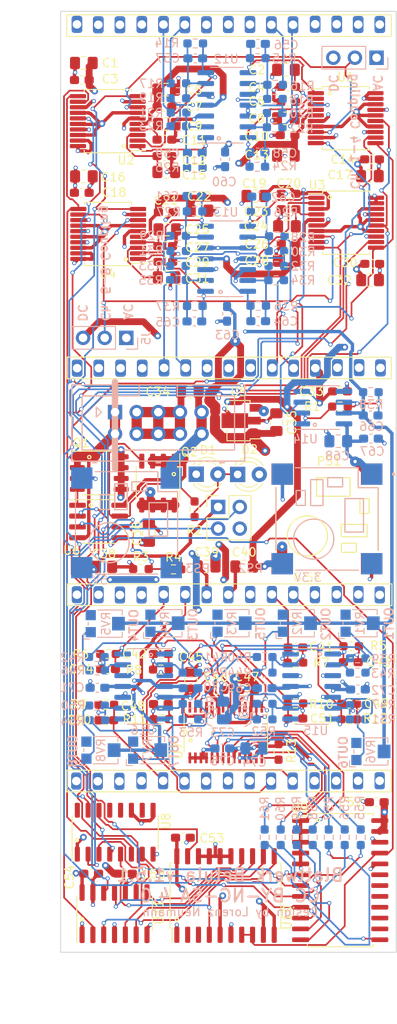
<source format=kicad_pcb>
(kicad_pcb (version 20240108) (generator "pcbnew") (generator_version "8.0")
  (layers (0 "F.Cu" signal) (1 "In1.Cu" signal) (2 "In2.Cu" signal) (31 "B.Cu" signal) (34 "B.Paste" user) (35 "F.Paste" user) (36 "B.SilkS" user "B.Silkscreen") (37 "F.SilkS" user "F.Silkscreen") (38 "B.Mask" user) (39 "F.Mask" user) (44 "Edge.Cuts" user))
  (net 0 "")
  (net 1 "Net-(U13B--)")
  (net 2 "Net-(U13C--)")
  (net 3 "Net-(U7-BCK)")
  (net 4 "IN7_ADC")
  (net 5 "IN1")
  (net 6 "Net-(U12A--)")
  (net 7 "Net-(U7-VCOM)")
  (net 8 "Net-(U12D--)")
  (net 9 "IN6")
  (net 10 "Net-(U12B--)")
  (net 11 "IN5")
  (net 12 "Net-(U12C--)")
  (net 13 "IN4")
  (net 14 "Net-(U7-MSEL)")
  (net 15 "Net-(U7-DATA4)")
  (net 16 "IN3")
  (net 17 "OUT8")
  (net 18 "OUT6")
  (net 19 "+12V")
  (net 20 "-12V")
  (net 21 "+5VA")
  (net 22 "Net-(U7-DATA3)")
  (net 23 "OUT4")
  (net 24 "Net-(U7-DATA2)")
  (net 25 "DOUT7{slash}8")
  (net 26 "OUT2")
  (net 27 "Net-(U7-LRCK)")
  (net 28 "OUT8_DC")
  (net 29 "IN7")
  (net 30 "OUT6_DC")
  (net 31 "OUT4_DC")
  (net 32 "OUT2_DC")
  (net 33 "OUT7")
  (net 34 "Net-(U7-SCK)")
  (net 35 "OUT5")
  (net 36 "Net-(U7-DATA1)")
  (net 37 "OUT3")
  (net 38 "Net-(U16C--)")
  (net 39 "OUT1")
  (net 40 "Net-(U16B--)")
  (net 41 "OUT7_DC")
  (net 42 "OUT5_DC")
  (net 43 "OUT3_DC")
  (net 44 "ADAT_RX")
  (net 45 "-REF")
  (net 46 "+3.3V")
  (net 47 "+5V")
  (net 48 "OUT1_DC")
  (net 49 "DOUT3{slash}4")
  (net 50 "Net-(U15C--)")
  (net 51 "DIN5{slash}6")
  (net 52 "Net-(U15B--)")
  (net 53 "Net-(R47-Pad2)")
  (net 54 "DIN1{slash}2")
  (net 55 "IN8")
  (net 56 "BCLK_3.3V")
  (net 57 "WCLK_3.3V")
  (net 58 "SCLK_3.3V")
  (net 59 "Net-(R45-Pad2)")
  (net 60 "Net-(U16D--)")
  (net 61 "GNDA")
  (net 62 "Net-(U4-VREF1)")
  (net 63 "Net-(U16A--)")
  (net 64 "Net-(R50-Pad2)")
  (net 65 "WCLK_5V")
  (net 66 "SCLK_5V")
  (net 67 "BCLK_5V")
  (net 68 "Net-(U15D--)")
  (net 69 "Net-(R49-Pad2)")
  (net 70 "Net-(U15A--)")
  (net 71 "Net-(R48-Pad2)")
  (net 72 "Net-(U14A--)")
  (net 73 "Net-(U13A--)")
  (net 74 "Net-(U13D--)")
  (net 75 "DOUT5{slash}6")
  (net 76 "ERROR")
  (net 78 "DIN7{slash}8")
  (net 79 "DIN3{slash}4")
  (net 82 "IN2_ADC")
  (net 83 "IN1_ADC")
  (net 84 "IN6_ADC")
  (net 85 "IN5_ADC")
  (net 86 "IN4_ADC")
  (net 87 "IN3_ADC")
  (net 88 "IN8_ADC")
  (net 89 "IN2")
  (net 90 "REF_1803")
  (net 92 "BYPASS_1803_1-4")
  (net 93 "DOUT1{slash}2")
  (net 98 "Net-(U1-VREF1)")
  (net 99 "Net-(U1-VREF2)")
  (net 100 "Net-(U2-VREF1)")
  (net 101 "BYPASS_1803_5-8")
  (net 102 "Net-(U2-VREF2)")
  (net 103 "Net-(R43-Pad2)")
  (net 104 "Net-(U3-VREF2)")
  (net 105 "Net-(U4-VREF2)")
  (net 106 "Net-(R44-Pad2)")
  (net 107 "Net-(R46-Pad2)")
  (net 114 "Net-(U10-IN5{slash}6)")
  (net 117 "Net-(U10-IN7{slash}8)")
  (net 121 "Net-(U10-IN1{slash}2)")
  (net 124 "Net-(U14B--)")
  (net 125 "Net-(D1-A)")
  (net 126 "12V_Control")
  (net 127 "Net-(U6A-+)")
  (net 128 "Net-(PS1-+VO)")
  (net 129 "-12V_Control")
  (net 130 "-12V_ IN")
  (net 131 "12V_ IN")
  (net 132 "Net-(U10-IN3{slash}4)")
  (net 134 "ADAT_TX_3.3V")
  (net 135 "ADAT_TX_5V")
  (footprint "Capacitor_SMD:C_0603_1608Metric_Pad1.08x0.95mm_HandSolder" (layer "F.Cu") (at 103.6701 48.9204)
    (property "Reference" "C12")
    (property "Value" "100n")
  )
  (footprint "Capacitor_SMD:C_0603_1608Metric_Pad1.08x0.95mm_HandSolder" (layer "F.Cu") (at 118.2537 59.179806)
    (property "Reference" "C26")
    (property "Value" "100n")
  )
  (footprint "Capacitor_SMD:C_0603_1608Metric_Pad1.08x0.95mm_HandSolder" (layer "F.Cu") (at 118.2412 53.329806 180)
    (property "Reference" "C20")
    (property "Value" "100n")
  )
  (footprint "Capacitor_SMD:C_0805_2012Metric_Pad1.18x1.45mm_HandSolder" (layer "F.Cu") (at 94.2147 51.2986 180)
    (property "Reference" "C16")
    (property "Value" "10u")
  )
  (footprint "Capacitor_SMD:C_0603_1608Metric_Pad1.08x0.95mm_HandSolder" (layer "F.Cu") (at 125.5492 108.2548)
    (property "Reference" "C43")
    (property "Value" "330p")
  )
  (footprint "Capacitor_SMD:C_0603_1608Metric_Pad1.08x0.95mm_HandSolder" (layer "F.Cu") (at 103.7522 59.4736)
    (property "Reference" "C27")
    (property "Value" "100n")
  )
  (footprint "Resistor_SMD:R_0603_1608Metric_Pad0.98x0.95mm_HandSolder" (layer "F.Cu") (at 96.8472 113.2332 180)
    (property "Reference" "R9")
    (property "Value" "5k6")
  )
  (footprint "Capacitor_SMD:C_0603_1608Metric_Pad1.08x0.95mm_HandSolder" (layer "F.Cu") (at 103.248 107.2896 180)
    (property "Reference" "C42")
    (property "Value" "330p")
  )
  (footprint "Capacitor_SMD:C_0603_1608Metric_Pad1.08x0.95mm_HandSolder" (layer "F.Cu") (at 119.0449 106.5276)
    (property "Reference" "C41")
    (property "Value" "330p")
  )
  (footprint "Capacitor_SMD:C_0603_1608Metric_Pad1.08x0.95mm_HandSolder" (layer "F.Cu") (at 128.5972 124.6632)
    (property "Reference" "C52")
    (property "Value" "100n")
  )
  (footprint "Capacitor_SMD:C_0805_2012Metric_Pad1.18x1.45mm_HandSolder" (layer "F.Cu") (at 94.2076 38.0048 180)
    (property "Reference" "C1")
    (property "Value" "10u")
  )
  (footprint "Package_SO:SO-14_3.9x8.65mm_P1.27mm" (layer "F.Cu") (at 97.8124 137.733 90)
    (property "Reference" "U11")
    (property "Value" "74HCT125")
  )
  (footprint "Capacitor_SMD:C_0603_1608Metric_Pad1.08x0.95mm_HandSolder" (layer "F.Cu") (at 99.0327 133.0452 180)
    (property "Reference" "C55")
    (property "Value" "100n")
  )
  (footprint "Resistor_SMD:R_0603_1608Metric_Pad0.98x0.95mm_HandSolder" (layer "F.Cu") (at 125.3441 114.9604)
    (property "Reference" "R12")
    (property "Value" "5k6")
  )
  (footprint "Package_SO:SSOP-20_5.3x7.2mm_P0.65mm" (layer "F.Cu") (at 125.0164 56.728606)
    (property "Reference" "U3")
    (property "Value" "PCM1803A")
  )
  (footprint "Capacitor_SMD:C_0603_1608Metric_Pad1.08x0.95mm_HandSolder" (layer "F.Cu") (at 103.2488 113.157 180)
    (property "Reference" "C48")
    (property "Value" "330p")
  )
  (footprint "Capacitor_SMD:C_0603_1608Metric_Pad1.08x0.95mm_HandSolder" (layer "F.Cu") (at 118.1912 40.7952 180)
    (property "Reference" "C4")
    (property "Value" "100n")
  )
  (footprint "Capacitor_SMD:C_0805_2012Metric_Pad1.18x1.45mm_HandSolder" (layer "F.Cu") (at 107.7985 55.3212)
    (property "Reference" "C22")
    (property "Value" "10u")
  )
  (footprint "Resistor_SMD:R_0603_1608Metric_Pad0.98x0.95mm_HandSolder" (layer "F.Cu") (at 119.0468 113.0808)
    (property "Reference" "R10")
    (property "Value" "5k6")
  )
  (footprint "Package_SO:SSOP-20_5.3x7.2mm_P0.65mm" (layer "F.Cu") (at 124.9438 44.475)
    (property "Reference" "U1")
    (property "Value" "PCM1803A")
  )
  (footprint "Capacitor_SMD:C_0805_2012Metric_Pad1.18x1.45mm_HandSolder" (layer "F.Cu") (at 127.8162 63.454806)
    (property "Reference" "C32")
    (property "Value" "10u")
  )
  (footprint "Resistor_SMD:R_0603_1608Metric_Pad0.98x0.95mm_HandSolder" (layer "F.Cu") (at 104.7312 97.3728)
    (property "Reference" "R4")
    (property "Value" "220k")
  )
  (footprint "Capacitor_SMD:C_0805_2012Metric_Pad1.18x1.45mm_HandSolder" (layer "F.Cu") (at 104.0022 57.5236)
    (property "Reference" "C25")
    (property "Value" "10u")
  )
  (footprint "Capacitor_SMD:C_0603_1608Metric_Pad1.08x0.95mm_HandSolder" (layer "F.Cu") (at 128.0437 49.301 180)
    (property "Reference" "C14")
    (property "Value" "100n")
  )
  (footprint "LED_THT:LED_D3.0mm" (layer "F.Cu") (at 107.4038 86.2172)
    (property "Reference" "D1")
    (property "Value" "LED_RED")
  )
  (footprint "Capacitor_SMD:C_0603_1608Metric_Pad1.08x0.95mm_HandSolder" (layer "F.Cu") (at 103.6701 46.99)
    (property "Reference" "C11")
    (property "Value" "100n")
  )
  (footprint "Capacitor_SMD:C_0805_2012Metric_Pad1.18x1.45mm_HandSolder" (layer "F.Cu") (at 106.804 110.4392 90)
    (property "Reference" "C45")
    (property "Value" "10u")
  )
  (footprint "Capacitor_SMD:C_0603_1608Metric_Pad1.08x0.95mm_HandSolder" (layer "F.Cu") (at 96.848 115.062 180)
    (property "Reference" "C50")
    (property "Value" "330p")
  )
  (footprint "Resistor_SMD:R_0603_1608Metric_Pad0.98x0.95mm_HandSolder" (layer "F.Cu") (at 97.0504 107.2896 180)
    (property "Reference" "R6")
    (property "Value" "5k6")
  )
  (footprint "Eigenes:analogIN-Main" (layer "F.Cu") (at 111.382669 80.484846)
    (property "Reference" "J1" (hide yes))
    (property "Value" "Conn_02x15_Top_Bottom")
  )
  (footprint "Package_SO:SSOP-20_5.3x7.2mm_P0.65mm" (layer "F.Cu") (at 97.0188 44.825 180)
    (property "Reference" "U2")
    (property "Value" "PCM1803A")
  )
  (footprint "Eigenes:Output-Main" (layer "F.Cu") (at 111.252 147.333827)
    (property "Reference" "J3" (hide yes))
    (property "Value" "Conn_02x15_Top_Bottom")
  )
  (footprint "Capacitor_SMD:C_0805_2012Metric_Pad1.18x1.45mm_HandSolder" (layer "F.Cu") (at 118.0287 61.179806 180)
    (property "Reference" "C28")
    (property "Value" "10u")
  )
  (footprint "Resistor_SMD:R_0603_1608Metric_Pad0.98x0.95mm_HandSolder" (layer "F.Cu") (at 103.2988 114.935 180)
    (property "Reference" "R11")
    (property "Value" "5k6")
  )
  (footprint "Capacitor_SMD:C_0805_2012Metric_Pad1.18x1.45mm_HandSolder" (layer "F.Cu") (at 101.8388 93.11 90)
    (property "Reference" "C36")
    (property "Value" "10uF")
  )
  (footprint "Capacitor_SMD:C_0603_1608Metric_Pad1.08x0.95mm_HandSolder" (layer "F.Cu") (at 118.2471 55.141606 180)
    (property "Reference" "C23")
    (property "Value" "100n")
  )
  (footprint "Capacitor_SMD:C_0805_2012Metric_Pad1.18x1.45mm_HandSolder" (layer "F.Cu") (at 117.9411 38.804 180)
    (property "Reference" "C2")
    (property "Value" "10u")
  )
  (footprint "Package_SO:SOIC-8_3.9x4.9mm_P1.27mm" (layer "F.Cu") (at 95.9386 91.7606)
    (property "Reference" "U6")
    (property "Value" "TL062")
  )
  (footprint "Capacitor_SMD:C_0603_1608Metric_Pad1.08x0.95mm_HandSolder" (layer "F.Cu") (at 93.9637 53.224)
    (property "Reference" "C18")
    (property "Value" "100n")
  )
  (footprint "Resistor_SMD:R_0603_1608Metric_Pad0.98x0.95mm_HandSolder" (layer "F.Cu") (at 125.6008 106.3752)
    (property "Reference" "R5")
    (property "Value" "5k6")
  )
  (footprint "Capacitor_SMD:C_0603_1608Metric_Pad1.08x0.95mm_HandSolder" (layer "F.Cu") (at 105.8388 128.8288 180)
    (property "Reference" "C53")
    (property "Value" "100n")
  )
  (footprint "Capacitor_SMD:C_0603_1608Metric_Pad1.08x0.95mm_HandSolder" (layer "F.Cu") (at 97.0512 109.0676 180)
    (property "Reference" "C44")
    (property "Value" "330p")
  )
  (footprint "LED_THT:LED_D3.0mm" (layer "F.Cu") (at 112.2688 86.2422)
    (property "Reference" "D2")
    (property "Value" "LED_Green")
  )
  (footprint "Capacitor_SMD:C_0805_2012Metric_Pad1.18x1.45mm_HandSolder" (layer "F.Cu") (at 106.6516 76.5556)
    (property "Reference" "C34")
    (property "Value" "10uF")
  )
  (footprint "Capacitor_SMD:C_0805_2012Metric_Pad1.18x1.45mm_HandSolder" (layer "F.Cu") (at 103.9272 63.1404)
    (property "Reference" "C31")
    (property "Value" "10u")
  )
  (footprint "Eigenes:PCM1681TPWPQ1" (layer "F.Cu") (at 110.8807 116.50155 90)
    (property "Reference" "U7")
    (property "Value" "PCM1681TPWPQ1" (hide yes))
  )
  (footprint "Resistor_SMD:R_0603_1608Metric_Pad0.98x0.95mm_HandSolder" (layer "F.Cu") (at 124.2792 78.2828)
    (property "Reference" "R1")
    (property "Value" "5k6")
  )
  (footprint "Resistor_SMD:R_0603_1608Metric_Pad0.98x0.95mm_HandSolder" (layer "F.Cu") (at 119.0468 108.3056)
    (property "Reference" "R7")
    (property "Value" "5k6")
  )
  (footprint "Package_SO:SOP-24_7.5x15.4mm_P1.27mm" (layer "F.Cu") (at 124.3076 133.8072)
    (property "Reference" "U9")
    (property "Value" "V1402")
  )
  (footprint "Capacitor_SMD:C_0805_2012Metric_Pad1.18x1.45mm_HandSolder" (layer "F.Cu") (at 116.8116 80.1116 -90)
    (property "Reference" "C35")
    (property "Value" "10uF")
  )
  (footprint "Package_TO_SOT_SMD:SOT-89-3" (layer "F.Cu") (at 112.3724 79.9352 180)
    (property "Reference" "U5")
    (property "Value" "LDK320A")
  )
  (footprint "Capacitor_SMD:C_0805_2012Metric_Pad1.18x1.45mm_HandSolder" (layer "F.Cu") (at 118.0537 57.154806 180)
    (property "Reference" "C24")
    (property "Value" "10u")
  )
  (footprint "Resistor_SMD:R_0603_1608Metric_Pad0.98x0.95mm_HandSolder" (layer "F.Cu") (at 117.0656 118.7704 -90)
    (property "Reference" "R13")
    (property "Value" "220k")
  )
  (footprint "Capacitor_SMD:C_0805_2012Metric_Pad1.18x1.45mm_HandSolder" (layer "F.Cu") (at 96.4916 97.0788 180)
    (property "Reference" "C38")
    (property "Value" "22uF")
  )
  (footprint "Package_SO:SSOP-20_5.3x7.2mm_P0.65mm" (layer "F.Cu") (at 97.0688 58.05 180)
    (property "Reference" "U4")
    (property "Value" "PCM1803A")
  )
  (footprint "Capacitor_SMD:C_0603_1608Metric_Pad1.08x0.95mm_HandSolder" (layer "F.Cu") (at 128.0655 61.554606 180)
    (property "Reference" "C30")
    (property "Value" "100n")
  )
  (footprint "Resistor_SMD:R_0603_1608Metric_Pad0.98x0.95mm_HandSolder" (layer "F.Cu") (at 103.2472 109.1184 180)
    (property "Reference" "R8")
    (property "Value" "5k6")
  )
  (footprint "Capacitor_SMD:C_0603_1608Metric_Pad1.08x0.95mm_HandSolder" (layer "F.Cu") (at 109.7758 111.506 180)
    (property "Reference" "C46")
    (property "Value" "1u")
  )
  (footprint "Capacitor_SMD:C_0603_1608Metric_Pad1.08x0.95mm_HandSolder" (layer "F.Cu") (at 93.9708 40.0048)
    (property "Reference" "C3")
    (property "Value" "100n")
  )
  (footprint "Package_SO:SO-16_3.9x9.9mm_P1.27mm" (layer "F.Cu") (at 97.8886 128.1842 90)
    (property "Reference" "U8")
    (property "Value" "74HC4050")
  )
  (footprint "Connector_PinHeader_2.54mm:PinHeader_2x02_P2.54mm_Vertical" (layer "F.Cu") (at 109.977 90.054)
    (property "Reference" "J2" (hide yes))
    (property "Value" "Conn_02x02_Top_Bottom")
  )
  (footprint "Capacitor_SMD:C_0603_1608Metric_Pad1.08x0.95mm_HandSolder" (layer "F.Cu") (at 125.3433 113.1316)
    (property "Reference" "C49")
    (property "Value" "330p")
  )
  (footprint "Capacitor_SMD:C_0603_1608Metric_Pad1.08x0.95mm_HandSolder" (layer "F.Cu") (at 124.2792 76.5048)
    (property "Reference" "C33")
    (property "Value" "100n")
  )
  (footprint "Capacitor_SMD:C_0603_1608Metric_Pad1.08x0.95mm_HandSolder" (layer "F.Cu") (at 119.0468 114.8588)
    (property "Reference" "C51")
    (property "Value" "330p")
  )
  (footprint "Capacitor_SMD:C_0805_2012Metric_Pad1.18x1.45mm_HandSolder" (layer "F.Cu") (at 103.9451 45.1548)
    (property "Reference" "C9")
    (property "Value" "10u")
  )
  (footprint "Package_SO:SO-8_3.9x4.9mm_P1.27mm" (layer "F.Cu") (at 96.0186 86.0806)
    (property "Reference" "Q1")
    (property "Value" "DMN3030LSS")
  )
  (footprint "Capacitor_SMD:C_0603_1608Metric_Pad1.08x0.95mm_HandSolder" (layer "F.Cu") (at 103.7772 61.3156)
    (property "Reference" "C29")
    (property "Value" "100n")
  )
  (footprint "Capacitor_SMD:C_0805_2012Metric_Pad1.18x1.45mm_HandSolder" (layer "F.Cu") (at 114.3439 53.594 180)
    (property "Reference" "C19")
    (property "Value" "10u")
  )
  (footprint "Capacitor_SMD:C_0603_1608Metric_Pad1.08x0.95mm_HandSolder" (layer "F.Cu") (at 103.6736 43.1475 180)
    (property "Reference" "C7")
    (property "Value" "100n")
  )
  (footprint "Capacitor_SMD:C_0805_2012Metric_Pad1.18x1.45mm_HandSolder" (layer "F.Cu") (at 103.8826 50.7798)
    (property "Reference" "C15")
    (property "Value" "10u")
  )
  (footprint "Capacitor_SMD:C_0603_1608Metric_Pad1.08x0.95mm_HandSolder" (layer "F.Cu") (at 118.2037 42.5702 180)
    (property "Reference" "C6")
    (property "Value" "100n")
  )
  (footprint "Resistor_SMD:R_0603_1608Metric_Pad0.98x0.95mm_HandSolder" (layer "F.Cu") (at 100.9112 97.3328)
    (property "Reference" "R3")
    (property "Value" "220k")
  )
  (footprint "Capacitor_SMD:C_0805_2012Metric_Pad1.18x1.45mm_HandSolder" (layer "F.Cu") (at 103.8701 41.1298)
    (property "Reference" "C5")
    (property "Value" "10u")
  )
  (footprint "Capacitor_SMD:C_0805_2012Metric_Pad1.18x1.45mm_HandSolder" (layer "F.Cu") (at 127.7912 51.2702)
    (property "Reference" "C17")
    (property "Value" "10u")
  )
  (footprint "Package_SO:SO-8_3.9x4.9mm_P1.27mm" (layer "F.Cu") (at 102.9178 87.2586 -90)
    (property "Reference" "Q2")
    (property "Value" "FDS4435BZ")
  )
  (footprint "Capacitor_SMD:C_0805_2012Metric_Pad1.18x1.45mm_HandSolder" (layer "F.Cu") (at 113.0313 97.0422)
    (property "Reference" "C40")
    (property "Value" "22uF")
  )
  (footprint "Capacitor_SMD:C_0805_2012Metric_Pad1.18x1.45mm_HandSolder" (layer "F.Cu") (at 108.6263 97.025)
    (property "Reference" "C39")
    (property "Value" "22uF")
  )
  (footprint "Eigenes:CONV_PXO7803-500-M-TR" (layer "F.Cu") (at 122.7376 91.4576 -90)
    (property "Reference" "PS1")
    (property "Value" "PXO7806-500-M-TR")
  )
  (footprint "Package_SO:SOP-20_7.5x12.8mm_P1.27mm" (layer "F.Cu") (at 110.8426 135.608 90)
    (property "Reference" "U10")
    (property "Value" "V1401")
  )
  (footprint "Capacitor_SMD:C_0603_1608Metric_Pad1.08x0.95mm_HandSolder" (layer "F.Cu") (at 118.1287 46.4702)
    (property "Reference" "C10")
    (property "Value" "100n")
  )
  (footprint "Capacitor_SMD:C_0805_2012Metric_Pad1.18x1.45mm_HandSolder" (layer "F.Cu") (at 117.9292 48.8696 180)
    (property "Reference" "C13")
    (property "Value" "10u")
  )
  (footprint "Capacitor_SMD:C_0805_2012Metric_Pad1.18x1.45mm_HandSolder" (layer "F.Cu") (at 117.9287 44.4952 180)
    (property "Reference" "C8")
    (property "Value" "10u")
  )
  (footprint "Resistor_SMD:R_0603_1608Metric_Pad0.98x0.95mm_HandSolder" (layer "F.Cu") (at 107.2104 90.3224 90)
    (property "Reference" "R2")
    (property "Value" "2k2")
  )
  (footprint "Capacitor_SMD:C_0603_1608Metric_Pad1.08x0.95mm_HandSolder" (layer "F.Cu") (at 95.0692 133.0452 180)
    (property "Reference" "C54")
    (property "Value" "100n")
  )
  (footprint "Capacitor_SMD:C_0603_1608Metric_Pad1.08x0.95mm_HandSolder" (layer "F.Cu") (at 113.3837 111.506)
    (property "Reference" "C47")
    (property "Value" "1u")
  )
  (footprint "Capacitor_SMD:C_0603_1608Metric_Pad1.08x0.95mm_HandSolder" (layer "F.Cu") (at 103.8272 55.4986 180)
    (property "Reference" "C21")
    (property "Value" "100n")
  )
  (footprint "Resistor_SMD:R_0603_1608Metric_Pad0.98x0.95mm_HandSolder" (layer "B.Cu") (at 126.365 107.7976)
    (property "Reference" "R39")
    (property "Value" "5k6")
  )
  (footprint "Potentiometer_SMD:Potentiometer_Bourns_TC33X_Vertical" (layer "B.Cu") (at 96.8196 103.7336)
    (property "Reference" "RV5")
    (property "Value" "500R")
  )
  (footprint "Resistor_SMD:R_0603_1608Metric_Pad0.98x0.95mm_HandSolder" (layer "B.Cu") (at 105.3084 42.1386)
    (property "Reference" "R19")
    (property "Value" "5k6")
  )
  (footprint "Resistor_SMD:R_0603_1608Metric_Pad0.98x0.95mm_HandSolder" (layer "B.Cu") (at 95.7345 107.6452 180)
    (property "Reference" "R42")
    (property "Value" "5k6")
  )
  (footprint "Resistor_SMD:R_0603_1608Metric_Pad0.98x0.95mm_HandSolder" (layer "B.Cu") (at 116.8654 58.3184 180)
    (property "Reference" "R28")
    (property "Value" "5k6")
  )
  (footprint "Resistor_SMD:R_0603_1608Metric_Pad0.98x0.95mm_HandSolder" (layer "B.Cu") (at 105.2576 61.7982)
    (property "Reference" "R33")
    (property "Value" "5k6")
  )
  (footprint "Resistor_SMD:R_0603_1608Metric_Pad0.98x0.95mm_HandSolder" (layer "B.Cu") (at 126.3904 113.284)
    (property "Reference" "R47")
    (property "Value" "5k6")
  )
  (footprint "Resistor_SMD:R_0603_1608Metric_Pad0.98x0.95mm_HandSolder" (layer "B.Cu") (at 115.44 109.474475 180)
    (property "Reference" "R44")
    (property "Value" "5k6")
  )
  (footprint "Resistor_SMD:R_0603_1608Metric_Pad0.98x0.95mm_HandSolder" (layer "B.Cu") (at 107.238 50.292)
    (property "Reference" "R25")
    (property "Value" "5k6")
  )
  (footprint "Eigenes:CONV_PXO7803-500-M-TR" (layer "B.Cu") (at 99.2188 91.9172 180)
    (property "Reference" "PS3")
    (property "Value" "PXO7805-500-M-TR")
  )
  (footprint "Capacitor_SMD:C_0603_1608Metric_Pad1.08x0.95mm_HandSolder" (layer "B.Cu") (at 127.8788 79.3272)
    (property "Reference" "C66")
    (property "Value" "1u")
  )
  (footprint "Resistor_SMD:R_0603_1608Metric_Pad0.98x0.95mm_HandSolder" (layer "B.Cu") (at 95.8069 115.0572 180)
    (property "Reference" "R54")
    (property "Value" "5k6")
  )
  (footprint "Capacitor_SMD:C_0603_1608Metric_Pad1.08x0.95mm_HandSolder" (layer "B.Cu") (at 110.4616 118.364)
    (property "Reference" "C75")
    (property "Value" "1u")
  )
  (footprint "Resistor_SMD:R_0603_1608Metric_Pad0.98x0.95mm_HandSolder" (layer "B.Cu") (at 114.6321 37.4396 180)
    (property "Reference" "R15")
    (property "Value" "5k6")
  )
  (footprint "Potentiometer_SMD:Potentiometer_Bourns_TC33X_Vertical" (layer "B.Cu") (at 119.3748 103.6828)
    (property "Reference" "RV2")
    (property "Value" "500R")
  )
  (footprint "Capacitor_SMD:C_0603_1608Metric_Pad1.08x0.95mm_HandSolder" (layer "B.Cu") (at 107.2388 48.5394)
    (property "Reference" "C59")
    (property "Value" "330p")
  )
  (footprint "Capacitor_SMD:C_0603_1608Metric_Pad1.08x0.95mm_HandSolder" (layer "B.Cu") (at 126.3915 111.4552 180)
    (property "Reference" "C72")
    (property "Value" "100n")
  )
  (footprint "Connector_PinHeader_2.54mm:PinHeader_1x03_P2.54mm_Vertical" (layer "B.Cu") (at 99.1974 70.231 90)
    (property "Reference" "J5")
    (property "Value" "Conn_01x03_Male")
  )
  (footprint "Resistor_SMD:R_0603_1608Metric_Pad0.98x0.95mm_HandSolder" (layer "B.Cu") (at 126.7176 128.778 90)
    (property "Reference" "R55")
    (property "Value" "47")
  )
  (footprint "Eigenes:CONV_PXO7803-500-M-TR" (layer "B.Cu") (at 122.7728 91.4576 180)
    (property "Reference" "PS2")
    (property "Value" "PXO7803-500-M-TR")
  )
  (footprint "Resistor_SMD:R_0603_1608Metric_Pad0.98x0.95mm_HandSolder" (layer "B.Cu") (at 114.7318 55.4482 180)
    (property "Reference" "R26")
    (property "Value" "5k6")
  )
  (footprint "Resistor_SMD:R_0603_1608Metric_Pad0.98x0.95mm_HandSolder" (layer "B.Cu") (at 121.0788 128.778 90)
    (property "Reference" "R58")
    (property "Value" "47")
  )
  (footprint "Resistor_SMD:R_0603_1608Metric_Pad0.98x0.95mm_HandSolder" (layer "B.Cu") (at 115.44 128.778 90)
    (property "Reference" "R61")
    (property "Value" "47")
  )
  (footprint "Resistor_SMD:R_0603_1608Metric_Pad0.98x0.95mm_HandSolder" (layer "B.Cu") (at 116.8165 60.0456 180)
    (property "Reference" "R30")
    (property "Value" "5k6")
  )
  (footprint "Resistor_SMD:R_0603_1608Metric_Pad0.98x0.95mm_HandSolder" (layer "B.Cu") (at 105.3084 40.386)
    (property "Reference" "R17")
    (property "Value" "5k6")
  )
  (footprint "Capacitor_SMD:C_0603_1608Metric_Pad1.08x0.95mm_HandSolder" (layer "B.Cu") (at 110.7948 49.3014 90)
    (property "Reference" "C60")
    (property "Value" "100n")
  )
  (footprint "Potentiometer_SMD:Potentiometer_Bourns_TC33X_Vertical" (layer "B.Cu") (at 103.83 103.6828)
    (property "Reference" "RV4")
    (property "Value" "500R")
  )
  (footprint "Capacitor_SMD:C_0603_1608Metric_Pad1.08x0.95mm_HandSolder" (layer "B.Cu") (at 114.681 68.2752 180)
    (property "Reference" "C64")
    (property "Value" "330p")
  )
  (footprint "Potentiometer_SMD:Potentiometer_Bourns_TC33X_Vertical" (layer "B.Cu") (at 111.704 103.6828)
    (property "Reference" "RV3")
    (property "Value" "500R")
  )
  (footprint "Resistor_SMD:R_0603_1608Metric_Pad0.98x0.95mm_HandSolder" (layer "B.Cu") (at 116.6368 42.2148 180)
    (property "Reference" "R18")
    (property "Value" "5k6")
  )
  (footprint "Capacitor_SMD:C_0805_2012Metric_Pad1.18x1.45mm_HandSolder" (layer "B.Cu") (at 124.076 82.3468)
    (property "Reference" "C68")
    (property "Value" "10uF")
  )
  (footprint "Resistor_SMD:R_0603_1608Metric_Pad0.98x0.95mm_HandSolder" (layer "B.Cu") (at 115.44 107.64615 180)
    (property "Reference" "R40")
    (property "Value" "5k6")
  )
  (footprint "Resistor_SMD:R_0603_1608Metric_Pad0.98x0.95mm_HandSolder" (layer "B.Cu") (at 105.2811 60.0456)
    (property "Reference" "R31")
    (property "Value" "5k6")
  )
  (footprint "Potentiometer_SMD:Potentiometer_Bourns_TC33X_Vertical" (layer "B.Cu") (at 101.798 118.5672)
    (property "Reference" "RV7")
    (property "Value" "500R")
  )
  (footprint "Resistor_SMD:R_0603_1608Metric_Pad0.98x0.95mm_HandSolder" (layer "B.Cu") (at 116.6133 45.5422 180)
    (property "Reference" "R22")
    (property "Value" "5k6")
  )
  (footprint "Resistor_SMD:R_0603_1608Metric_Pad0.98x0.95mm_HandSolder" (layer "B.Cu") (at 117.3196 128.778 90)
    (property "Reference" "R60")
    (property "Value" "47")
  )
  (footprint "Resistor_SMD:R_0603_1608Metric_Pad0.98x0.95mm_HandSolder" (layer "B.Cu") (at 122.9584 128.778 90)
    (property "Reference" "R57")
    (property "Value" "47")
  )
  (footprint "Capacitor_SMD:C_0805_2012Metric_Pad1.18x1.45mm_HandSolder" (layer "B.Cu") (at 114.2208 118.364)
    (property "Reference" "C74")
    (property "Value" "10u")
  )
  (footprint "Resistor_SMD:R_0603_1608Metric_Pad0.98x0.95mm_HandSolder" (layer "B.Cu") (at 119.1992 128.778 90)
    (property "Reference" "R59")
    (property "Value" "47")
  )
  (footprint "Connector_PinHeader_2.54mm:PinHeader_1x03_P2.54mm_Vertical" (layer "B.Cu") (at 128.5748 37.3888 90)
    (property "Reference" "J4" (hide yes))
    (property "Value" "Conn_01x03_Male")
  )
  (footprint "Resistor_SMD:R_0603_1608Metric_Pad0.98x0.95mm_HandSolder" (layer "B.Cu") (at 106.7308 114.9593)
    (property "Reference" "R53")
    (property "Value" "5k6")
  )
  (footprint "Resistor_SMD:R_0603_1608Metric_Pad0.98x0.95mm_HandSolder" (layer "B.Cu") (at 116.8165 61.7982 180)
    (property "Reference" "R32")
    (property "Value" "5k6")
  )
  (footprint "Package_SO:SOIC-14_3.9x8.7mm_P1.27mm" (layer "B.Cu") (at 110.998 42.9514)
    (property "Reference" "U12")
    (property "Value" "TLV9354")
  )
  (footprint "Resistor_SMD:R_0603_1608Metric_Pad0.98x0.95mm_HandSolder" (layer "B.Cu") (at 106.7308 109.473725)
    (property "Reference" "R45")
    (property "Value" "5k6")
  )
  (footprint "Resistor_SMD:R_0603_1608Metric_Pad0.98x0.95mm_HandSolder" (layer "B.Cu") (at 116.6114 43.8658 180)
    (property "Reference" "R20")
    (property "Value" "5k6")
  )
  (footprint "Resistor_SMD:R_0603_1608Metric_Pad0.98x0.95mm_HandSolder" (layer "B.Cu") (at 116.6641 40.5638 180)
    (property "Reference" "R16")
    (property "Value" "5k6")
  )
  (footprint "Capacitor_SMD:C_0603_1608Metric_Pad1.08x0.95mm_HandSolder" (layer "B.Cu") (at 106.7308 111.30225 180)
    (property "Reference" "C70")
    (property "Value" "100n")
  )
  (footprint "Potentiometer_SMD:Potentiometer_Bourns_TC33X_Vertical" (layer "B.Cu") (at 96.3116 118.5672)
    (property "Reference" "RV8")
    (property "Value" "500R")
  )
  (footprint "Capacitor_SMD:C_0603_1608Metric_Pad1.08x0.95mm_HandSolder" (layer "B.Cu") (at 114.7837 53.6702 180)
    (property "Reference" "C62")
    (property "Value" "330p")
  )
  (footprint "Resistor_SMD:R_0603_1608Metric_Pad0.98x0.95mm_HandSolder" (layer "B.Cu") (at 114.681 66.4718 180)
    (property "Reference" "R36")
    (property "Value" "5k6")
  )
  (footprint "Resistor_SMD:R_0603_1608Metric_Pad0.98x0.95mm_HandSolder" (layer "B.Cu") (at 126.3377 114.9604)
    (property "Reference" "R51")
    (property "Value" "5k6")
  )
  (footprint "Resistor_SMD:R_0603_1608Metric_Pad0.98x0.95mm_HandSolder" (layer "B.Cu") (at 106.7308 113.130775)
    (property "Reference" "R49")
    (property "Value" "5k6")
  )
  (footprint "Resistor_SMD:R_0603_1608Metric_Pad0.98x0.95mm_HandSolder" (layer "B.Cu") (at 107.2896 35.7124)
    (property "Reference" "R14")
    (property "Value" "5k6")
  )
  (footprint "Capacitor_SMD:C_0603_1608Metric_Pad1.08x0.95mm_HandSolder" (layer "B.Cu") (at 115.44 111.3028 180)
    (property "Reference" "C69")
    (property "Value" "100n")
  )
  (footprint "Resistor_SMD:R_0603_1608Metric_Pad0.98x0.95mm_HandSolder" (layer "B.Cu") (at 105.3084 45.4152)
    (property "Reference" "R23")
    (property "Value" "5k6")
  )
  (footprint "Capacitor_SMD:C_0603_1608Metric_Pad1.08x0.95mm_HandSolder" (layer "B.Cu") (at 107.1869 53.594)
    (property "Reference" "C61")
    (property "Value" "330p")
  )
  (footprint "Resistor_SMD:R_0603_1608Metric_Pad0.98x0.95mm_HandSolder" (layer "B.Cu") (at 114.5783 50.165 180)
    (property "Reference" "R24")
    (property "Value" "5k6")
  )
  (footprint "Resistor_SMD:R_0603_1608Metric_Pad0.98x0.95mm_HandSolder" (layer "B.Cu") (at 105.2811 58.2676)
    (property "Reference" "R29")
    (property "Value" "5k6")
  )
  (footprint "Resistor_SMD:R_0603_1608Metric_Pad0.98x0.95mm_HandSolder" (layer "B.Cu") (at 95.7834 109.22 180)
    (property "Reference" "R46")
    (property "Value" "5k6")
  )
  (footprint "Potentiometer_SMD:Potentiometer_Bourns_TC33X_Vertical" (layer "B.Cu") (at 128.0108 118.7196)
    (property "Reference" "RV6")
    (property "Value" "500R")
  )
  (footprint "Package_SO:SOIC-14_3.9x8.7mm_P1.27mm" (layer "B.Cu") (at 101.2444 111.0996 180)
    (property "Reference" "U16")
    (property "Value" "TLV9354")
  )
  (footprint "Potentiometer_SMD:Potentiometer_Bourns_TC33X_Vertical" (layer "B.Cu") (at 126.7408 103.6828)
    (property "Reference" "RV1")
    (property "Value" "500R")
  )
  (footprint "Package_SO:SOIC-8_3.9x4.9mm_P1.27mm" (layer "B.Cu") (at 122.2738 78.405)
    (property "Reference" "U14")
    (property "Value" "TLV9352")
  )
  (footprint "Resistor_SMD:R_0603_1608Metric_Pad0.98x0.95mm_HandSolder" (layer "B.Cu") (at 107.2134 55.3974)
    (property "Reference" "R27")
    (property "Value" "5k6")
  )
  (footprint "Package_SO:SOIC-14_3.9x8.7mm_P1.27mm" (layer "B.Cu") (at 120.9548 111.0996 180)
    (property "Reference" "U15")
    (property "Value" "TLV9354")
  )
  (footprint "Resistor_SMD:R_0603_1608Metric_Pad0.98x0.95mm_HandSolder" (layer "B.Cu") (at 124.838 128.778 90)
    (property "Reference" "R56")
    (property "Value" "47")
  )
  (footprint "Resistor_SMD:R_0603_1608Metric_Pad0.98x0.95mm_HandSolder" (layer "B.Cu") (at 107.2369 66.4972)
    (property "Reference" "R37")
    (property "Value" "5k6")
  )
  (footprint "Resistor_SMD:R_0603_1608Metric_Pad0.98x0.95mm_HandSolder" (layer "B.Cu") (at 115.44 113.131125 180)
    (property "Reference" "R48")
    (property "Value" "5k6")
  )
  (footprint "Eigenes:Multicomp_MC9A12-1034_2x05x2.54mm_Straight" (layer "B.Cu") (at 97.8716 78.9382)
    (property "Reference" "J6" (hide yes))
    (property "Value" "Conn_02x05_Odd_Even")
  )
  (footprint "Capacitor_SMD:C_0603_1608Metric_Pad1.08x0.95mm_HandSolder" (layer "B.Cu") (at 114.6556 35.7632 180)
    (property "Reference" "C56")
    (property "Value" "330p")
  )
  (footprint "Resistor_SMD:R_0603_1608Metric_Pad0.98x0.95mm_HandSolder" (layer "B.Cu") (at 126.365 109.474)
    (property "Reference" "R43")
    (property "Value" "5k6")
  )
  (footprint "Capacitor_SMD:C_0603_1608Metric_Pad1.08x0.95mm_HandSolder" (layer "B.Cu") (at 111.0234 67.4116 90)
    (property "Reference" "C63")
    (property "Value" "100n")
  )
  (footprint "Capacitor_SMD:C_0603_1608Metric_Pad1.08x0.95mm_HandSolder" (layer "B.Cu") (at 127.9163 82.042 180)
    (property "Reference" "C67")
    (property "Value" "100n")
  )
  (footprint "Capacitor_SMD:C_0603_1608Metric_Pad1.08x0.95mm_HandSolder" (layer "B.Cu") (at 107.2885 37.465)
    (property "Reference" "C57")
    (property "Value" "330p")
  )
  (footprint "Resistor_SMD:R_0603_1608Metric_Pad0.98x0.95mm_HandSolder" (layer "B.Cu") (at 116.7911 63.4746 180)
    (property "Reference" "R34")
    (property "Value" "5k6")
  )
  (footprint "Resistor_SMD:R_0603_1608Metric_Pad0.98x0.95mm_HandSolder" (layer "B.Cu") (at 127.9063 76.5972 180)
    (property "Reference" "R38")
    (property "Value" "5k6")
  )
  (footprint "Package_SO:SOIC-14_3.9x8.7mm_P1.27mm" (layer "B.Cu") (at 110.9726 60.96)
    (property "Reference" "U13")
    (property "Value" "TLV9354")
  )
  (footprint "Capacitor_SMD:C_0603_1608Metric_Pad1.08x0.95mm_HandSolder" (layer "B.Cu") (at 95.8088 111.252 180)
    (property "Reference" "C71")
    (property "Value" "100n")
  )
  (footprint "Capacitor_SMD:C_0603_1608Metric_Pad1.08x0.95mm_HandSolder" (layer "B.Cu") (at 114.6048 48.4886 180)
    (property "Reference" "C58")
    (property "Value" "330p")
  )
  (footprint "Capacitor_SMD:C_0805_2012Metric_Pad1.18x1.45mm_HandSolder" (layer "B.Cu") (at 110.5632 113.9229 90)
    (property "Reference" "C73")
    (property "Value" "10u")
  )
  (footprint "Capacitor_SMD:C_0603_1608Metric_Pad1.08x0.95mm_HandSolder" (layer "B.Cu") (at 107.188 68.3006)
    (property "Reference" "C65")
    (property "Value" "330p")
  )
  (footprint "Resistor_SMD:R_0603_1608Metric_Pad0.98x0.95mm_HandSolder" (layer "B.Cu") (at 95.7561 113.3329 180)
    (property "Reference" "R50")
    (property "Value" "5k6")
  )
  (footprint "Resistor_SMD:R_0603_1608Metric_Pad0.98x0.95mm_HandSolder" (layer "B.Cu") (at 105.2576 63.4492)
    (property "Reference" "R35")
    (property "Value" "5k6")
  )
  (footprint "Resistor_SMD:R_0603_1608Metric_Pad0.98x0.95mm_HandSolder" (layer "B.Cu") (at 115.44 114.95945 180)
    (property "Reference" "R52")
    (property "Value" "5k6")
  )
  (footprint "Resistor_SMD:R_0603_1608Metric_Pad0.98x0.95mm_HandSolder" (layer "B.Cu") (at 105.3338 43.815)
    (property "Reference" "R21")
    (property "Value" "5k6")
  )
  (footprint "Resistor_SMD:R_0603_1608Metric_Pad0.98x0.95mm_HandSolder" (layer "B.Cu") (at 106.7308 107.6452)
    (property "Reference" "R41")
    (property "Value" "5k6")
  )
  (gr_line (start 128.7412 87.795) (end 126.4212 87.795) (stroke (width 0.15)) (layer "B.SilkS"))
  (gr_rect (start 119.137919 88.125) (end 120.212919 89.875) (stroke (width 0.15)) (fill none) (layer "B.SilkS"))
  (gr_rect (start 96.1438 88.6) (end 97.2188 90.35) (stroke (width 0.15)) (fill none) (layer "B.SilkS"))
  (gr_line (start 102.8938 88.26) (end 102.8938 85.94) (stroke (width 0.15)) (layer "B.SilkS"))
  (gr_rect (start 122.837919 86.625) (end 124.587919 87.7) (stroke (width 0.15)) (fill none) (layer "B.SilkS"))
  (gr_rect (start 97.8438 87.325) (end 99.2938 90.375) (stroke (width 0.15)) (fill none) (layer "B.SilkS"))
  (gr_circle (center 121.9424 107.2896) (end 121.7674 107.3646) (stroke (width 0.15)) (fill none) (layer "B.SilkS"))
  (gr_rect (start 99.8438 87.1) (end 101.5938 88.175) (stroke (width 0.15)) (fill none) (layer "B.SilkS"))
  (gr_rect (start 124.862919 89.075) (end 127.037919 93) (stroke (width 0.15)) (fill none) (layer "B.SilkS"))
  (gr_rect (start 120.837919 86.85) (end 122.287919 89.9) (stroke (width 0.15)) (fill none) (layer "B.SilkS"))
  (gr_line (start 105.2138 88.26) (end 102.8938 88.26) (stroke (width 0.15)) (layer "B.SilkS"))
  (gr_line (start 113.8174 114.20475) (end 114.2492 114.07775) (stroke (width 0.15)) (layer "B.SilkS"))
  (gr_circle (center 121.3328 80.4164) (end 121.1578 80.4914) (stroke (width 0.15)) (fill none) (layer "B.SilkS"))
  (gr_circle (center 110.2688 64.834606) (end 110.0938 64.909606) (stroke (width 0.15)) (fill none) (layer "B.SilkS"))
  (gr_line (start 108.0486 114.02695) (end 108.4804 114.15395) (stroke (width 0.15)) (layer "B.SilkS"))
  (gr_line (start 97.8632 75.3872) (end 97.8632 85.5472) (stroke (width 0.75)) (layer "B.SilkS"))
  (gr_circle (center 97.1688 94.24721) (end 95.4438 95.84721) (stroke (width 0.15)) (fill none) (layer "B.SilkS"))
  (gr_line (start 113.1062 115.79225) (end 113.8174 115.41125) (stroke (width 0.15)) (layer "B.SilkS"))
  (gr_circle (center 110.0552 46.8376) (end 109.8802 46.9126) (stroke (width 0.15)) (fill none) (layer "B.SilkS"))
  (gr_line (start 113.8174 115.41125) (end 113.8174 114.20475) (stroke (width 0.15)) (layer "B.SilkS"))
  (gr_circle (center 121.197629 93.825) (end 119.472629 95.425) (stroke (width 0.15)) (fill none) (layer "B.SilkS"))
  (gr_circle (center 102.084194 107.4) (end 101.909194 107.475) (stroke (width 0.15)) (fill none) (layer "B.SilkS"))
  (gr_line (start 108.4804 115.36045) (end 109.1916 115.74145) (stroke (width 0.15)) (layer "B.SilkS"))
  (gr_line (start 126.4212 87.795) (end 126.4212 85.475) (stroke (width 0.15)) (layer "B.SilkS"))
  (gr_rect (start 101.8688 89.55) (end 104.0438 93.475) (stroke (width 0.15)) (fill none) (layer "B.SilkS"))
  (gr_line (start 108.4804 114.15395) (end 108.4804 115.36045) (stroke (width 0.15)) (layer "B.SilkS"))
  (gr_circle (center 105.1276 138.43) (end 105.3026 138.505) (stroke (width 0.15)) (fill none) (layer "F.SilkS"))
  (gr_line (start 128.7328 87.7824) (end 126.4128 87.7824) (stroke (width 0.15)) (layer "F.SilkS"))
  (gr_circle (center 120.45321 93.448609) (end 118.85321 91.723609) (stroke (width 0.15)) (fill none) (layer "F.SilkS"))
  (gr_rect (start 121.537919 86.625) (end 125.462919 88.8) (stroke (width 0.15)) (fill none) (layer "F.SilkS"))
  (gr_line (start 126.4128 87.7824) (end 126.4128 85.4624) (stroke (width 0.15)) (layer "F.SilkS"))
  (gr_circle (center 94.0024 138.3792) (end 94.1774 138.4542) (stroke (width 0.15)) (fill none) (layer "F.SilkS"))
  (gr_circle (center 104.772 86.2076) (end 104.597 86.1326) (stroke (width 0.15)) (fill none) (layer "F.SilkS"))
  (gr_circle (center 95.0184 89.859606) (end 95.1934 89.934606) (stroke (width 0.15)) (fill none) (layer "F.SilkS"))
  (gr_rect (start 124.425419 92.1) (end 127.475419 93.55) (stroke (width 0.15)) (fill none) (layer "F.SilkS"))
  (gr_circle (center 123.100806 41.5452) (end 123.275806 41.6202) (stroke (width 0.15)) (fill none) (layer "F.SilkS"))
  (gr_circle (center 106.7205 117.407606) (end 106.7955 117.232606) (stroke (width 0.15)) (fill none) (layer "F.SilkS"))
  (gr_circle (center 123.0662 53.754806) (end 122.8912 53.679806) (stroke (width 0.15)) (fill none) (layer "F.SilkS"))
  (gr_circle (center 93.3928 129.120794) (end 93.5678 129.195794) (stroke (width 0.15)) (fill none) (layer "F.SilkS"))
  (gr_circle (center 94.8434 84.209606) (end 95.0184 84.284606) (stroke (width 0.15)) (fill none) (layer "F.SilkS"))
  (gr_circle (center 98.8938 47.75) (end 99.0688 47.825) (stroke (width 0.15)) (fill none) (layer "F.SilkS"))
  (gr_circle (center 99.1332 61.0108) (end 99.3082 61.0858) (stroke (width 0.15)) (fill none) (layer "F.SilkS"))
  (gr_circle (center 121.728406 126.75) (end 121.903406 126.825) (stroke (width 0.15)) (fill none) (layer "F.SilkS"))
  (gr_rect (start 124.450419 94.3) (end 126.200419 95.375) (stroke (width 0.15)) (fill none) (layer "F.SilkS"))
  (gr_rect (start 126.625419 89.075) (end 127.700419 90.825) (stroke (width 0.15)) (fill none) (layer "F.SilkS"))
  (gr_rect (start 91.48 31.946) (end 130.88 142.26) (stroke (width 0.1)) (fill none) (layer "Edge.Cuts"))
  (gr_text "OUT3\n" (at 107.6168 101.8032 90) (layer "B.SilkS") (effects (font (size 1 1) (thickness 0.2) (bold yes)) (justify left bottom mirror)))
  (gr_text "Design by Lorenz Neumann" (at 121.834335 138.1096 0) (layer "B.SilkS") (effects (font (size 1 1)) (justify left bottom mirror)))
  (gr_text "OUT8" (at 93.4944 116.6368 90) (layer "B.SilkS") (effects (font (size 1 1) (thickness 0.2) (bold yes)) (justify left bottom mirror)))
  (gr_text "OUT4\n" (at 100.6572 101.9048 90) (layer "B.SilkS") (effects (font (size 1 1) (thickness 0.2) (bold yes)) (justify left bottom mirror)))
  (gr_text "Ch. 5-8 Coupling" (at 96.7232 61.468 270) (layer "B.SilkS") (effects (font (size 1 1) (thickness 0.2)) (justify mirror)))
  (gr_text "OUT1" (at 130.6292 101.7016 90) (layer "B.SilkS") (effects (font (size 1 1) (thickness 0.2) (bold yes)) (justify left bottom mirror)))
  (gr_text "Ch. 1-4 Coupling" (at 126.0348 46.0248 270) (layer "B.SilkS") (effects (font (size 1 1) (thickness 0.2)) (justify mirror)))
  (gr_text "OUT5\n" (at 115.5416 101.7016 90) (layer "B.SilkS") (effects (font (size 1 1) (thickness 0.2) (bold yes)) (justify left bottom mirror)))
  (gr_text "3.3V" (at 122.1964 98.9076 0) (layer "B.SilkS") (effects (font (size 1 1) (thickness 0.1)) (justify left bottom mirror)))
  (gr_text "DC" (at 94.0308 67.31 270) (layer "B.SilkS") (effects (font (size 1 1) (thickness 0.2)) (justify mirror)))
  (gr_text "AC" (at 128.6764 40.3352 270) (layer "B.SilkS") (effects (font (size 1 1) (thickness 0.2)) (justify mirror)))
  (gr_text "OUT7\n" (at 105.3816 116.6876 90) (layer "B.SilkS") (effects (font (size 1 1) (thickness 0.2) (bold yes)) (justify left bottom mirror)))
  (gr_text "AC" (at 99.3648 67.1576 270) (layer "B.SilkS") (effects (font (size 1 1) (thickness 0.2)) (justify mirror)))
  (gr_text "OUT2\n" (at 123.2124 101.7524 90) (layer "B.SilkS") (effects (font (size 1 1) (thickness 0.2) (bold yes)) (justify left bottom mirror)))
  (gr_text "OUT6\n" (at 125.2444 116.7892 90) (layer "B.SilkS") (effects (font (size 1 1) (thickness 0.2) (bold yes)) (justify left bottom mirror)))
  (gr_text "5V\n" (at 97.1012 99.2124 0) (layer "B.SilkS") (effects (font (size 1 1) (thickness 0.1)) (justify left bottom mirror)))
  (gr_text "Blattwerk Betula v1.5.1\nCC BY-NC-SA 4.0\n" (at 111.376 134.4168 0) (layer "B.SilkS") (effects (font (size 1.5 1.5) (thickness 0.25) (bold yes)) (justify mirror)))
  (gr_text "DC" (at 123.4948 40.386 270) (layer "B.SilkS") (effects (font (size 1 1) (thickness 0.2)) (justify mirror)))
  (gr_text "6.5V\n" (at 118.742 98.9076 0) (layer "F.SilkS") (effects (font (size 1 1) (thickness 0.1)) (justify left bottom)))
  (segment (start 106.3009 53.6175) (end 106.3244 53.594) (width 0.2) (layer "B.Cu") (net 1))
  (segment (start 106.1936 55.5047) (end 106.3009 55.3974) (width 0.2) (layer "B.Cu") (net 1))
  (segment (start 106.346 58.42) (end 106.1936 58.2676) (width 0.2) (layer "B.Cu") (net 1))
  (segment (start 106.3009 55.3974) (end 106.3009 53.6175) (width 0.2) (layer "B.Cu") (net 1))
  (segment (start 106.1936 58.2676) (end 106.1936 55.5047) (width 0.2) (layer "B.Cu") (net 1))
  (segment (start 108.4976 58.42) (end 106.346 58.42) (width 0.2) (layer "B.Cu") (net 1))
  (segment (start 106.1936 58.2676) (end 106.1936 60.0456) (width 0.2) (layer "B.Cu") (net 1))
  (segment (start 115.904 60.0456) (end 115.904 58.3673) (width 0.2) (layer "B.Cu") (net 2))
  (segment (start 115.904 58.3673) (end 115.9529 58.3184) (width 0.2) (layer "B.Cu") (net 2))
  (segment (start 113.4476 58.42) (end 115.8513 58.42) (width 0.2) (layer "B.Cu") (net 2))
  (segment (start 115.6462 55.4463) (end 115.6443 55.4482) (width 0.2) (layer "B.Cu") (net 2))
  (segment (start 115.6443 55.4482) (end 115.6443 58.0098) (width 0.2) (layer "B.Cu") (net 2))
  (segment (start 115.8513 58.42) (end 115.9529 58.3184) (width 0.2) (layer "B.Cu") (net 2))
  (segment (start 115.6443 58.0098) (end 115.9529 58.3184) (width 0.2) (layer "B.Cu") (net 2))
  (segment (start 115.6462 53.6702) (end 115.6462 55.4463) (width 0.2) (layer "B.Cu") (net 2))
  (segment (start 110.555694 118.015906) (end 110.555694 119.47335) (width 0.2) (layer "F.Cu") (net 3))
  (segment (start 111.1728 117.3988) (end 110.555694 118.015906) (width 0.2) (layer "F.Cu") (net 3))
  (via (at 111.1728 117.3988) (size 0.5) (drill 0.3) (layers "F.Cu" "B.Cu") (net 3))
  (segment (start 122.9584 126.480874) (end 122.9584 127.8655) (width 0.2) (layer "B.Cu") (net 3))
  (segment (start 111.2292 117.3424) (end 117.5792 117.3424) (width 0.2) (layer "B.Cu") (net 3))
  (segment (start 111.1728 117.3988) (end 111.2292 117.3424) (width 0.2) (layer "B.Cu") (net 3))
  (segment (start 117.5792 117.3424) (end 119.690933 119.454133) (width 0.2) (layer "B.Cu") (net 3))
  (segment (start 120.351333 120.571734) (end 120.351333 123.873807) (width 0.2) (layer "B.Cu") (net 3))
  (segment (start 119.690933 119.454133) (end 119.690933 119.911334) (width 0.2) (layer "B.Cu") (net 3))
  (segment (start 119.690933 119.911334) (end 120.351333 120.571734) (width 0.2) (layer "B.Cu") (net 3))
  (segment (start 120.351333 123.873807) (end 122.9584 126.480874) (width 0.2) (layer "B.Cu") (net 3))
  (segment (start 119.60041 54.066606) (end 116.897794 54.066606) (width 0.2) (layer "F.Cu") (net 4))
  (segment (start 121.5164 53.803606) (end 119.86341 53.803606) (width 0.2) (layer "F.Cu") (net 4))
  (segment (start 116.897794 54.066606) (end 114.424 56.5404) (width 0.2) (layer "F.Cu") (net 4))
  (segment (start 119.86341 53.803606) (end 119.60041 54.066606) (width 0.2) (layer "F.Cu") (net 4))
  (segment (start 114.424 56.5404) (end 113.7128 56.5404) (width 0.2) (layer "F.Cu") (net 4))
  (via (at 113.7128 56.5404) (size 0.5) (drill 0.3) (layers "F.Cu" "B.Cu") (net 4))
  (segment (start 113.7128 56.8848) (end 113.4476 57.15) (width 0.2) (layer "B.Cu") (net 4))
  (segment (start 113.9212 55.3463) (end 113.8193 55.4482) (width 0.2) (layer "B.Cu") (net 4))
  (segment (start 113.7128 56.5404) (end 113.7128 56.8848) (width 0.2) (layer "B.Cu") (net 4))
  (segment (start 113.9212 53.6702) (end 113.9212 55.3463) (width 0.2) (layer "B.Cu") (net 4))
  (segment (start 113.7128 55.5547) (end 113.8193 55.4482) (width 0.2) (layer "B.Cu") (net 4))
  (segment (start 113.7128 56.5404) (end 113.7128 55.5547) (width 0.2) (layer "B.Cu") (net 4))
  (segment (start 103.5558 42.9495) (end 104.4213 43.815) (width 0.2) (layer "B.Cu") (net 5))
  (segment (start 103.5558 33.494846) (end 103.5558 42.9495) (width 0.2) (layer "B.Cu") (net 5))
  (segment (start 106.2209 43.8404) (end 106.2463 43.815) (width 0.2) (layer "B.Cu") (net 6))
  (segment (start 106.2209 45.4152) (end 106.2209 43.8404) (width 0.2) (layer "B.Cu") (net 6))
  (segment (start 106.2209 48.384) (end 106.3763 48.5394) (width 0.2) (layer "B.Cu") (net 6))
  (segment (start 106.2971 45.4914) (end 106.2209 45.4152) (width 0.2) (layer "B.Cu") (net 6))
  (segment (start 106.3763 50.2412) (end 106.3255 50.292) (width 0.2) (layer "B.Cu") (net 6))
  (segment (start 106.3763 48.5394) (end 106.3763 50.2412) (width 0.2) (layer "B.Cu") (net 6))
  (segment (start 106.2209 45.4152) (end 106.2209 48.384) (width 0.2) (layer "B.Cu") (net 6))
  (segment (start 108.523 45.4914) (end 106.2971 45.4914) (width 0.2) (layer "B.Cu") (net 6))
  (segment (start 105.8388 112.4419) (end 105.8388 114.200324) (width 0.4) (layer "F.Cu") (net 7))
  (segment (start 105.8388 114.200324) (end 106.218711 114.580235) (width 0.4) (layer "F.Cu") (net 7))
  (segment (start 108.60566 114.32714) (end 108.60566 113.52975) (width 0.4) (layer "F.Cu") (net 7))
  (segment (start 106.804 111.4767) (end 105.8388 112.4419) (width 0.4) (layer "F.Cu") (net 7))
  (segment (start 106.218711 114.580235) (end 108.352565 114.580235) (width 0.4) (layer "F.Cu") (net 7))
  (segment (start 108.352565 114.580235) (end 108.60566 114.32714) (width 0.4) (layer "F.Cu") (net 7))
  (segment (start 115.4908 50.165) (end 115.4908 48.5121) (width 0.2) (layer "B.Cu") (net 8))
  (segment (start 115.6989 45.5403) (end 115.7008 45.5422) (width 0.2) (layer "B.Cu") (net 8))
  (segment (start 115.4673 45.7757) (end 115.7008 45.5422) (width 0.2) (layer "B.Cu") (net 8))
  (segment (start 115.4673 48.4886) (end 115.4673 45.7757) (width 0.2) (layer "B.Cu") (net 8))
  (segment (start 115.7008 45.5422) (end 113.5238 45.5422) (width 0.2) (layer "B.Cu") (net 8))
  (segment (start 115.6989 43.8658) (end 115.6989 45.5403) (width 0.2) (layer "B.Cu") (net 8))
  (segment (start 113.5238 45.5422) (end 113.473 45.4914) (width 0.2) (layer "B.Cu") (net 8))
  (segment (start 115.4908 48.5121) (end 115.4673 48.4886) (width 0.2) (layer "B.Cu") (net 8))
  (segment (start 103.6076 62.24421) (end 103.6076 59.0286) (width 0.2) (layer "B.Cu") (net 9))
  (segment (start 103.88659 62.5232) (end 103.6076 62.24421) (width 0.2) (layer "B.Cu") (net 9))
  (segment (start 106.172 73.753846) (end 105.0826 72.664446) (width 0.2) (layer "B.Cu") (net 9))
  (segment (start 104.80361 62.5232) (end 103.88659 62.5232) (width 0.2) (layer "B.Cu") (net 9))
  (segment (start 103.6076 59.0286) (end 104.3686 58.2676) (width 0.2) (layer "B.Cu") (net 9))
  (segment (start 105.0826 72.664446) (end 105.0826 62.80219) (width 0.2) (layer "B.Cu") (net 9))
  (segment (start 105.0826 62.80219) (end 104.80361 62.5232) (width 0.2) (layer "B.Cu") (net 9))
  (segment (start 106.2209 40.386) (end 106.2209 42.1386) (width 0.2) (layer "B.Cu") (net 10))
  (segment (start 106.3771 35.7124) (end 106.3771 37.4161) (width 0.2) (layer "B.Cu") (net 10))
  (segment (start 106.426 37.465) (end 106.426 40.1809) (width 0.2) (layer "B.Cu") (net 10))
  (segment (start 106.3771 37.4161) (end 106.426 37.465) (width 0.2) (layer "B.Cu") (net 10))
  (segment (start 108.4976 40.386) (end 108.523 40.4114) (width 0.2) (layer "B.Cu") (net 10))
  (segment (start 106.2209 40.386) (end 108.4976 40.386) (width 0.2) (layer "B.Cu") (net 10))
  (segment (start 106.426 40.1809) (end 106.2209 40.386) (width 0.2) (layer "B.Cu") (net 10))
  (segment (start 103.632 64.1623) (end 104.3451 63.4492) (width 0.2) (layer "B.Cu") (net 11))
  (segment (start 103.632 73.753846) (end 103.632 64.1623) (width 0.2) (layer "B.Cu") (net 11))
  (segment (start 115.5181 37.4131) (end 115.5446 37.4396) (width 0.2) (layer "B.Cu") (net 12))
  (segment (start 115.5446 37.4396) (end 115.5446 37.5382) (width 0.2) (layer "B.Cu") (net 12))
  (segment (start 113.473 40.4114) (end 115.5992 40.4114) (width 0.2) (layer "B.Cu") (net 12))
  (segment (start 115.5181 35.7632) (end 115.5181 37.4131) (width 0.2) (layer "B.Cu") (net 12))
  (segment (start 115.7516 42.1875) (end 115.7243 42.2148) (width 0.2) (layer "B.Cu") (net 12))
  (segment (start 115.5992 40.4114) (end 115.7516 40.5638) (width 0.2) (layer "B.Cu") (net 12))
  (segment (start 115.7516 40.5638) (end 115.7516 42.1875) (width 0.2) (layer "B.Cu") (net 12))
  (segment (start 115.7516 37.7452) (end 115.7516 40.5638) (width 0.2) (layer "B.Cu") (net 12))
  (segment (start 115.5446 37.5382) (end 115.7516 37.7452) (width 0.2) (layer "B.Cu") (net 12))
  (segment (start 118.6452 44.4228) (end 117.5258 45.5422) (width 0.2) (layer "B.Cu") (net 13))
  (segment (start 118.6452 33.646194) (end 118.6452 44.4228) (width 0.2) (layer "B.Cu") (net 13))
  (segment (start 118.767022 33.524372) (end 118.6452 33.646194) (width 0.2) (layer "B.Cu") (net 13))
  (segment (start 115.105774 119.47335) (end 116.85605 119.47335) (width 0.2) (layer "F.Cu") (net 14))
  (segment (start 116.85605 119.47335) (end 117.0656 119.6829) (width 0.2) (layer "F.Cu") (net 14))
  (segment (start 121.116984 120.129384) (end 122.151148 121.163548) (width 0.2) (layer "F.Cu") (net 15))
  (segment (start 122.151148 121.163548) (end 122.151148 123.235252) (width 0.2) (layer "F.Cu") (net 15))
  (segment (start 114.455763 118.7704) (end 114.637813 118.58835) (width 0.2) (layer "F.Cu") (net 15))
  (segment (start 115.741024 118.8212) (end 119.082749 118.8212) (width 0.2) (layer "F.Cu") (net 15))
  (segment (start 120.358 125.0284) (end 116.0496 125.0284) (width 0.2) (layer "F.Cu") (net 15))
  (segment (start 119.082749 118.8212) (end 120.390933 120.129384) (width 0.2) (layer "F.Cu") (net 15))
  (segment (start 114.637813 118.58835) (end 115.508174 118.58835) (width 0.2) (layer "F.Cu") (net 15))
  (segment (start 115.508174 118.58835) (end 115.741024 118.8212) (width 0.2) (layer "F.Cu") (net 15))
  (segment (start 114.455763 119.47335) (end 114.455763 118.7704) (width 0.2) (layer "F.Cu") (net 15))
  (segment (start 120.390933 120.129384) (end 121.116984 120.129384) (width 0.2) (layer "F.Cu") (net 15))
  (segment (start 122.151148 123.235252) (end 120.358 125.0284) (width 0.2) (layer "F.Cu") (net 15))
  (via (at 116.0496 125.0284) (size 0.5) (drill 0.3) (layers "F.Cu" "B.Cu") (net 15))
  (segment (start 115.44 127.8655) (end 115.44 125.638) (width 0.2) (layer "B.Cu") (net 15))
  (segment (start 115.44 125.638) (end 116.0496 125.0284) (width 0.2) (layer "B.Cu") (net 15))
  (segment (start 117.5766 34.87395) (end 117.5766 40.5638) (width 0.2) (layer "B.Cu") (net 16))
  (segment (start 116.227022 33.524372) (end 117.5766 34.87395) (width 0.2) (layer "B.Cu") (net 16))
  (segment (start 97.7597 115.0128) (end 97.7105 115.062) (width 0.2) (layer "F.Cu") (net 17))
  (segment (start 97.7105 116.351653) (end 97.7105 115.062) (width 0.2) (layer "F.Cu") (net 17))
  (segment (start 103.517148 122.158301) (end 97.7105 116.351653) (width 0.2) (layer "F.Cu") (net 17))
  (segment (start 99.082398 115.062) (end 99.844398 114.3) (width 0.2) (layer "F.Cu") (net 17))
  (segment (start 97.7105 115.062) (end 99.082398 115.062) (width 0.2) (layer "F.Cu") (net 17))
  (segment (start 97.7597 113.2332) (end 97.7597 115.0128) (width 0.2) (layer "F.Cu") (net 17))
  (via (at 99.844398 114.3) (size 0.5) (drill 0.3) (layers "F.Cu" "B.Cu") (net 17))
  (segment (start 99.379 114.3) (end 99.844398 114.3) (width 0.2) (layer "B.Cu") (net 17))
  (segment (start 98.7694 114.9096) (end 99.379 114.3) (width 0.2) (layer "B.Cu") (net 17))
  (segment (start 124.4316 113.1808) (end 124.4808 113.1316) (width 0.2) (layer "F.Cu") (net 18))
  (segment (start 121.744 110.9323) (end 123.9433 113.1316) (width 0.2) (layer "F.Cu") (net 18))
  (segment (start 101.751604 112.063212) (end 101.751604 111.723947) (width 0.2) (layer "F.Cu") (net 18))
  (segment (start 105.17437 121.734245) (end 101.1652 117.725075) (width 0.2) (layer "F.Cu") (net 18))
  (segment (start 101.1652 112.649616) (end 101.751604 112.063212) (width 0.2) (layer "F.Cu") (net 18))
  (segment (start 105.17437 123.111647) (end 105.17437 121.734245) (width 0.2) (layer "F.Cu") (net 18))
  (segment (start 124.2792 115.5192) (end 124.2792 115.1128) (width 0.2) (layer "F.Cu") (net 18))
  (segment (start 114.881397 123.4948) (end 105.557523 123.4948) (width 0.2) (layer "F.Cu") (net 18))
  (segment (start 105.7824 109.517374) (end 105.7824 108.5062) (width 0.2) (layer "F.Cu") (net 18))
  (segment (start 101.1652 117.725075) (end 101.1652 112.649616) (width 0.2) (layer "F.Cu") (net 18))
  (segment (start 103.143551 110.332) (end 104.967774 110.332) (width 0.2) (layer "F.Cu") (net 18))
  (segment (start 101.751604 111.723947) (end 103.143551 110.332) (width 0.2) (layer "F.Cu") (net 18))
  (segment (start 105.7824 108.5062) (end 107.9724 106.3162) (width 0.2) (layer "F.Cu") (net 18))
  (segment (start 116.18837 122.187827) (end 114.881397 123.4948) (width 0.2) (layer "F.Cu") (net 18))
  (segment (start 124.4316 114.9604) (end 124.4316 113.1808) (width 0.2) (layer "F.Cu") (net 18))
  (segment (start 105.557523 123.4948) (end 105.17437 123.111647) (width 0.2) (layer "F.Cu") (net 18))
  (segment (start 123.9433 113.1316) (end 124.4808 113.1316) (width 0.2) (layer "F.Cu") (net 18))
  (segment (start 121.744 106.472) (end 121.744 110.9323) (width 0.2) (layer "F.Cu") (net 18))
  (segment (start 121.8916 106.3244) (end 121.744 106.472) (width 0.2) (layer "F.Cu") (net 18))
  (segment (start 104.967774 110.332) (end 105.7824 109.517374) (width 0.2) (layer "F.Cu") (net 18))
  (segment (start 124.2792 115.1128) (end 124.4316 114.9604) (width 0.2) (layer "F.Cu") (net 18))
  (via (at 124.2792 115.5192) (size 0.5) (drill 0.3) (layers "F.Cu" "B.Cu") (net 18))
  (via (at 121.8916 106.3244) (size 0.5) (drill 0.3) (layers "F.Cu" "B.Cu") (net 18))
  (via (at 107.9724 106.3162) (size 0.5) (drill 0.3) (layers "F.Cu" "B.Cu") (net 18))
  (segment (start 121.8916 106.3244) (end 111.623279 106.3244) (width 0.2) (layer "B.Cu") (net 18))
  (segment (start 111.025056 105.726177) (end 110.225015 105.726177) (width 0.2) (layer "B.Cu") (net 18))
  (segment (start 110.225015 105.726177) (end 109.634992 106.3162) (width 0.2) (layer "B.Cu") (net 18))
  (segment (start 111.623279 106.3244) (end 111.025056 105.726177) (width 0.2) (layer "B.Cu") (net 18))
  (segment (start 123.4298 114.9096) (end 123.6696 114.9096) (width 0.2) (layer "B.Cu") (net 18))
  (segment (start 123.6696 114.9096) (end 124.2792 115.5192) (width 0.2) (layer "B.Cu") (net 18))
  (segment (start 109.634992 106.3162) (end 107.9724 106.3162) (width 0.2) (layer "B.Cu") (net 18))
  (segment (start 102.007755 89.702245) (end 102.007755 88.310964) (width 0.8) (layer "F.Cu") (net 19))
  (segment (start 127.9876 86.2076) (end 127.5304 86.2076) (width 0.8) (layer "F.Cu") (net 19))
  (segment (start 102.007755 88.310964) (end 102.007755 89.558555) (width 0.8) (layer "F.Cu") (net 19))
  (segment (start 127.5304 86.2076) (end 126.0572 84.7344) (width 0.8) (layer "F.Cu") (net 19))
  (segment (start 101.8764 89.8336) (end 102.007755 89.702245) (width 0.8) (layer "F.Cu") (net 19))
  (segment (start 101.0128 89.8336) (end 104.8228 89.8336) (width 1.2) (layer "F.Cu") (net 19))
  (segment (start 102.007755 89.558555) (end 102.2828 89.8336) (width 0.8) (layer "F.Cu") (net 19))
  (via (at 126.0572 84.7344) (size 1.2) (drill 0.4) (layers "F.Cu" "B.Cu") (net 19))
  (via (at 124.584 110.5408) (size 0.5) (drill 0.3) (layers "F.Cu" "B.Cu") (net 19))
  (via (at 100.134866 110.409271) (size 0.5) (drill 0.3) (layers "F.Cu" "B.Cu") (net 19))
  (via (at 102.007755 88.310964) (size 1.2) (drill 0.4) (layers "F.Cu" "B.Cu") (net 19))
  (via (at 123.4664 111.6076) (size 0.5) (drill 0.3) (layers "F.Cu" "B.Cu") (net 19))
  (segment (start 125.529 111.4552) (end 123.7854 111.4552) (width 0.4) (layer "B.Cu") (net 19))
  (segment (start 126.749 82.3468) (end 127.0538 82.042) (width 0.4) (layer "B.Cu") (net 19))
  (segment (start 102.744401 111.0996) (end 102.054072 110.409271) (width 0.4) (layer "B.Cu") (net 19))
  (segment (start 125.4984 111.4552) (end 124.584 110.5408) (width 0.4) (layer "B.Cu") (net 19))
  (segment (start 103.7194 111.0996) (end 105.66565 111.0996) (width 0.4) (layer "B.Cu") (net 19))
  (segment (start 128.0384 86.2232) (end 128.0228 86.2076) (width 0.8) (layer "B.Cu") (net 19))
  (segment (start 105.66565 111.0996) (end 105.8683 111.30225) (width 0.4) (layer "B.Cu") (net 19))
  (segment (start 125.1135 82.3468) (end 125.1135 83.7907) (width 0.4) (layer "B.Cu") (net 19))
  (segment (start 102.054072 110.409271) (end 100.134866 110.409271) (width 0.4) (layer "B.Cu") (net 19))
  (segment (start 103.7194 111.0996) (end 102.744401 111.0996) (width 0.4) (layer "B.Cu") (net 19))
  (segment (start 126.0572 84.7344) (end 126.5496 84.7344) (width 0.8) (layer "B.Cu") (net 19))
  (segment (start 125.529 111.4552) (end 125.4984 111.4552) (width 0.4) (layer "B.Cu") (net 19))
  (segment (start 123.7854 111.4552) (end 123.4298 111.0996) (width 0.4) (layer "B.Cu") (net 19))
  (segment (start 123.4298 111.571) (end 123.4298 111.0996) (width 0.4) (layer "B.Cu") (net 19))
  (segment (start 125.1135 82.3468) (end 125.1135 80.6747) (width 0.4) (layer "B.Cu") (net 19))
  (segment (start 125.1135 80.6747) (end 124.7488 80.31) (width 0.4) (layer "B.Cu") (net 19))
  (segment (start 125.1135 83.7907) (end 126.0572 84.7344) (width 0.4) (layer "B.Cu") (net 19))
  (segment (start 125.1135 82.3468) (end 126.749 82.3468) (width 0.4) (layer "B.Cu") (net 19))
  (segment (start 123.4664 111.6076) (end 123.4298 111.571) (width 0.4) (layer "B.Cu") (net 19))
  (segment (start 126.5496 84.7344) (end 128.0228 86.2076) (width 0.8) (layer "B.Cu") (net 19))
  (segment (start 121.8916 74.29175) (end 121.383222 73.783372) (width 0.8) (layer "F.Cu") (net 20))
  (segment (start 121.8916 77.8764) (end 121.8916 74.29175) (width 0.8) (layer "F.Cu") (net 20))
  (segment (start 101.8388 94.1475) (end 101.176971 94.1475) (width 0.8) (layer "F.Cu") (net 20))
  (segment (start 98.5936 86.7156) (end 98.5936 87.9856) (width 0.8) (layer "F.Cu") (net 20))
  (segment (start 98.5936 84.1756) (end 98.5936 86.7156) (width 0.8) (layer "F.Cu") (net 20))
  (segment (start 98.5936 83.3464) (end 98.5744 83.3272) (width 0.8) (layer "F.Cu") (net 20))
  (segment (start 123.2632 76.5048) (end 121.8916 77.8764) (width 0.4) (layer "F.Cu") (net 20))
  (segment (start 98.5936 87.9856) (end 98.5936 88.8808) (width 0.8) (layer "F.Cu") (net 20))
  (segment (start 101.176971 94.1475) (end 101.044055 94.280416) (width 0.8) (layer "F.Cu") (net 20))
  (segment (start 98.5936 88.8808) (end 98.5236 88.9508) (width 0.8) (layer "F.Cu") (net 20))
  (segment (start 123.4167 76.5048) (end 123.2632 76.5048) (width 0.4) (layer "F.Cu") (net 20))
  (segment (start 98.5936 84.1756) (end 98.5936 83.3464) (width 0.8) (layer "F.Cu") (net 20))
  (via (at 101.147604 111.869782) (size 0.5) (drill 0.3) (layers "F.Cu" "B.Cu") (net 20))
  (via (at 120.735801 111.0488) (size 0.5) (drill 0.3) (layers "F.Cu" "B.Cu") (net 20))
  (via (at 98.5744 83.3272) (size 0.8) (drill 0.4) (layers "F.Cu" "B.Cu") (net 20))
  (via (at 101.044055 94.280416) (size 0.5) (drill 0.3) (layers "F.Cu" "B.Cu") (net 20))
  (via (at 98.5236 88.9508) (size 0.8) (drill 0.4) (layers "F.Cu" "B.Cu") (net 20))
  (via (at 121.8916 77.8764) (size 0.8) (drill 0.4) (layers "F.Cu" "B.Cu") (net 20))
  (segment (start 116.3025 111.3028) (end 118.2766 111.3028) (width 0.4) (layer "B.Cu") (net 20))
  (segment (start 119.7988 76.5) (end 120.5152 76.5) (width 0.2) (layer "B.Cu") (net 20))
  (segment (start 96.8237 111.0996) (end 96.6713 111.252) (width 0.4) (layer "B.Cu") (net 20))
  (segment (start 100.377422 111.0996) (end 101.147604 111.869782) (width 0.4) (layer "B.Cu") (net 20))
  (segment (start 98.7694 111.0996) (end 96.8237 111.0996) (width 0.4) (layer "B.Cu") (net 20))
  (segment (start 98.7694 111.0996) (end 100.377422 111.0996) (width 0.4) (layer "B.Cu") (net 20))
  (segment (start 118.2766 111.3028) (end 118.4798 111.0996) (width 0.4) (layer "B.Cu") (net 20))
  (segment (start 118.4798 111.0996) (end 120.685001 111.0996) (width 0.4) (layer "B.Cu") (net 20))
  (segment (start 120.685001 111.0996) (end 120.735801 111.0488) (width 0.4) (layer "B.Cu") (net 20))
  (segment (start 120.5152 76.5) (end 121.8916 77.8764) (width 0.2) (layer "B.Cu") (net 20))
  (segment (start 109.5068 79.504542) (end 109.6174 79.615142) (width 0.8) (layer "F.Cu") (net 21))
  (segment (start 120.0628 58.233206) (end 119.1162 59.179806) (width 0.4) (layer "F.Cu") (net 21))
  (segment (start 119.9104 45.551) (end 118.9912 46.4702) (width 0.4) (layer "F.Cu") (net 21))
  (segment (start 110.0044 75.7428) (end 110.413828 75.333372) (width 0.8) (layer "F.Cu") (net 21))
  (segment (start 120.541184 56.403606) (end 120.0628 56.88199) (width 0.4) (layer "F.Cu") (net 21))
  (segment (start 112.617 74.609354) (end 112.617 71.243438) (width 0.8) (layer "F.Cu") (net 21))
  (segment (start 110.9696 61.8236) (end 110.9696 60.96) (width 0.8) (layer "F.Cu") (net 21))
  (segment (start 106.8548 53.848) (end 106.8548 54.3052) (width 0.8) (layer "F.Cu") (net 21))
  (segment (start 109.6316 78.275458) (end 109.6316 78.8416) (width 1.2) (layer "F.Cu") (net 21))
  (segment (start 118.9412 48.4202) (end 118.9412 46.5202) (width 0.8) (layer "F.Cu") (net 21))
  (segment (start 109.6174 76.42615) (end 109.1512 76.89235) (width 0.8) (layer "F.Cu") (net 21))
  (segment (start 106.761 54.399) (end 106.761 55.3212) (width 0.8) (layer "F.Cu") (net 21))
  (segment (start 109.0266 76.7206) (end 109.0266 77.451742) (width 1.2) (layer "F.Cu") (net 21))
  (segment (start 105.2528 38.7096) (end 109.780228 38.7096) (width 0.8) (layer "F.Cu") (net 21))
  (segment (start 113.9096 112.0204) (end 113.9096 113.425901) (width 0.4) (layer "F.Cu") (net 21))
  (segment (start 112.68694 49.759097) (end 112.382378 49.759097) (width 0.8) (layer "F.Cu") (net 21))
  (segment (start 111.883962 70.612038) (end 111.9856 70.612038) (width 0.8) (layer "F.Cu") (net 21))
  (segment (start 110.0044 72.4916) (end 111.883962 70.612038) (width 0.8) (layer "F.Cu") (net 21))
  (segment (start 100.5188 45.15) (end 101.532 45.15) (width 0.4) (layer "F.Cu") (net 21))
  (segment (start 118.9412 46.5202) (end 118.9912 46.4702) (width 0.8) (layer "F.Cu") (net 21))
  (segment (start 110.0044 75.7428) (end 110.0044 72.4916) (width 0.8) (layer "F.Cu") (net 21))
  (segment (start 112.617 71.243438) (end 111.9856 70.612038) (width 0.8) (layer "F.Cu") (net 21))
  (segment (start 119.0662 61.179806) (end 119.0662 59.229806) (width 0.8) (layer "F.Cu") (net 21))
  (segment (start 114.3224 81.4352) (end 113.9132 81.4352) (width 1.2) (layer "F.Cu") (net 21))
  (segment (start 113.3572 81.9912) (end 110.494168 81.9912) (width 1.2) (layer "F.Cu") (net 21))
  (segment (start 109.1512 76.89235) (end 109.1512 77.64125) (width 0.8) (layer "F.Cu") (net 21))
  (segment (start 102.9647 55.4986) (end 102.9647 54.5084) (width 0.8) (layer "F.Cu") (net 21))
  (segment (start 120.468584 44.15) (end 119.9104 44.708184) (width 0.4) (layer "F.Cu") (net 21))
  (segment (start 110.867344 115.3288) (end 110.053294 114.51475) (width 0.4) (layer "F.Cu") (net 21))
  (segment (start 117.508006 62.738) (end 111.884 62.738) (width 0.8) (layer "F.Cu") (net 21))
  (segment (start 101.544016 58.375) (end 102.0272 57.891816) (width 0.4) (layer "F.Cu") (net 21))
  (segment (start 106.8548 54.3052) (end 106.761 54.399) (width 0.8) (layer "F.Cu") (net 21))
  (segment (start 116.5255 81.4352) (end 116.8116 81.1491) (width 0.8) (layer "F.Cu") (net 21))
  (segment (start 111.931989 110.217021) (end 111.819903 110.104935) (width 0.8) (layer "F.Cu") (net 21))
  (segment (start 113.805751 114.725545) (end 113.202496 115.3288) (width 0.4) (layer "F.Cu") (net 21))
  (segment (start 101.9701 44.7119) (end 101.9701 43.9885) (width 0.4) (layer "F.Cu") (net 21))
  (segment (start 110.0044 75.7428) (end 109.6174 76.1298) (width 0.8) (layer "F.Cu") (net 21))
  (segment (start 109.905683 112.770289) (end 109.905683 113.52975) (width 0.4) (layer "F.Cu") (net 21))
  (segment (start 114.2462 111.506) (end 114.2462 111.0234) (width 1.2) (layer "F.Cu") (net 21))
  (segment (start 109.6174 81.114432) (end 109.6174 79.615142) (width 1.2) (layer "F.Cu") (net 21))
  (segment (start 111.931992 110.217021) (end 111.931989 110.217021) (width 0.8) (layer "F.Cu") (net 21))
  (segment (start 101.532 45.15) (end 101.9701 44.7119) (width 0.4) (layer "F.Cu") (net 21))
  (segment (start 103.6251 53.848) (end 106.8548 53.848) (width 0.8) (layer "F.Cu") (net 21))
  (segment (start 110.5632 39.492572) (end 110.5632 42.0116) (width 0.8) (layer "F.Cu") (net 21))
  (segment (start 110.413828 75.333372) (end 111.892982 75.333372) (width 0.8) (layer "F.Cu") (net 21))
  (segment (start 102.8326 41.1298) (end 102.8326 43.126) (width 0.8) (layer "F.Cu") (net 21))
  (segment (start 114.897237 47.5488) (end 112.68694 49.759097) (width 0.8) (layer "F.Cu") (net 21))
  (segment (start 113.9096 113.425901) (end 113.805751 113.52975) (width 0.4) (layer "F.Cu") (net 21))
  (segment (start 110.053294 113.677361) (end 109.905683 113.52975) (width 0.4) (layer "F.Cu") (net 21))
  (segment (start 110.614 98.6028) (end 110.8563 98.3605) (width 0.8) (layer "F.Cu") (net 21))
  (segment (start 109.0266 77.451742) (end 108.9512 77.527142) (width 1.2) (layer "F.Cu") (net 21))
  (segment (start 111.884 62.738) (end 110.9696 61.8236) (width 0.8) (layer "F.Cu") (net 21))
  (segment (start 111.9348 70.5612) (end 111.9348 70.5612) (width 0.8) (layer "F.Cu") (net 21))
  (segment (start 109.5068 77.99685) (end 109.5068 79.504542) (width 0.8) (layer "F.Cu") (net 21))
  (segment (start 114.3224 81.4352) (end 114.3224 82.296) (width 1.2) (layer "F.Cu") (net 21))
  (segment (start 113.9132 81.4352) (end 113.3572 81.9912) (width 1.2) (layer "F.Cu") (net 21))
  (segment (start 113.805751 113.52975) (end 113.805751 114.725545) (width 0.4) (layer "F.Cu") (net 21))
  (segment (start 108.9512 77.527142) (end 108.9512 77.595058) (width 1.2) (layer "F.Cu") (net 21))
  (segment (start 120.0628 56.88199) (end 120.0628 58.233206) (width 0.4) (layer "F.Cu") (net 21))
  (segment (start 109.780228 38.7096) (end 110.5632 39.492572) (width 0.8) (layer "F.Cu") (net 21))
  (segment (start 110.8563 95.192076) (end 110.112228 94.448004) (width 0.8) (layer "F.Cu") (net 21))
  (segment (start 110.494168 81.9912) (end 109.6174 81.114432) (width 1.2) (layer "F.Cu") (net 21))
  (segment (start 101.9701 43.9885) (end 102.8111 43.1475) (width 0.4) (layer "F.Cu") (net 21))
  (segment (start 111.892982 75.333372) (end 112.617 74.609354) (width 0.8) (layer "F.Cu") (net 21))
  (segment (start 108.9133 111.633) (end 108.9133 111.777906) (width 0.4) (layer "F.Cu") (net 21))
  (segment (start 114.2462 111.0234) (end 113.439821 110.217021) (width 1.2) (layer "F.Cu") (net 21))
  (segment (start 118.9412 47.5488) (end 114.897237 47.5488) (width 0.8) (layer "F.Cu") (net 21))
  (segment (start 106.8548 53.848) (end 110.5792 53.848) (width 0.8) (layer "F.Cu") (net 21))
  (segment (start 119.9104 44.708184) (end 119.9104 45.551) (width 0.4) (layer "F.Cu") (net 21))
  (segment (start 109.6174 76.1298) (end 109.6174 76.42615) (width 0.8) (layer "F.Cu") (net 21))
  (segment (start 119.0662 61.179806) (end 117.508006 62.738) (width 0.8) (layer "F.Cu") (net 21))
  (segment (start 102.8326 41.1298) (end 105.2528 38.7096) (width 0.8) (layer "F.Cu") (net 21))
  (segment (start 102.9647 54.5084) (end 103.6251 53.848) (width 0.8) (layer "F.Cu") (net 21))
  (segment (start 102.0272 57.891816) (end 102.0272 56.4361) (width 0.4) (layer "F.Cu") (net 21))
  (segment (start 121.4438 44.15) (end 120.468584 44.15) (width 0.4) (layer "F.Cu") (net 21))
  (segment (start 109.6174 76.1298) (end 109.0266 76.7206) (width 1.2) (layer "F.Cu") (net 21))
  (segment (start 110.053294 114.51475) (end 110.053294 113.677361) (width 0.4) (layer "F.Cu") (net 21))
  (segment (start 100.5688 58.375) (end 101.544016 58.375) (width 0.4) (layer "F.Cu") (net 21))
  (segment (start 110.8563 98.3605) (end 110.8563 95.192076) (width 0.8) (layer "F.Cu") (net 21))
  (segment (start 108.9512 77.595058) (end 109.6316 78.275458) (width 1.2) (layer "F.Cu") (net 21))
  (segment (start 121.5164 56.403606) (end 120.541184 56.403606) (width 0.4) (layer "F.Cu") (net 21))
  (segment (start 110.5792 53.848) (end 111.0872 54.356) (width 0.8) (layer "F.Cu") (net 21))
  (segment (start 113.202496 115.3288) (end 110.867344 115.3288) (width 0.4) (layer "F.Cu") (net 21))
  (segment (start 108.9133 111.777906) (end 109.905683 112.770289) (width 0.4) (layer "F.Cu") (net 21))
  (segment (start 102.0272 56.4361) (end 102.9647 55.4986) (width 0.4) (layer "F.Cu") (net 21))
  (segment (start 119.0662 59.229806) (end 119.1162 59.179806) (width 0.8) (layer "F.Cu") (net 21))
  (segment (start 102.8326 43.126) (end 102.8111 43.1475) (width 0.8) (layer "F.Cu") (net 21))
  (segment (start 114.2462 111.6838) (end 113.9096 112.0204) (width 0.4) (layer "F.Cu") (net 21))
  (segment (start 110.112228 94.448004) (end 110.0552 94.448004) (width 0.8) (layer "F.Cu") (net 21))
  (segment (start 113.439821 110.217021) (end 111.931989 110.217021) (width 1.2) (layer "F.Cu") (net 21))
  (segment (start 114.3224 81.4352) (end 116.5255 81.4352) (width 0.8) (layer "F.Cu") (net 21))
  (segment (start 114.3224 82.296) (end 115.4908 83.4644) (width 1.2) (layer "F.Cu") (net 21))
  (segment (start 114.3224 81.4352) (end 114.6808 81.4352) (width 0.8) (layer "F.Cu") (net 21))
  (segment (start 109.1512 77.64125) (end 109.5068 77.99685) (width 0.8) (layer "F.Cu") (net 21))
  (via (at 111.0872 54.356) (size 0.8) (drill 0.4) (layers "F.Cu" "B.Cu") (net 21))
  (via (at 112.382378 49.759097) (size 0.8) (drill 0.4) (layers "F.Cu" "B.Cu") (net 21))
  (via (at 111.9856 70.612038) (size 1.2) (drill 0.4) (layers "F.Cu" "B.Cu") (net 21))
  (via (at 111.2236 47.498) (size 0.8) (drill 0.4) (layers "F.Cu" "B.Cu") (net 21))
  (via (at 110.9696 60.96) (size 0.8) (drill 0.4) (layers "F.Cu" "B.Cu") (net 21))
  (via (at 110.5632 42.0116) (size 0.8) (drill 0.4) (layers "F.Cu" "B.Cu") (net 21))
  (via (at 111.931989 110.217021) (size 1.2) (drill 0.4) (layers "F.Cu" "B.Cu") (net 21))
  (via (at 115.4908 83.4644) (size 0.8) (drill 0.4) (layers "F.Cu" "B.Cu") (net 21))
  (via (at 106.9056 95.504) (size 0.8) (drill 0.4) (layers "F.Cu" "B.Cu") (net 21))
  (via (at 110.0552 94.448004) (size 0.8) (drill 0.4) (layers "F.Cu" "B.Cu") (net 21))
  (via (at 107.6676 102.1588) (size 0.8) (drill 0.4) (layers "F.Cu" "B.Cu") (net 21))
  (via (at 110.614 98.6028) (size 0.8) (drill 0.4) (layers "F.Cu" "B.Cu") (net 21))
  (segment (start 107.4136 101.9048) (end 107.6676 102.1588) (width 0.8) (layer "B.Cu") (net 21))
  (segment (start 111.1728 114.2492) (end 112.086649 113.335351) (width 0.8) (layer "B.Cu") (net 21))
  (segment (start 110.5632 42.0624) (end 110.5632 42.0116) (width 0.4) (layer "B.Cu") (net 21))
  (segment (start 110.7948 47.9268) (end 111.2236 47.498) (width 0.4) (layer "B.Cu") (net 21))
  (segment (start 112.086649 111.493988) (end 111.931989 111.339328) (width 0.8) (layer "B.Cu") (net 21))
  (segment (start 110.7948 48.4389) (end 110.7948 47.9268) (width 0.4) (layer "B.Cu") (net 21))
  (segment (start 111.9348 67.4605) (end 111.9348 70.5612) (width 0.4) (layer "B.Cu") (net 21))
  (segment (start 109.6742 42.9514) (end 110.5632 42.0624) (width 0.4) (layer "B.Cu") (net 21))
  (segment (start 108.523 42.9514) (end 109.6742 42.9514) (width 0.4) (layer "B.Cu") (net 21))
  (segment (start 111.931989 111.339328) (end 111.931989 110.217021) (width 0.8) (layer "B.Cu") (net 21))
  (segment (start 111.1728 114.959298) (end 111.1728 114.2492) (width 0.8) (layer "B.Cu") (net 21))
  (segment (start 107.4136 96.012) (end 107.4136 101.9048) (width 0.8) (layer "B.Cu") (net 21))
  (segment (start 111.0234 66.5491) (end 111.9348 67.4605) (width 0.4) (layer "B.Cu") (net 21))
  (segment (start 112.086649 113.335351) (end 112.086649 111.493988) (width 0.8) (layer "B.Cu") (net 21))
  (segment (start 110.9696 60.96) (end 108.4976 60.96) (width 0.4) (layer "B.Cu") (net 21))
  (segment (start 106.9056 95.504) (end 107.4136 96.012) (width 0.8) (layer "B.Cu") (net 21))
  (segment (start 113.580187 118.107462) (end 114.038623 117.649026) (width 0.2) (layer "F.Cu") (net 22))
  (segment (start 116.301949 117.1204) (end 119.200852 117.1204) (width 0.2) (layer "F.Cu") (net 22))
  (segment (start 120.445774 125.4356) (end 118.911777 125.4356) (width 0.2) (layer "F.Cu") (net 22))
  (segment (start 122.501148 120.420696) (end 122.501148 123.380226) (width 0.2) (layer "F.Cu") (net 22))
  (segment (start 114.038623 117.649026) (end 115.773324 117.649026) (width 0.2) (layer "F.Cu") (net 22))
  (segment (start 122.501148 123.380226) (end 120.445774 125.4356) (width 0.2) (layer "F.Cu") (net 22))
  (segment (start 115.773324 117.649026) (end 116.301949 117.1204) (width 0.2) (layer "F.Cu") (net 22))
  (segment (start 118.911777 125.4356) (end 117.610977 126.7364) (width 0.2) (layer "F.Cu") (net 22))
  (segment (start 113.805751 119.47335) (end 113.580187 119.247786) (width 0.2) (layer "F.Cu") (net 22))
  (segment (start 119.200852 117.1204) (end 122.501148 120.420696) (width 0.2) (layer "F.Cu") (net 22))
  (segment (start 113.580187 119.247786) (end 113.580187 118.107462) (width 0.2) (layer "F.Cu") (net 22))
  (via (at 117.610977 126.7364) (size 0.5) (drill 0.3) (layers "F.Cu" "B.Cu") (net 22))
  (segment (start 117.3196 127.8655) (end 117.3196 127.027777) (width 0.2) (layer "B.Cu") (net 22))
  (segment (start 117.3196 127.027777) (end 117.610977 126.7364) (width 0.2) (layer "B.Cu") (net 22))
  (segment (start 103.584578 101.667922) (end 98.67505 106.57745) (width 0.2) (layer "F.Cu") (net 23))
  (segment (start 97.9137 109.0676) (end 97.9137 107.3388) (width 0.2) (layer "F.Cu") (net 23))
  (segment (start 98.67505 106.57745) (end 97.9629 107.2896) (width 0.2) (layer "F.Cu") (net 23))
  (segment (start 103.584578 100.314301) (end 103.584578 101.667922) (width 0.2) (layer "F.Cu") (net 23))
  (segment (start 97.9137 107.3388) (end 97.9629 107.2896) (width 0.2) (layer "F.Cu") (net 23))
  (via (at 98.67505 106.57745) (size 0.5) (drill 0.3) (layers "F.Cu" "B.Cu") (net 23))
  (segment (start 98.7694 107.2896) (end 98.7694 106.6718) (width 0.2) (layer "B.Cu") (net 23))
  (segment (start 98.7694 106.6718) (end 98.67505 106.57745) (width 0.2) (layer "B.Cu") (net 23))
  (segment (start 122.9528 120.377373) (end 119.308226 116.7328) (width 0.2) (layer "F.Cu") (net 24))
  (segment (start 113.734311 117.299026) (end 113.15574 117.877597) (width 0.2) (layer "F.Cu") (net 24))
  (segment (start 120.341548 126.0348) (end 122.9528 123.423548) (width 0.2) (layer "F.Cu") (net 24))
  (segment (start 116.194574 116.7328) (end 115.628349 117.299026) (width 0.2) (layer "F.Cu") (net 24))
  (segment (start 113.15574 117.877597) (end 113.15574 119.47335) (width 0.2) (layer "F.Cu") (net 24))
  (segment (start 122.9528 123.423548) (end 122.9528 120.377373) (width 0.2) (layer "F.Cu") (net 24))
  (segment (start 115.628349 117.299026) (end 113.734311 117.299026) (width 0.2) (layer "F.Cu") (net 24))
  (segment (start 119.6564 126.0348) (end 120.341548 126.0348) (width 0.2) (layer "F.Cu") (net 24))
  (segment (start 119.308226 116.7328) (end 116.194574 116.7328) (width 0.2) (layer "F.Cu") (net 24))
  (via (at 119.6564 126.0348) (size 0.5) (drill 0.3) (layers "F.Cu" "B.Cu") (net 24))
  (segment (start 119.1992 126.492) (end 119.1992 127.8655) (width 0.2) (layer "B.Cu") (net 24))
  (segment (start 119.6564 126.0348) (end 119.1992 126.492) (width 0.2) (layer "B.Cu") (net 24))
  (segment (start 96.9996 134.8008) (end 96.5424 135.258) (width 0.2) (layer "F.Cu") (net 25))
  (segment (start 119.009026 76.4032) (end 112.188804 76.4032) (width 0.2) (layer "F.Cu") (net 25))
  (segment (start 95.9328 91.8464) (end 95.9328 95.5548) (width 0.2) (layer "F.Cu") (net 25))
  (segment (start 127.566401 59.003606) (end 124.68 61.890007) (width 0.2) (layer "F.Cu") (net 25))
  (segment (start 96.1868 91.5924) (end 95.9328 91.8464) (width 0.2) (layer "F.Cu") (net 25))
  (segment (start 124.68 61.890007) (end 124.68 67.887424) (width 0.2) (layer "F.Cu") (net 25))
  (segment (start 120.1192 72.448224) (end 120.1192 75.293027) (width 0.2) (layer "F.Cu") (net 25))
  (segment (start 128.5164 59.003606) (end 127.566401 59.003606) (width 0.2) (layer "F.Cu") (net 25))
  (segment (start 95.9328 95.5548) (end 95.7296 95.758) (width 0.2) (layer "F.Cu") (net 25))
  (segment (start 96.9996 133.604) (end 96.9996 134.8008) (width 0.2) (layer "F.Cu") (net 25))
  (segment (start 124.68 67.887424) (end 120.1192 72.448224) (width 0.2) (layer "F.Cu") (net 25))
  (segment (start 120.1192 75.293027) (end 119.009026 76.4032) (width 0.2) (layer "F.Cu") (net 25))
  (via (at 96.1868 91.5924) (size 0.5) (drill 0.3) (layers "F.Cu" "B.Cu") (net 25))
  (via (at 96.9996 133.604) (size 0.5) (drill 0.3) (layers "F.Cu" "B.Cu") (net 25))
  (via (at 112.188804 76.4032) (size 0.5) (drill 0.3) (layers "F.Cu" "B.Cu") (net 25))
  (via (at 95.7296 95.758) (size 0.5) (drill 0.3) (layers "F.Cu" "B.Cu") (net 25))
  (segment (start 92.9468 79.135159) (end 92.9468 76.9548) (width 0.2) (layer "B.Cu") (net 25))
  (segment (start 93.044626 120.7968) (end 92.5856 120.337774) (width 0.2) (layer "B.Cu") (net 25))
  (segment (start 94.516 123.166555) (end 94.516 121.597637) (width 0.2) (layer "B.Cu") (net 25))
  (segment (start 96.520925 133.604) (end 95.1764 132.259475) (width 0.2) (layer "B.Cu") (net 25))
  (segment (start 96.1868 91.5924) (end 96.6812 91.098) (width 0.2) (layer "B.Cu") (net 25))
  (segment (start 93.639599 76.262001) (end 112.047605 76.262001) (width 0.2) (layer "B.Cu") (net 25))
  (segment (start 93.715163 120.7968) (end 93.044626 120.7968) (width 0.2) (layer "B.Cu") (net 25))
  (segment (start 92.9468 76.9548) (end 93.639599 76.262001) (width 0.2) (layer "B.Cu") (net 25))
  (segment (start 96.6812 91.098) (end 96.6812 82.869559) (width 0.2) (layer "B.Cu") (net 25))
  (segment (start 93.92362 101.593827) (end 94.2564 101.261047) (width 0.2) (layer "B.Cu") (net 25))
  (segment (start 95.1764 123.826955) (end 94.516 123.166555) (width 0.2) (layer "B.Cu") (net 25))
  (segment (start 96.133779 97.873054) (end 96.133779 96.162179) (width 0.2) (layer "B.Cu") (net 25))
  (segment (start 93.195773 101.593827) (end 93.92362 101.593827) (width 0.2) (layer "B.Cu") (net 25))
  (segment (start 94.2564 101.261047) (end 94.2564 99.750433) (width 0.2) (layer "B.Cu") (net 25))
  (segment (start 92.5856 102.204) (end 93.195773 101.593827) (width 0.2) (layer "B.Cu") (net 25))
  (segment (start 112.047605 76.262001) (end 112.188804 76.4032) (width 0.2) (layer "B.Cu") (net 25))
  (segment (start 96.6812 82.869559) (end 92.9468 79.135159) (width 0.2) (layer "B.Cu") (net 25))
  (segment (start 96.133779 96.162179) (end 95.7296 95.758) (width 0.2) (layer "B.Cu") (net 25))
  (segment (start 94.516 121.597637) (end 93.715163 120.7968) (width 0.2) (layer "B.Cu") (net 25))
  (segment (start 96.9996 133.604) (end 96.520925 133.604) (width 0.2) (layer "B.Cu") (net 25))
  (segment (start 92.5856 120.337774) (end 92.5856 102.204) (width 0.2) (layer "B.Cu") (net 25))
  (segment (start 95.1764 132.259475) (end 95.1764 123.826955) (width 0.2) (layer "B.Cu") (net 25))
  (segment (start 94.2564 99.750433) (end 96.133779 97.873054) (width 0.2) (layer "B.Cu") (net 25))
  (segment (start 118.1824 102.212123) (end 116.284578 100.314301) (width 0.2) (layer "F.Cu") (net 26))
  (segment (start 118.1343 108.3056) (end 118.1343 106.5757) (width 0.2) (layer "F.Cu") (net 26))
  (segment (start 117.5228 107.8484) (end 117.6771 107.8484) (width 0.2) (layer "F.Cu") (net 26))
  (segment (start 117.6771 107.8484) (end 118.1343 108.3056) (width 0.2) (layer "F.Cu") (net 26))
  (segment (start 118.1824 106.5276) (end 118.1824 102.212123) (width 0.2) (layer "F.Cu") (net 26))
  (segment (start 118.1343 106.5757) (end 118.1824 106.5276) (width 0.2) (layer "F.Cu") (net 26))
  (via (at 117.5228 107.8484) (size 0.5) (drill 0.3) (layers "F.Cu" "B.Cu") (net 26))
  (segment (start 118.0816 107.2896) (end 117.5228 107.8484) (width 0.2) (layer "B.Cu") (net 26))
  (segment (start 118.4798 107.2896) (end 118.0816 107.2896) (width 0.2) (layer "B.Cu") (net 26))
  (segment (start 112.902456 116.9416) (end 111.205706 118.63835) (width 0.2) (layer "F.Cu") (net 27))
  (segment (start 115.3892 116.9416) (end 112.902456 116.9416) (width 0.2) (layer "F.Cu") (net 27))
  (segment (start 121.9932 126.6444) (end 124.691148 123.946452) (width 0.2) (layer "F.Cu") (net 27))
  (segment (start 124.691148 121.234481) (end 119.839467 116.3828) (width 0.2) (layer "F.Cu") (net 27))
  (segment (start 119.839467 116.3828) (end 115.948 116.3828) (width 0.2) (layer "F.Cu") (net 27))
  (segment (start 115.948 116.3828) (end 115.3892 116.9416) (width 0.2) (layer "F.Cu") (net 27))
  (segment (start 124.691148 123.946452) (end 124.691148 121.234481) (width 0.2) (layer "F.Cu") (net 27))
  (segment (start 111.205706 118.63835) (end 111.205706 119.47335) (width 0.2) (layer "F.Cu") (net 27))
  (via (at 121.9932 126.6444) (size 0.5) (drill 0.3) (layers "F.Cu" "B.Cu") (net 27))
  (segment (start 121.9932 126.6444) (end 121.0788 127.5588) (width 0.2) (layer "B.Cu") (net 27))
  (segment (start 121.0788 127.5588) (end 121.0788 127.8655) (width 0.2) (layer "B.Cu") (net 27))
  (segment (start 115.105774 113.52975) (end 115.0337 113.457676) (width 0.2) (layer "F.Cu") (net 28))
  (segment (start 115.33015 113.52975) (end 115.694 113.8936) (width 0.2) (layer "F.Cu") (net 28))
  (segment (start 115.105774 113.52975) (end 115.33015 113.52975) (width 0.2) (layer "F.Cu") (net 28))
  (via (at 102.486 116.2304) (size 0.5) (drill 0.3) (layers "F.Cu" "B.Cu") (net 28))
  (via (at 115.694 113.8936) (size 0.5) (drill 0.3) (layers "F.Cu" "B.Cu") (net 28))
  (segment (start 102.486 116.2304) (end 99.6412 116.2304) (width 0.2) (layer "B.Cu") (net 28))
  (segment (start 96.118399 116.281199) (end 94.8944 115.0572) (width 0.2) (layer "B.Cu") (net 28))
  (segment (start 99.6412 116.2304) (end 99.5904 116.2812) (width 0.2) (layer "B.Cu") (net 28))
  (segment (start 99.5904 116.2812) (end 96.118399 116.281199) (width 0.2) (layer "B.Cu") (net 28))
  (segment (start 116.9132 67.309998) (end 117.726 66.497198) (width 0.2) (layer "F.Cu") (net 29))
  (segment (start 116.332 73.753846) (end 116.9132 73.172646) (width 0.2) (layer "F.Cu") (net 29))
  (segment (start 116.9132 73.172646) (end 116.9132 67.309998) (width 0.2) (layer "F.Cu") (net 29))
  (via (at 117.726 66.497198) (size 0.5) (drill 0.3) (layers "F.Cu" "B.Cu") (net 29))
  (segment (start 117.7779 58.3184) (end 118.4665 59.007) (width 0.2) (layer "B.Cu") (net 29))
  (segment (start 118.4665 65.756698) (end 117.726 66.497198) (width 0.2) (layer "B.Cu") (net 29))
  (segment (start 118.4665 59.007) (end 118.4665 65.756698) (width 0.2) (layer "B.Cu") (net 29))
  (segment (start 112.505728 112.69475) (end 112.749823 112.450655) (width 0.2) (layer "F.Cu") (net 30))
  (segment (start 112.505728 113.52975) (end 112.505728 112.69475) (width 0.2) (layer "F.Cu") (net 30))
  (segment (start 112.749823 112.450655) (end 113.255679 112.450655) (width 0.2) (layer "F.Cu") (net 30))
  (via (at 113.255679 112.450655) (size 0.5) (drill 0.3) (layers "F.Cu" "B.Cu") (net 30))
  (segment (start 128.0404 112.8288) (end 127.7706 112.559) (width 0.2) (layer "B.Cu") (net 30))
  (segment (start 116.593158 112.0278) (end 115.79399 112.0278) (width 0.2) (layer "B.Cu") (net 30))
  (segment (start 128.0404 114.1702) (end 128.0404 112.8288) (width 0.2) (layer "B.Cu") (net 30))
  (segment (start 127.7706 112.559) (end 125.01939 112.559) (width 0.2) (layer "B.Cu") (net 30))
  (segment (start 124.48879 113.0896) (end 117.654958 113.0896) (width 0.2) (layer "B.Cu") (net 30))
  (segment (start 127.2502 114.9604) (end 128.0404 114.1702) (width 0.2) (layer "B.Cu") (net 30))
  (segment (start 115.79399 112.0278) (end 115.72939 111.9632) (width 0.2) (layer "B.Cu") (net 30))
  (segment (start 113.678534 112.0278) (end 113.255679 112.450655) (width 0.2) (layer "B.Cu") (net 30))
  (segment (start 117.654958 113.0896) (end 116.593158 112.0278) (width 0.2) (layer "B.Cu") (net 30))
  (segment (start 115.08601 112.0278) (end 113.678534 112.0278) (width 0.2) (layer "B.Cu") (net 30))
  (segment (start 115.72939 111.9632) (end 115.15061 111.9632) (width 0.2) (layer "B.Cu") (net 30))
  (segment (start 115.15061 111.9632) (end 115.08601 112.0278) (width 0.2) (layer "B.Cu") (net 30))
  (segment (start 125.01939 112.559) (end 124.48879 113.0896) (width 0.2) (layer "B.Cu") (net 30))
  (segment (start 108.222585 105.7122) (end 109.248 106.737615) (width 0.2) (layer "F.Cu") (net 31))
  (segment (start 109.248 106.737615) (end 109.248 107.641385) (width 0.2) (layer "F.Cu") (net 31))
  (segment (start 109.910225 108.30361) (end 109.910225 109.435464) (width 0.2) (layer "F.Cu") (net 31))
  (segment (start 109.248 107.641385) (end 109.910225 108.30361) (width 0.2) (layer "F.Cu") (net 31))
  (segment (start 111.4258 110.951039) (end 111.4258 113.309656) (width 0.2) (layer "F.Cu") (net 31))
  (segment (start 109.910225 109.435464) (end 111.4258 110.951039) (width 0.2) (layer "F.Cu") (net 31))
  (segment (start 104.0634 105.7122) (end 108.222585 105.7122) (width 0.2) (layer "F.Cu") (net 31))
  (segment (start 103.5528 106.2228) (end 104.0634 105.7122) (width 0.2) (layer "F.Cu") (net 31))
  (segment (start 111.4258 113.309656) (end 111.205706 113.52975) (width 0.2) (layer "F.Cu") (net 31))
  (via (at 103.5528 106.2228) (size 0.5) (drill 0.3) (layers "F.Cu" "B.Cu") (net 31))
  (segment (start 96.44375 106.02345) (end 94.822 107.6452) (width 0.2) (layer "B.Cu") (net 31))
  (segment (start 103.5528 106.2228) (end 103.35345 106.02345) (width 0.2) (layer "B.Cu") (net 31))
  (segment (start 103.35345 106.02345) (end 96.44375 106.02345) (width 0.2) (layer "B.Cu") (net 31))
  (segment (start 107.955649 112.640351) (end 107.955649 113.52975) (width 0.2) (layer "F.Cu") (net 32))
  (segment (start 108.2772 112.3188) (end 107.955649 112.640351) (width 0.2) (layer "F.Cu") (net 32))
  (via (at 108.2772 112.3188) (size 0.5) (drill 0.3) (layers "F.Cu" "B.Cu") (net 32))
  (segment (start 112.349665 107.64615) (end 114.5275 107.64615) (width 0.2) (layer "B.Cu") (net 32))
  (segment (start 108.2772 112.3188) (end 109.5528 111.0432) (width 0.2) (layer "B.Cu") (net 32))
  (segment (start 109.5528 111.0432) (end 109.5528 110.443015) (width 0.2) (layer "B.Cu") (net 32))
  (segment (start 109.5528 110.443015) (end 112.349665 107.64615) (width 0.2) (layer "B.Cu") (net 32))
  (segment (start 104.2113 114.3) (end 104.2113 113.257) (width 0.2) (layer "F.Cu") (net 33))
  (segment (start 104.2113 114.935) (end 104.2113 114.3) (width 0.2) (layer "F.Cu") (net 33))
  (segment (start 104.2113 113.257) (end 104.1113 113.157) (width 0.2) (layer "F.Cu") (net 33))
  (segment (start 104.430667 114.519367) (end 104.430667 115.122495) (width 0.2) (layer "F.Cu") (net 33))
  (segment (start 104.2113 114.3) (end 104.430667 114.519367) (width 0.2) (layer "F.Cu") (net 33))
  (via (at 104.430667 115.122495) (size 0.5) (drill 0.3) (layers "F.Cu" "B.Cu") (net 33))
  (segment (start 103.932295 115.122495) (end 104.430667 115.122495) (width 0.2) (layer "B.Cu") (net 33))
  (segment (start 104.6196 120.779057) (end 104.6196 115.311428) (width 0.2) (layer "B.Cu") (net 33))
  (segment (start 106.02837 122.187827) (end 104.6196 120.779057) (width 0.2) (layer "B.Cu") (net 33))
  (segment (start 104.6196 115.311428) (end 104.430667 115.122495) (width 0.2) (layer "B.Cu") (net 33))
  (segment (start 103.7194 114.9096) (end 103.932295 115.122495) (width 0.2) (layer "B.Cu") (net 33))
  (segment (start 109.255672 118.326472) (end 109.255672 119.47335) (width 0.2) (layer "F.Cu") (net 34))
  (segment (start 108.6836 117.7544) (end 109.255672 118.326472) (width 0.2) (layer "F.Cu") (net 34))
  (via (at 108.6836 117.7544) (size 0.5) (drill 0.3) (layers "F.Cu" "B.Cu") (net 34))
  (segment (start 109.354264 116.940555) (end 109.354264 116.744936) (width 0.2) (layer "B.Cu") (net 34))
  (segment (start 109.582845 116.516355) (end 117.985904 116.516355) (width 0.2) (layer "B.Cu") (net 34))
  (segment (start 122.9584 120.868052) (end 122.9584 124.1063) (width 0.2) (layer "B.Cu") (net 34))
  (segment (start 121.111547 119.021199) (end 122.9584 120.868052) (width 0.2) (layer "B.Cu") (net 34))
  (segment (start 109.354264 116.744936) (end 109.582845 116.516355) (width 0.2) (layer "B.Cu") (net 34))
  (segment (start 122.9584 124.1063) (end 126.7176 127.8655) (width 0.2) (layer "B.Cu") (net 34))
  (segment (start 108.6836 117.7544) (end 108.6836 117.611219) (width 0.2) (layer "B.Cu") (net 34))
  (segment (start 108.6836 117.611219) (end 109.354264 116.940555) (width 0.2) (layer "B.Cu") (net 34))
  (segment (start 120.490748 119.021199) (end 121.111547 119.021199) (width 0.2) (layer "B.Cu") (net 34))
  (segment (start 117.985904 116.516355) (end 120.490748 119.021199) (width 0.2) (layer "B.Cu") (net 34))
  (segment (start 111.858677 106.330177) (end 110.4752 106.330177) (width 0.2) (layer "F.Cu") (net 35))
  (segment (start 118.1843 114.8588) (end 118.1843 113.1308) (width 0.2) (layer "F.Cu") (net 35))
  (segment (start 117.444543 120.904) (end 104.9752 120.904) (width 0.2) (layer "F.Cu") (net 35))
  (segment (start 101.5988 112.71099) (end 102.101604 112.208186) (width 0.2) (layer "F.Cu") (net 35))
  (segment (start 117.9292 115.1139) (end 118.1843 114.8588) (width 0.2) (layer "F.Cu") (net 35))
  (segment (start 118.1343 113.0808) (end 118.1343 112.6058) (width 0.2) (layer "F.Cu") (net 35))
  (segment (start 107.3232 110.4788) (end 108.582 109.22) (width 0.2) (layer "F.Cu") (net 35))
  (segment (start 117.9292 115.6208) (end 117.9292 115.1139) (width 0.2) (layer "F.Cu") (net 35))
  (segment (start 118.1343 112.6058) (end 111.858677 106.330177) (width 0.2) (layer "F.Cu") (net 35))
  (segment (start 103.288525 110.682) (end 105.112748 110.682) (width 0.2) (layer "F.Cu") (net 35))
  (segment (start 118.1843 113.1308) (end 118.1343 113.0808) (width 0.2) (layer "F.Cu") (net 35))
  (segment (start 105.315949 110.4788) (end 107.3232 110.4788) (width 0.2) (layer "F.Cu") (net 35))
  (segment (start 104.9752 120.904) (end 101.5988 117.5276) (width 0.2) (layer "F.Cu") (net 35))
  (segment (start 102.101604 112.208186) (end 102.101604 111.868921) (width 0.2) (layer "F.Cu") (net 35))
  (segment (start 118.72837 122.187827) (end 117.444543 120.904) (width 0.2) (layer "F.Cu") (net 35))
  (segment (start 101.5988 117.5276) (end 101.5988 112.71099) (width 0.2) (layer "F.Cu") (net 35))
  (segment (start 105.112748 110.682) (end 105.315949 110.4788) (width 0.2) (layer "F.Cu") (net 35))
  (segment (start 102.101604 111.868921) (end 103.288525 110.682) (width 0.2) (layer "F.Cu") (net 35))
  (via (at 117.9292 115.6208) (size 0.5) (drill 0.3) (layers "F.Cu" "B.Cu") (net 35))
  (via (at 108.582 109.22) (size 0.5) (drill 0.3) (layers "F.Cu" "B.Cu") (net 35))
  (via (at 110.4752 106.330177) (size 0.5) (drill 0.3) (layers "F.Cu" "B.Cu") (net 35))
  (segment (start 118.4798 115.0702) (end 117.9292 115.6208) (width 0.2) (layer "B.Cu") (net 35))
  (segment (start 108.877385 109.22) (end 110.4752 107.622185) (width 0.2) (layer "B.Cu") (net 35))
  (segment (start 108.582 109.22) (end 108.877385 109.22) (width 0.2) (layer "B.Cu") (net 35))
  (segment (start 118.4798 114.9096) (end 118.4798 115.0702) (width 0.2) (layer "B.Cu") (net 35))
  (segment (start 110.4752 107.622185) (end 110.4752 106.330177) (width 0.2) (layer "B.Cu") (net 35))
  (segment (start 109.905683 117.198483) (end 109.905683 119.47335) (width 0.2) (layer "F.Cu") (net 36))
  (segment (start 109.852 117.1448) (end 109.905683 117.198483) (width 0.2) (layer "F.Cu") (net 36))
  (via (at 109.852 117.1448) (size 0.5) (drill 0.3) (layers "F.Cu" "B.Cu") (net 36))
  (segment (start 110.130445 116.866355) (end 109.852 117.1448) (width 0.2) (layer "B.Cu") (net 36))
  (segment (start 124.838 127.8655) (end 122.6084 125.6359) (width 0.2) (layer "B.Cu") (net 36))
  (segment (start 122.6084 125.6359) (end 122.6084 121.543506) (width 0.2) (layer "B.Cu") (net 36))
  (segment (start 122.6084 121.543506) (end 121.390093 120.325199) (width 0.2) (layer "B.Cu") (net 36))
  (segment (start 117.598129 116.866355) (end 110.130445 116.866355) (width 0.2) (layer "B.Cu") (net 36))
  (segment (start 121.390093 120.325199) (end 120.599773 120.325199) (width 0.2) (layer "B.Cu") (net 36))
  (segment (start 120.040933 119.766359) (end 120.040933 119.309159) (width 0.2) (layer "B.Cu") (net 36))
  (segment (start 120.040933 119.309159) (end 117.598129 116.866355) (width 0.2) (layer "B.Cu") (net 36))
  (segment (start 120.599773 120.325199) (end 120.040933 119.766359) (width 0.2) (layer "B.Cu") (net 36))
  (segment (start 104.1597 107.3388) (end 104.1105 107.2896) (width 0.2) (layer "F.Cu") (net 37))
  (segment (start 106.124578 102.659025) (end 102.6892 106.094403) (width 0.2) (layer "F.Cu") (net 37))
  (segment (start 106.124578 100.314301) (end 106.124578 102.659025) (width 0.2) (layer "F.Cu") (net 37))
  (segment (start 104.772 106.7308) (end 104.6693 106.7308) (width 0.2) (layer "F.Cu") (net 37))
  (segment (start 102.6892 106.35979) (end 103.173 106.84359) (width 0.2) (layer "F.Cu") (net 37))
  (segment (start 104.6693 106.7308) (end 104.1105 107.2896) (width 0.2) (layer "F.Cu") (net 37))
  (segment (start 103.4778 107.2896) (end 104.1105 107.2896) (width 0.2) (layer "F.Cu") (net 37))
  (segment (start 104.1597 109.1184) (end 104.1597 107.3388) (width 0.2) (layer "F.Cu") (net 37))
  (segment (start 103.173 106.9848) (end 103.4778 107.2896) (width 0.2) (layer "F.Cu") (net 37))
  (segment (start 102.6892 106.094403) (end 102.6892 106.35979) (width 0.2) (layer "F.Cu") (net 37))
  (segment (start 103.173 106.84359) (end 103.173 106.9848) (width 0.2) (layer "F.Cu") (net 37))
  (via (at 104.772 106.7308) (size 0.5) (drill 0.3) (layers "F.Cu" "B.Cu") (net 37))
  (segment (start 104.772 106.7308) (end 104.2132 107.2896) (width 0.2) (layer "B.Cu") (net 37))
  (segment (start 104.2132 107.2896) (end 103.7194 107.2896) (width 0.2) (layer "B.Cu") (net 37))
  (segment (start 95.9347 113.2332) (end 95.9347 115.0112) (width 0.2) (layer "F.Cu") (net 38))
  (segment (start 95.9347 115.0112) (end 95.9855 115.062) (width 0.2) (layer "F.Cu") (net 38))
  (via (at 95.9347 114.1476) (size 0.5) (drill 0.3) (layers "F.Cu" "B.Cu") (net 38))
  (segment (start 96.7194 113.3837) (end 96.6686 113.3329) (width 0.2) (layer "B.Cu") (net 38))
  (segment (start 96.7194 115.0572) (end 96.7194 114.1476) (width 0.2) (layer "B.Cu") (net 38))
  (segment (start 96.6686 113.3329) (end 96.9753 113.6396) (width 0.2) (layer "B.Cu") (net 38))
  (segment (start 96.7194 114.1476) (end 96.7194 113.3837) (width 0.2) (layer "B.Cu") (net 38))
  (segment (start 96.9753 113.6396) (end 98.7694 113.6396) (width 0.2) (layer "B.Cu") (net 38))
  (segment (start 96.7194 114.1476) (end 95.9347 114.1476) (width 0.2) (layer "B.Cu") (net 38))
  (segment (start 124.6883 106.236327) (end 124.6883 106.3752) (width 0.2) (layer "F.Cu") (net 39))
  (segment (start 124.6883 106.3752) (end 124.6883 106.9367) (width 0.2) (layer "F.Cu") (net 39))
  (segment (start 118.7958 100.343827) (end 124.6883 106.236327) (width 0.2) (layer "F.Cu") (net 39))
  (segment (start 124.6867 108.2548) (end 124.6867 107.1361) (width 0.2) (layer "F.Cu") (net 39))
  (segment (start 124.6883 106.9367) (end 124.7872 107.0356) (width 0.2) (layer "F.Cu") (net 39))
  (segment (start 124.6867 107.1361) (end 124.7872 107.0356) (width 0.2) (layer "F.Cu") (net 39))
  (via (at 124.7872 107.0356) (size 0.5) (drill 0.3) (layers "F.Cu" "B.Cu") (net 39))
  (segment (start 123.4298 107.2896) (end 124.5332 107.2896) (width 0.2) (layer "B.Cu") (net 39))
  (segment (start 124.5332 107.2896) (end 124.7872 107.0356) (width 0.2) (layer "B.Cu") (net 39))
  (segment (start 102.3336 113.2097) (end 102.3863 113.157) (width 0.2) (layer "F.Cu") (net 40))
  (segment (start 102.3336 113.9952) (end 102.3336 113.2097) (width 0.2) (layer "F.Cu") (net 40))
  (segment (start 102.3336 114.8823) (end 102.3863 114.935) (width 0.2) (layer "F.Cu") (net 40))
  (segment (start 102.3336 113.9952) (end 102.3336 114.8823) (width 0.2) (layer "F.Cu") (net 40))
  (via (at 102.3336 113.9952) (size 0.5) (drill 0.3) (layers "F.Cu" "B.Cu") (net 40))
  (segment (start 102.6892 113.6396) (end 102.3336 113.9952) (width 0.2) (layer "B.Cu") (net 40))
  (segment (start 105.309475 113.6396) (end 105.8183 113.130775) (width 0.2) (layer "B.Cu") (net 40))
  (segment (start 103.7194 113.6396) (end 105.309475 113.6396) (width 0.2) (layer "B.Cu") (net 40))
  (segment (start 105.8183 114.9593) (end 105.8183 113.130775) (width 0.2) (layer "B.Cu") (net 40))
  (segment (start 103.7194 113.6396) (end 102.6892 113.6396) (width 0.2) (layer "B.Cu") (net 40))
  (segment (start 114.746613 114.6556) (end 115.44 114.6556) (width 0.2) (layer "F.Cu") (net 41))
  (segment (start 114.455763 114.36475) (end 114.746613 114.6556) (width 0.2) (layer "F.Cu") (net 41))
  (segment (start 114.455763 113.52975) (end 114.455763 114.36475) (width 0.2) (layer "F.Cu") (net 41))
  (via (at 115.44 114.6556) (size 0.5) (drill 0.3) (layers "F.Cu" "B.Cu") (net 41))
  (via (at 108.089779 115.208035) (size 0.5) (drill 0.3) (layers "F.Cu" "B.Cu") (net 41))
  (segment (start 107.6433 114.9593) (end 107.892035 115.208035) (width 0.2) (layer "B.Cu") (net 41))
  (segment (start 107.892035 115.208035) (end 108.089779 115.208035) (width 0.2) (layer "B.Cu") (net 41))
  (segment (start 111.855717 113.52975) (end 111.855717 114.364738) (width 0.2) (layer "F.Cu") (net 42))
  (segment (start 111.855717 114.364738) (end 112.115779 114.6248) (width 0.2) (layer "F.Cu") (net 42))
  (via (at 112.115779 114.6248) (size 0.5) (drill 0.3) (layers "F.Cu" "B.Cu") (net 42))
  (segment (start 114.5275 114.95945) (end 112.450429 114.95945) (width 0.2) (layer "B.Cu") (net 42))
  (segment (start 112.450429 114.95945) (end 112.115779 114.6248) (width 0.2) (layer "B.Cu") (net 42))
  (segment (start 109.2376 109.681815) (end 109.2376 108.73826) (width 0.2) (layer "F.Cu") (net 43))
  (segment (start 109.7008 110.145015) (end 109.2376 109.681815) (width 0.2) (layer "F.Cu") (net 43))
  (segment (start 109.7008 111.839856) (end 109.7008 110.145015) (width 0.2) (layer "F.Cu") (net 43))
  (segment (start 110.555694 112.69475) (end 109.7008 111.839856) (width 0.2) (layer "F.Cu") (net 43))
  (segment (start 109.2376 108.73826) (end 108.69347 108.19413) (width 0.2) (layer "F.Cu") (net 43))
  (segment (start 110.555694 113.52975) (end 110.555694 112.69475) (width 0.2) (layer "F.Cu") (net 43))
  (via (at 108.69347 108.19413) (size 0.5) (drill 0.3) (layers "F.Cu" "B.Cu") (net 43))
  (segment (start 107.6433 107.6452) (end 108.14454 107.6452) (width 0.2) (layer "B.Cu") (net 43))
  (segment (start 108.14454 107.6452) (end 108.69347 108.19413) (width 0.2) (layer "B.Cu") (net 43))
  (segment (start 118.623175 133.1722) (end 118.552575 133.1016) (width 0.2) (layer "F.Cu") (net 44))
  (segment (start 118.552575 133.1016) (end 118.2348 133.1016) (width 0.2) (layer "F.Cu") (net 44))
  (segment (start 119.6576 133.1722) (end 118.623175 133.1722) (width 0.2) (layer "F.Cu") (net 44))
  (segment (start 118.2348 133.1016) (end 118.0308 132.8976) (width 0.2) (layer "F.Cu") (net 44))
  (via (at 118.0308 132.8976) (size 0.5) (drill 0.3) (layers "F.Cu" "B.Cu") (net 44))
  (segment (start 92.221026 95.3172) (end 91.88 95.658226) (width 0.2) (layer "B.Cu") (net 44))
  (segment (start 116.8164 134.112) (end 118.0308 132.8976) (width 0.2) (layer "B.Cu") (net 44))
  (segment (start 91.88 95.658226) (end 91.88 130.663961) (width 0.2) (layer "B.Cu") (net 44))
  (segment (start 101.214451 91.494) (end 100.545674 92.162777) (width 0.2) (layer "B.Cu") (net 44))
  (segment (start 110.686275 133.6548) (end 111.143475 134.112) (width 0.2) (layer "B.Cu") (net 44))
  (segment (start 98.368073 92.162777) (end 96.91685 93.614) (width 0.2) (layer "B.Cu") (net 44))
  (segment (start 96.91685 93.614) (end 95.414227 93.614) (width 0.2) (layer "B.Cu") (net 44))
  (segment (start 111.143475 134.112) (end 116.8164 134.112) (width 0.2) (layer "B.Cu") (net 44))
  (segment (start 106.3468 134.112) (end 106.804 133.6548) (width 0.2) (layer "B.Cu") (net 44))
  (segment (start 99.752976 134.395901) (end 100.036877 134.112) (width 0.2) (layer "B.Cu") (net 44))
  (segment (start 93.711027 95.3172) (end 92.221026 95.3172) (width 0.2) (layer "B.Cu") (net 44))
  (segment (start 111.077 91.494) (end 101.214451 91.494) (width 0.2) (layer "B.Cu") (net 44))
  (segment (start 95.61194 134.395901) (end 99.752976 134.395901) (width 0.2) (layer "B.Cu") (net 44))
  (segment (start 100.036877 134.112) (end 106.3468 134.112) (width 0.2) (layer "B.Cu") (net 44))
  (segment (start 112.517 90.054) (end 111.077 91.494) (width 0.2) (layer "B.Cu") (net 44))
  (segment (start 95.414227 93.614) (end 93.711027 95.3172) (width 0.2) (layer "B.Cu") (net 44))
  (segment (start 91.88 130.663961) (end 95.61194 134.395901) (width 0.2) (layer "B.Cu") (net 44))
  (segment (start 106.804 133.6548) (end 110.686275 133.6548) (width 0.2) (layer "B.Cu") (net 44))
  (segment (start 100.545674 92.162777) (end 98.368073 92.162777) (width 0.2) (layer "B.Cu") (net 44))
  (segment (start 100.1564 111.370404) (end 99.983956 111.542848) (width 0.4) (layer "F.Cu") (net 45))
  (segment (start 100.962 107.185207) (end 100.962 110.514004) (width 0.4) (layer "F.Cu") (net 45))
  (segment (start 103.6544 103.682) (end 103.6544 104.316404) (width 0.4) (layer "F.Cu") (net 45))
  (segment (start 102.3408 105.630004) (end 102.3408 105.806407) (width 0.4) (layer "F.Cu") (net 45))
  (segment (start 102.3408 105.806407) (end 100.962 107.185207) (width 0.4) (layer "F.Cu") (net 45))
  (segment (start 100.962 110.514004) (end 100.1564 111.319604) (width 0.4) (layer "F.Cu") (net 45))
  (segment (start 100.1564 111.319604) (end 100.1564 111.370404) (width 0.4) (layer "F.Cu") (net 45))
  (segment (start 103.6544 104.316404) (end 102.3408 105.630004) (width 0.4) (layer "F.Cu") (net 45))
  (segment (start 99.983956 111.542848) (end 99.983956 111.802639) (width 0.4) (layer "F.Cu") (net 45))
  (via (at 112.2904 42.3164) (size 0.5) (drill 0.3) (layers "F.Cu" "B.Cu") (net 45))
  (via (at 112.2904 60.3504) (size 0.5) (drill 0.3) (layers "F.Cu" "B.Cu") (net 45))
  (via (at 107.0072 42.926) (size 0.5) (drill 0.3) (layers "F.Cu" "B.Cu") (net 45))
  (via (at 113.154002 69.4944) (size 0.5) (drill 0.3) (layers "F.Cu" "B.Cu") (net 45))
  (via (at 99.983956 111.802639) (size 0.5) (drill 0.3) (layers "F.Cu" "B.Cu") (net 45))
  (via (at 103.6544 103.682) (size 0.5) (drill 0.3) (layers "F.Cu" "B.Cu") (net 45))
  (segment (start 105.4324 42.926) (end 107.0072 42.926) (width 0.2) (layer "B.Cu") (net 45))
  (segment (start 110.7736 60.14) (end 110.5036 60.41) (width 0.2) (layer "B.Cu") (net 45))
  (segment (start 117.5239 42.9768) (end 117.5239 42.2402) (width 0.2) (layer "B.Cu") (net 45))
  (segment (start 101.08 103.682) (end 101.08 103.6836) (width 0.4) (layer "B.Cu") (net 45))
  (segment (start 100.0944 111.913083) (end 99.983956 111.802639) (width 0.4) (layer "B.Cu") (net 45))
  (segment (start 104.3686 61.7747) (end 104.3451 61.7982) (width 0.2) (layer "B.Cu") (net 45))
  (segment (start 117.729 60.8584) (end 117.729 61.7982) (width 0.2) (layer "B.Cu") (net 45))
  (segment (start 103.1028 115.803696) (end 102.875504 115.5764) (width 0.4) (layer "B.Cu") (net 45))
  (segment (start 130.3752 81.4324) (end 130.3752 103.2256) (width 0.4) (layer "B.Cu") (net 45))
  (segment (start 127.0163 79.3272) (end 128.4103 80.7212) (width 0.4) (layer "B.Cu") (net 45))
  (segment (start 120.8756 103.6828) (end 120.8248 103.632) (width 0.4) (layer "B.Cu") (net 45))
  (segment (start 105.5088 44.3023) (end 105.5088 43.0024) (width 0.2) (layer "B.Cu") (net 45))
  (segment (start 97.8132 103.682) (end 101.08 103.682) (width 0.4) (layer "B.Cu") (net 45))
  (segment (start 112.08 60.14) (end 110.7736 60.14) (width 0.2) (layer "B.Cu") (net 45))
  (segment (start 129.4608 118.7196) (end 129.4608 104.14) (width 0.4) (layer "B.Cu") (net 45))
  (segment (start 114.382842 42.3164) (end 115.043242 42.9768) (width 0.2) (layer "B.Cu") (net 45))
  (segment (start 117.729 60.0456) (end 117.729 60.8584) (width 0.2) (layer "B.Cu") (net 45))
  (segment (start 112.2904 42.3164) (end 114.382842 42.3164) (width 0.2) (layer "B.Cu") (net 45))
  (segment (start 125.542 71.928539) (end 125.7428 71.727739) (width 0.4) (layer "B.Cu") (net 45))
  (segment (start 102.452096 115.5764) (end 100.0944 113.218704) (width 0.4) (layer "B.Cu") (net 45))
  (segment (start 128.4103 80.7212) (end 129.664 80.7212) (width 0.4) (layer "B.Cu") (net 45))
  (segment (start 107.01271 60.41) (end 106.51351 60.9092) (width 0.2) (layer "B.Cu") (net 45))
  (segment (start 105.1833 42.926) (end 105.4324 42.926) (width 0.2) (layer "B.Cu") (net 45))
  (segment (start 124.7488 79.04) (end 126.7291 79.04) (width 0.4) (layer "B.Cu") (net 45))
  (segment (start 114.382842 60.3504) (end 112.2904 60.3504) (width 0.2) (layer "B.Cu") (net 45))
  (segment (start 102.875504 115.5764) (end 102.452096 115.5764) (width 0.4) (layer "B.Cu") (net 45))
  (segment (start 117.5239 43.8658) (end 117.5239 42.9768) (width 0.2) (layer "B.Cu") (net 45))
  (segment (start 104.3686 60.0456) (end 104.3686 61.7747) (width 0.2) (layer "B.Cu") (net 45))
  (segment (start 102.98 103.682) (end 103.6544 103.682) (width 0.4) (layer "B.Cu") (net 45))
  (segment (start 97.7616 103.7336) (end 97.8132 103.682) (width 0.4) (layer "B.Cu") (net 45))
  (segment (start 124.267739 69.4944) (end 113.154002 69.4944) (width 0.4) (layer "B.Cu") (net 45))
  (segment (start 117.729 60.8584) (end 114.890842 60.8584) (width 0.2) (layer "B.Cu") (net 45))
  (segment (start 127.0163 76.6197) (end 127.0163 79.3272) (width 0.4) (layer "B.Cu") (net 45))
  (segment (start 101.08 103.6836) (end 102.98 103.6836) (width 0.4) (layer "B.Cu") (net 45))
  (segment (start 126.9938 76.5972) (end 127.0163 76.6197) (width 0.4) (layer "B.Cu") (net 45))
  (segment (start 103.1028 118.422) (end 103.1028 115.803696) (width 0.4) (layer "B.Cu") (net 45))
  (segment (start 110.5036 60.41) (end 107.01271 60.41) (width 0.2) (layer "B.Cu") (net 45))
  (segment (start 104.3686 60.5206) (end 104.3686 60.0456) (width 0.2) (layer "B.Cu") (net 45))
  (segment (start 104.3959 45.4152) (end 105.5088 44.3023) (width 0.2) (layer "B.Cu") (net 45))
  (segment (start 103.6544 103.682) (end 120.7748 103.682) (width 0.4) (layer "B.Cu") (net 45))
  (segment (start 102.98 103.6836) (end 102.98 103.682) (width 0.4) (layer "B.Cu") (net 45))
  (segment (start 112.2904 60.3504) (end 112.08 60.14) (width 0.2) (layer "B.Cu") (net 45))
  (segment (start 117.5239 42.2402) (end 117.5493 42.2148) (width 0.2) (layer "B.Cu") (net 45))
  (segment (start 104.3959 42.1386) (end 105.1833 42.926) (width 0.2) (layer "B.Cu") (net 45))
  (segment (start 100.0944 113.218704) (end 100.0944 111.913083) (width 0.4) (layer "B.Cu") (net 45))
  (segment (start 129.4608 104.14) (end 130.2482 103.3526) (width 0.4) (layer "B.Cu") (net 45))
  (segment (start 129.918 103.6828) (end 128.1908 103.6828) (width 0.4) (layer "B.Cu") (net 45))
  (segment (start 106.51351 60.9092) (end 104.7572 60.9092) (width 0.2) (layer "B.Cu") (net 45))
  (segment (start 125.7428 71.727739) (end 125.7428 70.969461) (width 0.4) (layer "B.Cu") (net 45))
  (segment (start 103.248 118.5672) (end 103.1028 118.422) (width 0.4) (layer "B.Cu") (net 45))
  (segment (start 130.3752 103.2256) (end 130.2482 103.3526) (width 0.4) (layer "B.Cu") (net 45))
  (segment (start 105.5088 43.0024) (end 105.4324 42.926) (width 0.2) (layer "B.Cu") (net 45))
  (segment (start 114.890842 60.8584) (end 114.382842 60.3504) (width 0.2) (layer "B.Cu") (net 45))
  (segment (start 115.043242 42.9768) (end 117.5239 42.9768) (width 0.2) (layer "B.Cu") (net 45))
  (segment (start 125.542 75.1454) (end 125.542 71.928539) (width 0.4) (layer "B.Cu") (net 45))
  (segment (start 126.9938 76.5972) (end 125.542 75.1454) (width 0.4) (layer "B.Cu") (net 45))
  (segment (start 120.7748 103.682) (end 120.8248 103.632) (width 0.4) (layer "B.Cu") (net 45))
  (segment (start 97.7616 118.5672) (end 103.248 118.5672) (width 0.4) (layer "B.Cu") (net 45))
  (segment (start 104.7572 60.9092) (end 104.3686 60.5206) (width 0.2) (layer "B.Cu") (net 45))
  (segment (start 130.2482 103.3526) (end 129.918 103.6828) (width 0.4) (layer "B.Cu") (net 45))
  (segment (start 129.664 80.7212) (end 130.3752 81.4324) (width 0.4) (layer "B.Cu") (net 45))
  (segment (start 126.7291 79.04) (end 127.0163 79.3272) (width 0.4) (layer "B.Cu") (net 45))
  (segment (start 128.1908 103.6828) (end 120.8756 103.6828) (width 0.4) (layer "B.Cu") (net 45))
  (segment (start 125.7428 70.969461) (end 124.267739 69.4944) (width 0.4) (layer "B.Cu") (net 45))
  (segment (start 97.408957 57.075) (end 96.6868 57.797157) (width 0.4) (layer "F.Cu") (net 46))
  (segment (start 96.0128 68.3356) (end 101.2112 68.3356) (width 0.8) (layer "F.Cu") (net 46))
  (segment (start 127.463512 56.403606) (end 126.674878 57.19224) (width 0.4) (layer "F.Cu") (net 46))
  (segment (start 126.516 56.049314) (end 126.674878 56.208192) (width 0.4) (layer "F.Cu") (net 46))
  (segment (start 93.5688 57.075) (end 95.964643 57.075) (width 0.4) (layer "F.Cu") (net 46))
  (segment (start 114.0688 93.956107) (end 114.0688 97.0422) (width 0.8) (layer "F.Cu") (net 46))
  (segment (start 126.834194 61.554606) (end 126.2096 62.1792) (width 0.4) (layer "F.Cu") (net 46))
  (segment (start 118.061359 78.313359) (end 119.2876 79.5396) (width 0.8) (layer "F.Cu") (net 46))
  (segment (start 126.8958 49.301) (end 126.336359 49.860441) (width 0.4) (layer "F.Cu") (net 46))
  (segment (start 128.5164 55.103606) (end 126.878494 55.103606) (width 0.4) (layer "F.Cu") (net 46))
  (segment (start 114.361843 118.099026) (end 116.824474 118.099026) (width 0.4) (layer "F.Cu") (net 46))
  (segment (start 124.355587 57.703606) (end 124.866953 57.19224) (width 0.4) (layer "F.Cu") (net 46))
  (segment (start 121.5164 57.703606) (end 124.355587 57.703606) (width 0.4) (layer "F.Cu") (net 46))
  (segment (start 126.674878 56.208192) (end 126.674878 57.19224) (width 0.4) (layer "F.Cu") (net 46))
  (segment (start 126.7537 51.2702) (end 126.7537 50.277782) (width 0.4) (layer "F.Cu") (net 46))
  (segment (start 127.0984 42.85) (end 128.4438 42.85) (width 0.4) (layer "F.Cu") (net 46))
  (segment (start 128.5164 57.703606) (end 127.186244 57.703606) (width 0.4) (layer "F.Cu") (net 46))
  (segment (start 94.890692 43.9476) (end 94.793092 43.85) (width 0.4) (layer "F.Cu") (net 46))
  (segment (start 96.3288 45.1104) (end 95.5264 45.9128) (width 0.4) (layer "F.Cu") (net 46))
  (segment (start 114.2136 118.247269) (end 114.361843 118.099026) (width 0.4) (layer "F.Cu") (net 46))
  (segment (start 126.2096 43.7388) (end 127.0984 42.85) (width 0.4) (layer "F.Cu") (net 46))
  (segment (start 112.788807 77.4352) (end 112.504248 77.719759) (width 0.8) (layer "F.Cu") (net 46))
  (segment (start 96.742461 132.084764) (end 97.702897 133.0452) (width 0.8) (layer "F.Cu") (net 46))
  (segment (start 124.4984 45.45) (end 126.2096 43.7388) (width 0.4) (layer "F.Cu") (net 46))
  (segment (start 95.5264 46.3804) (end 95.4568 46.45) (width 0.4) (layer "F.Cu") (net 46))
  (segment (start 93.5688 59.675) (end 95.145496 59.675) (width 0.4) (layer "F.Cu") (net 46))
  (segment (start 96.3288 45.1104) (end 96.177385 45.1104) (width 0.4) (layer "F.Cu") (net 46))
  (segment (start 95.5264 45.9128) (end 95.5264 46.3804) (width 0.4) (layer "F.Cu") (net 46))
  (segment (start 93.5688 45.2) (end 93.5188 45.15) (width 0.4) (layer "F.Cu") (net 46))
  (segment (start 101.2112 68.3356) (end 102.878 70.0024) (width 0.8) (layer "F.Cu") (net 46))
  (segment (start 94.1174 70.231) (end 96.0128 68.3356) (width 0.8) (layer "F.Cu") (net 46))
  (segment (start 124.866953 57.19224) (end 126.674878 57.19224) (width 0.4) (layer "F.Cu") (net 46))
  (segment (start 97.702897 133.0452) (end 98.1702 133.0452) (width 0.8) (layer "F.Cu") (net 46))
  (segment (start 121.4438 45.45) (end 124.4984 45.45) (width 0.4) (layer "F.Cu") (net 46))
  (segment (start 127.1812 49.301) (end 126.8958 49.301) (width 0.4) (layer "F.Cu") (net 46))
  (segment (start 96.6868 58.133696) (end 96.6868 57.797157) (width 0.4) (layer "F.Cu") (net 46))
  (segment (start 96.3288 45.1104) (end 97.5932 43.846) (width 0.4) (layer "F.Cu") (net 46))
  (segment (start 128.5164 56.403606) (end 127.463512 56.403606) (width 0.4) (layer "F.Cu") (net 46))
  (segment (start 119.2876 88.737307) (end 114.0688 93.956107) (width 0.8) (layer "F.Cu") (net 46))
  (segment (start 96.108957 58.375) (end 96.6868 57.797157) (width 0.4) (layer "F.Cu") (net 46))
  (segment (start 116.824474 118.099026) (end 117.0656 117.8579) (width 0.4) (layer "F.Cu") (net 46))
  (segment (start 96.3288 45.1104) (end 96.2392 45.2) (width 0.4) (layer "F.Cu") (net 46))
  (segment (start 128.4438 44.15) (end 126.6208 44.15) (width 0.4) (layer "F.Cu") (net 46))
  (segment (start 115.44 97.028) (end 114.083 97.028) (width 0.8) (layer "F.Cu") (net 46))
  (segment (start 95.2522 52.058564) (end 94.926382 52.384382) (width 0.4) (layer "F.Cu") (net 46))
  (segment (start 126.6208 44.15) (end 126.2096 43.7388) (width 0.4) (layer "F.Cu") (net 46))
  (segment (start 127.468584 45.45) (end 126.2096 44.191016) (width 0.4) (layer "F.Cu") (net 46))
  (segment (start 112.413476 118.364) (end 112.317196 118.364) (width 0.4) (layer "F.Cu") (net 46))
  (segment (start 128.4438 45.45) (end 127.468584 45.45) (width 0.4) (layer "F.Cu") (net 46))
  (segment (start 95.2522 51.2986) (end 95.2522 52.058564) (width 0.4) (layer "F.Cu") (net 46))
  (segment (start 94.8262 53.224) (end 94.8262 52.484564) (width 0.4) (layer "F.Cu") (net 46))
  (segment (start 94.793092 43.85) (end 93.5188 43.85) (width 0.4) (layer "F.Cu") (net 46))
  (segment (start 119.2876 79.5396) (end 119.2876 88.737307) (width 0.8) (layer "F.Cu") (net 46))
  (segment (start 126.7787 62.7483) (end 126.2096 62.1792) (width 0.4) (layer "F.Cu") (net 46))
  (segment (start 93.5688 58.375) (end 96.108957 58.375) (width 0.4) (layer "F.Cu") (net 46))
  (segment (start 127.186244 57.703606) (end 126.674878 57.19224) (width 0.4) (layer "F.Cu") (net 46))
  (segment (start 117.1832 77.4352) (end 112.788807 77.4352) (width 0.8) (layer "F.Cu") (net 46))
  (segment (start 112.504248 77.719759) (end 111.074959 77.719759) (width 0.8) (layer "F.Cu") (net 46))
  (segment (start 95.4568 46.45) (end 93.5188 46.45) (width 0.4) (layer "F.Cu") (net 46))
  (segment (start 127.203 61.554606) (end 126.834194 61.554606) (width 0.4) (layer "F.Cu") (net 46))
  (segment (start 111.855717 118.825479) (end 111.855717 119.47335) (width 0.4) (layer "F.Cu") (net 46))
  (segment (start 112.317196 118.364) (end 111.855717 118.825479) (width 0.4) (layer "F.Cu") (net 46))
  (segment (start 126.7787 63.454806) (end 126.7787 62.7483) (width 0.4) (layer "F.Cu") (net 46))
  (segment (start 117.0656 117.8579) (end 117.0675 117.856) (width 0.4) (layer "F.Cu") (net 46))
  (segment (start 93.4436 129.4892) (end 94.15481 128.77799) (width 0.4) (layer "F.Cu") (net 46))
  (segment (start 126.878494 55.103606) (end 126.516 55.4661) (width 0.4) (layer "F.Cu") (net 46))
  (segment (start 118.061359 78.313359) (end 117.1832 77.4352) (width 0.8) (layer "F.Cu") (net 46))
  (segment (start 126.516 55.4661) (end 126.516 56.049314) (width 0.4) (layer "F.Cu") (net 46))
  (segment (start 100.5148 43.846) (end 100.5188 43.85) (width 0.4) (layer "F.Cu") (net 46))
  (segment (start 97.5932 43.846) (end 100.5148 43.846) (width 0.4) (layer "F.Cu") (net 46))
  (segment (start 100.5688 57.075) (end 97.408957 57.075) (width 0.4) (layer "F.Cu") (net 46))
  (segment (start 96.177385 45.1104) (end 95.014585 43.9476) (width 0.4) (layer "F.Cu") (net 46))
  (segment (start 94.8262 52.484564) (end 94.926382 52.384382) (width 0.4) (layer "F.Cu") (net 46))
  (segment (start 95.014585 43.9476) (end 94.890692 43.9476) (width 0.4) (layer "F.Cu") (net 46))
  (segment (start 118.971734 117.856) (end 120.740933 119.625199) (width 0.4) (layer "F.Cu") (net 46))
  (segment (start 93.4436 130.7592) (end 93.4436 129.4892) (width 0.4) (layer "F.Cu") (net 46))
  (segment (start 95.964643 57.075) (end 96.6868 57.797157) (width 0.4) (layer "F.Cu") (net 46))
  (segment (start 114.083 97.028) (end 114.0688 97.0422) (width 0.8) (layer "F.Cu") (net 46))
  (segment (start 94.8333 40.658104) (end 95.4756 41.300404) (width 0.8) (layer "F.Cu") (net 46))
  (segment (start 126.7537 50.277782) (end 126.336359 49.860441) (width 0.4) (layer "F.Cu") (net 46))
  (segment (start 126.2096 44.191016) (end 126.2096 43.7388) (width 0.4) (layer "F.Cu") (net 46))
  (segment (start 117.0675 117.856) (end 118.971734 117.856) (width 0.4) (layer "F.Cu") (net 46))
  (segment (start 95.2451 38.0048) (end 94.8333 38.4166) (width 0.8) (layer "F.Cu") (net 46))
  (segment (start 95.145496 59.675) (end 96.6868 58.133696) (width 0.4) (layer "F.Cu") (net 46))
  (segment (start 96.2392 45.2) (end 93.5688 45.2) (width 0.4) (layer "F.Cu") (net 46))
  (segment (start 94.8333 38.4166) (end 94.8333 40.658104) (width 0.8) (layer "F.Cu") (net 46))
  (via (at 118.061359 78.313359) (size 0.8) (drill 0.4) (layers "F.Cu" "B.Cu") (net 46))
  (via (at 115.44 97.028) (size 0.8) (drill 0.4) (layers "F.Cu" "B.Cu") (net 46))
  (via (at 97.289986 98.586109) (size 0.8) (drill 0.4) (layers "F.Cu" "B.Cu") (net 46))
  (via (at 112.413476 118.364) (size 0.5) (drill 0.3) (layers "F.Cu" "B.Cu") (net 46))
  (via (at 124.838 71.3232) (size 0.8) (drill 0.4) (layers "F.Cu" "B.Cu") (net 46))
  (via (at 126.2096 62.1792) (size 0.8) (drill 0.4) (layers "F.Cu" "B.Cu") (net 46))
  (via (at 126.674878 57.19224) (size 0.8) (drill 0.4) (layers "F.Cu" "B.Cu") (net 46))
  (via (at 126.336359 49.860441) (size 0.8) (drill 0.4) (layers "F.Cu" "B.Cu") (net 46))
  (via (at 102.878 70.0024) (size 0.8) (drill 0.4) (layers "F.Cu" "B.Cu") (net 46))
  (via (at 94.926382 52.384382) (size 0.5) (drill 0.3) (layers "F.Cu" "B.Cu") (net 46))
  (via (at 111.074959 77.719759) (size 0.8) (drill 0.4) (layers "F.Cu" "B.Cu") (net 46))
  (via (at 96.742461 132.084764) (size 0.8) (drill 0.4) (layers "F.Cu" "B.Cu") (net 46))
  (via (at 102.68938 98.566251) (size 0.8) (drill 0.4) (layers "F.Cu" "B.Cu") (net 46))
  (via (at 95.4756 41.300404) (size 0.8) (drill 0.4) (layers "F.Cu" "B.Cu") (net 46))
  (via (at 96.3288 45.1104) (size 0.8) (drill 0.4) (layers "F.Cu" "B.Cu") (net 46))
  (via (at 120.740933 119.625199) (size 0.5) (drill 0.3) (layers "F.Cu" "B.Cu") (net 46))
  (via (at 126.2096 43.7388) (size 0.8) (drill 0.4) (layers "F.Cu" "B.Cu") (net 46))
  (via (at 114.2136 118.247269) (size 0.5) (drill 0.3) (layers "F.Cu" "B.Cu") (net 46))
  (via (at 94.15481 128.77799) (size 0.8) (drill 0.4) (layers "F.Cu" "B.Cu") (net 46))
  (via (at 96.6868 57.797157) (size 0.8) (drill 0.4) (layers "F.Cu" "B.Cu") (net 46))
  (segment (start 115.7604 96.7076) (end 115.44 97.028) (width 0.8) (layer "B.Cu") (net 46))
  (segment (start 122.805778 72.67956) (end 124.162138 71.3232) (width 0.8) (layer "B.Cu") (net 46))
  (segment (start 102.68938 98.566251) (end 97.309844 98.566251) (width 0.8) (layer "B.Cu") (net 46))
  (segment (start 118.061359 78.313359) (end 118.061359 76.268335) (width 0.8) (layer "B.Cu") (net 46))
  (segment (start 114.2136 118.247269) (end 114.096869 118.364) (width 0.4) (layer "B.Cu") (net 46))
  (segment (start 97.309844 98.566251) (end 97.289986 98.586109) (width 0.8) (layer "B.Cu") (net 46))
  (segment (start 112.413476 118.364) (end 111.3241 118.364) (width 0.4) (layer "B.Cu") (net 46))
  (segment (start 118.061359 76.268335) (end 118.891694 75.438) (width 0.8) (layer "B.Cu") (net 46))
  (segment (start 118.891694 75.438) (end 121.948354 75.438) (width 0.8) (layer "B.Cu") (net 46))
  (segment (start 114.096869 118.364) (end 113.1833 118.364) (width 0.4) (layer "B.Cu") (net 46))
  (segment (start 112.413476 118.364) (end 113.1833 118.364) (width 0.4) (layer "B.Cu") (net 46))
  (segment (start 124.162138 71.3232) (end 124.838 71.3232) (width 0.8) (layer "B.Cu") (net 46))
  (segment (start 121.948354 75.438) (end 122.805778 74.580576) (width 0.8) (layer "B.Cu") (net 46))
  (segment (start 122.805778 74.580576) (end 122.805778 72.67956) (width 0.8) (layer "B.Cu") (net 46))
  (segment (start 117.5228 96.7076) (end 115.7604 96.7076) (width 0.8) (layer "B.Cu") (net 46))
  (segment (start 96.7177 95.8152) (end 95.4541 97.0788) (width 0.4) (layer "F.Cu") (net 47))
  (segment (start 115.2876 136.748762) (end 114.807419 136.268581) (width 0.4) (layer "F.Cu") (net 47))
  (segment (start 105.1276 128.9801) (end 104.9763 128.8288) (width 0.4) (layer "F.Cu") (net 47))
  (segment (start 129.4597 124.6632) (end 129.4597 127.5901) (width 0.8) (layer "F.Cu") (net 47))
  (segment (start 104.771856 95.8152) (end 99.843429 95.8152) (width 0.4) (layer "F.Cu") (net 47))
  (segment (start 115.2876 140.208) (end 115.2876 136.748762) (width 0.4) (layer "F.Cu") (net 47))
  (segment (start 116.5576 140.208) (end 116.5576 138.018762) (width 0.4) (layer "F.Cu") (net 47))
  (segment (start 105.6437 97.3728) (end 105.6437 96.687044) (width 0.4) (layer "F.Cu") (net 47))
  (segment (start 110.2076 135.9408) (end 110.2076 140.208) (width 0.4) (layer "F.Cu") (net 47))
  (segment (start 99.842629 95.816) (end 99.516393 95.816) (width 0.4) (layer "F.Cu") (net 47))
  (segment (start 94.0024 133.2495) (end 94.2067 133.0452) (width 0.4) (layer "F.Cu") (net 47))
  (segment (start 94.2067 133.0452) (end 93.342 133.0452) (width 0.4) (layer "F.Cu") (net 47))
  (segment (start 116.5576 138.018762) (end 114.807419 136.268581) (width 0.4) (layer "F.Cu") (net 47))
  (segment (start 99.843429 95.8152) (end 99.842629 95.816) (width 0.4) (layer "F.Cu") (net 47))
  (segment (start 105.1276 131.008) (end 105.1276 134.2136) (width 0.4) (layer "F.Cu") (net 47))
  (segment (start 106.714871 94.249385) (end 104.960456 96.0038) (width 0.4) (layer "F.Cu") (net 47))
  (segment (start 129.4597 127.5901) (end 128.9576 128.0922) (width 0.8) (layer "F.Cu") (net 47))
  (segment (start 104.960456 96.0038) (end 104.771856 95.8152) (width 0.4) (layer "F.Cu") (net 47))
  (segment (start 95.379779 97.153121) (end 95.379779 97.386912) (width 0.8) (layer "F.Cu") (net 47))
  (segment (start 94.0024 135.258) (end 94.0024 133.2495) (width 0.4) (layer "F.Cu") (net 47))
  (segment (start 105.1276 131.008) (end 105.1276 128.9801) (width 0.4) (layer "F.Cu") (net 47))
  (segment (start 109.977 90.054) (end 106.714871 93.316129) (width 0.4) (layer "F.Cu") (net 47))
  (segment (start 129.5116 124.7151) (end 129.4597 124.6632) (width 0.8) (layer "F.Cu") (net 47))
  (segment (start 110.5124 135.636) (end 110.2076 135.9408) (width 0.4) (layer "F.Cu") (net 47))
  (segment (start 106.714871 93.316129) (end 106.714871 94.249385) (width 0.4) (layer "F.Cu") (net 47))
  (segment (start 105.1276 134.2136) (end 105.762841 134.848841) (width 0.4) (layer "F.Cu") (net 47))
  (segment (start 99.515593 95.8152) (end 96.7177 95.8152) (width 0.4) (layer "F.Cu") (net 47))
  (segment (start 129.5116 125.8316) (end 129.5116 124.7151) (width 0.8) (layer "F.Cu") (net 47))
  (segment (start 105.6437 96.687044) (end 104.960456 96.0038) (width 0.4) (layer "F.Cu") (net 47))
  (segment (start 95.4541 97.0788) (end 95.379779 97.153121) (width 0.8) (layer "F.Cu") (net 47))
  (segment (start 93.342 133.0452) (end 93.2912 132.9944) (width 0.4) (layer "F.Cu") (net 47))
  (segment (start 99.516393 95.816) (end 99.515593 95.8152) (width 0.4) (layer "F.Cu") (net 47))
  (via (at 110.5124 135.636) (size 0.8) (drill 0.4) (layers "F.Cu" "B.Cu") (net 47))
  (via (at 114.807419 136.268581) (size 0.8) (drill 0.4) (layers "F.Cu" "B.Cu") (net 47))
  (via (at 93.2912 132.9944) (size 0.8) (drill 0.4) (layers "F.Cu" "B.Cu") (net 47))
  (via (at 129.5116 125.8316) (size 0.8) (drill 0.4) (layers "F.Cu" "B.Cu") (net 47))
  (via (at 105.762841 134.848841) (size 0.8) (drill 0.4) (layers "F.Cu" "B.Cu") (net 47))
  (via (at 95.379779 97.386912) (size 0.5) (drill 0.3) (layers "F.Cu" "B.Cu") (net 47))
  (segment (start 93.9688 97.1672) (end 95.160067 97.1672) (width 0.8) (layer "B.Cu") (net 47))
  (segment (start 95.160067 97.1672) (end 95.379779 97.386912) (width 0.8) (layer "B.Cu") (net 47))
  (segment (start 107.305637 113.52975) (end 107.305637 112.501597) (width 0.2) (layer "F.Cu") (net 48))
  (segment (start 107.305637 112.501597) (end 107.779 112.028234) (width 0.2) (layer "F.Cu") (net 48))
  (segment (start 107.779 112.028234) (end 107.779 111.0898) (width 0.2) (layer "F.Cu") (net 48))
  (segment (start 107.779 111.0898) (end 108.7344 110.1344) (width 0.2) (layer "F.Cu") (net 48))
  (via (at 108.7344 110.1344) (size 0.5) (drill 0.3) (layers "F.Cu" "B.Cu") (net 48))
  (segment (start 127.2775 107.3226) (end 126.4365 106.4816) (width 0.2) (layer "B.Cu") (net 48))
  (segment (start 127.2775 107.7976) (end 127.2775 107.3226) (width 0.2) (layer "B.Cu") (net 48))
  (segment (start 122.517875 106.4816) (end 122.121075 106.8784) (width 0.2) (layer "B.Cu") (net 48))
  (segment (start 126.4365 106.4816) (end 122.517875 106.4816) (width 0.2) (layer "B.Cu") (net 48))
  (segment (start 121.523325 106.7396) (end 112.0276 106.7396) (width 0.2) (layer "B.Cu") (net 48))
  (segment (start 108.7344 110.0328) (end 108.7344 110.1344) (width 0.2) (layer "B.Cu") (net 48))
  (segment (start 121.662125 106.8784) (end 121.523325 106.7396) (width 0.2) (layer "B.Cu") (net 48))
  (segment (start 112.0276 106.7396) (end 108.7344 110.0328) (width 0.2) (layer "B.Cu") (net 48))
  (segment (start 122.121075 106.8784) (end 121.662125 106.8784) (width 0.2) (layer "B.Cu") (net 48))
  (segment (start 93.628224 101.593827) (end 93.92362 101.593827) (width 0.2) (layer "F.Cu") (net 49))
  (segment (start 99.729558 128.62) (end 96.063936 128.62) (width 0.2) (layer "F.Cu") (net 49))
  (segment (start 100.988275 136.89275) (end 100.988275 134.2596) (width 0.2) (layer "F.Cu") (net 49))
  (segment (start 125.03 69.15) (end 123.1616 71.0184) (width 0.2) (layer "F.Cu") (net 49))
  (segment (start 127.493801 46.75) (end 128.4438 46.75) (width 0.2) (layer "F.Cu") (net 49))
  (segment (start 100.988275 134.2596) (end 101.8208 133.427075) (width 0.2) (layer "F.Cu") (net 49))
  (segment (start 107.127766 75.5904) (end 106.175434 75.5904) (width 0.2) (layer "F.Cu") (net 49))
  (segment (start 125.284 63.9064) (end 125.03 64.1604) (width 0.2) (layer "F.Cu") (net 49))
  (segment (start 106.175434 75.5904) (end 106.165634 75.5806) (width 0.2) (layer "F.Cu") (net 49))
  (segment (start 127.124 47.8028) (end 127.124 47.119801) (width 0.2) (layer "F.Cu") (net 49))
  (segment (start 107.381766 75.3364) (end 107.127766 75.5904) (width 0.2) (layer "F.Cu") (net 49))
  (segment (start 93.515151 124.226598) (end 93.515151 123.778866) (width 0.2) (layer "F.Cu") (net 49))
  (segment (start 94.18237 121.264007) (end 92.5912 119.672837) (width 0.2) (layer "F.Cu") (net 49))
  (segment (start 100.5136 129.404042) (end 99.729558 128.62) (width 0.2) (layer "F.Cu") (net 49))
  (segment (start 101.8208 132.256925) (end 101.534075 131.9702) (width 0.2) (layer "F.Cu") (net 49))
  (segment (start 94.012747 124.724194) (end 93.515151 124.226598) (width 0.2) (layer "F.Cu") (net 49))
  (segment (start 100.822875 131.9702) (end 100.5136 131.660925) (width 0.2) (layer "F.Cu") (net 49))
  (segment (start 127.9687 48.6475) (end 127.124 47.8028) (width 0.2) (layer "F.Cu") (net 49))
  (segment (start 101.534075 131.9702) (end 100.822875 131.9702) (width 0.2) (layer "F.Cu") (net 49))
  (segment (start 94.2498 101.267647) (end 94.2498 99.420007) (width 0.2) (layer "F.Cu") (net 49))
  (segment (start 94.18237 123.111647) (end 94.18237 121.264007) (width 0.2) (layer "F.Cu") (net 49))
  (segment (start 127.9687 51.581734) (end 127.9687 48.6475) (width 0.2) (layer "F.Cu") (net 49))
  (segment (start 92.5912 119.672837) (end 92.591199 102.630852) (width 0.2) (layer "F.Cu") (net 49))
  (segment (start 92.813307 80.681678) (end 92.813307 83.037307) (width 0.2) (layer "F.Cu") (net 49))
  (segment (start 126.972434 52.578) (end 127.9687 51.581734) (width 0.2) (layer "F.Cu") (net 49))
  (segment (start 96.063936 128.62) (end 94.012747 126.568811) (width 0.2) (layer "F.Cu") (net 49))
  (segment (start 97.914385 75.5806) (end 92.813307 80.681678) (width 0.2) (layer "F.Cu") (net 49))
  (segment (start 92.591199 102.630852) (end 93.628224 101.593827) (width 0.2) (layer "F.Cu") (net 49))
  (segment (start 108.6328 75.3364) (end 107.381766 75.3364) (width 0.2) (layer "F.Cu") (net 49))
  (segment (start 99.0824 138.798625) (end 100.988275 136.89275) (width 0.2) (layer "F.Cu") (net 49))
  (segment (start 99.0824 140.208) (end 99.0824 138.798625) (width 0.2) (layer "F.Cu") (net 49))
  (segment (start 100.5136 131.660925) (end 100.5136 129.404042) (width 0.2) (layer "F.Cu") (net 49))
  (segment (start 92.7832 97.953407) (end 92.7832 94.7928) (width 0.2) (layer "F.Cu") (net 49))
  (segment (start 94.012747 126.568811) (end 94.012747 124.724194) (width 0.2) (layer "F.Cu") (net 49))
  (segment (start 106.165634 75.5806) (end 97.914385 75.5806) (width 0.2) (layer "F.Cu") (net 49))
  (segment (start 94.2498 99.420007) (end 92.7832 97.953407) (width 0.2) (layer "F.Cu") (net 49))
  (segment (start 93.92362 101.593827) (end 94.2498 101.267647) (width 0.2) (layer "F.Cu") (net 49))
  (segment (start 125.03 64.1604) (end 125.03 69.15) (width 0.2) (layer "F.Cu") (net 49))
  (segment (start 101.8208 133.427075) (end 101.8208 132.256925) (width 0.2) (layer "F.Cu") (net 49))
  (segment (start 93.515151 123.778866) (end 94.18237 123.111647) (width 0.2) (layer "F.Cu") (net 49))
  (segment (start 127.124 47.119801) (end 127.493801 46.75) (width 0.2) (layer "F.Cu") (net 49))
  (segment (start 126.7684 52.578) (end 126.972434 52.578) (width 0.2) (layer "F.Cu") (net 49))
  (via (at 92.7832 94.7928) (size 0.5) (drill 0.3) (layers "F.Cu" "B.Cu") (net 49))
  (via (at 108.6328 75.3364) (size 0.5) (drill 0.3) (layers "F.Cu" "B.Cu") (net 49))
  (via (at 125.284 63.9064) (size 0.5) (drill 0.3) (layers "F.Cu" "B.Cu") (net 49))
  (via (at 92.813307 83.037307) (size 0.5) (drill 0.3) (layers "F.Cu" "B.Cu") (net 49))
  (via (at 126.7684 52.578) (size 0.5) (drill 0.3) (layers "F.Cu" "B.Cu") (net 49))
  (via (at 123.1616 71.0184) (size 0.5) (drill 0.3) (layers "F.Cu" "B.Cu") (net 49))
  (segment (start 114.6836 70.454) (end 114.8304 70.3072) (width 0.2) (layer "B.Cu") (net 49))
  (segment (start 108.6328 75.3364) (end 108.6796 75.2896) (width 0.2) (layer "B.Cu") (net 49))
  (segment (start 125.715759 57.085041) (end 124.9396 57.8612) (width 0.2) (layer "B.Cu") (net 49))
  (segment (start 124.9396 57.8612) (end 124.9396 63.562) (width 0.2) (layer "B.Cu") (net 49))
  (segment (start 91.88 93.8896) (end 91.88 83.970614) (width 0.2) (layer "B.Cu") (net 49))
  (segment (start 114.8304 70.3072) (end 122.4504 70.3072) (width 0.2) (layer "B.Cu") (net 49))
  (segment (start 114.6836 74.657742) (end 114.6836 70.454) (width 0.2) (layer "B.Cu") (net 49))
  (segment (start 127.124 54.9656) (end 125.715759 56.373841) (width 0.2) (layer "B.Cu") (net 49))
  (segment (start 124.9396 63.562) (end 125.284 63.9064) (width 0.2) (layer "B.Cu") (net 49))
  (segment (start 125.715759 56.373841) (end 125.715759 57.085041) (width 0.2) (layer "B.Cu") (net 49))
  (segment (start 127.124 52.9336) (end 127.124 54.9656) (width 0.2) (layer "B.Cu") (net 49))
  (segment (start 108.6796 75.2896) (end 114.051742 75.2896) (width 0.2) (layer "B.Cu") (net 49))
  (segment (start 122.4504 70.3072) (end 123.1616 71.0184) (width 0.2) (layer "B.Cu") (net 49))
  (segment (start 92.7832 94.7928) (end 91.88 93.8896) (width 0.2) (layer "B.Cu") (net 49))
  (segment (start 126.7684 52.578) (end 127.124 52.9336) (width 0.2) (layer "B.Cu") (net 49))
  (segment (start 114.051742 75.2896) (end 114.6836 74.657742) (width 0.2) (layer "B.Cu") (net 49))
  (segment (start 91.88 83.970614) (end 92.813307 83.037307) (width 0.2) (layer "B.Cu") (net 49))
  (segment (start 119.9093 114.8588) (end 119.9093 113.9444) (width 0.2) (layer "F.Cu") (net 50))
  (segment (start 119.9593 113.8944) (end 119.9093 113.9444) (width 0.2) (layer "F.Cu") (net 50))
  (segment (start 119.9593 113.0808) (end 119.9593 113.8944) (width 0.2) (layer "F.Cu") (net 50))
  (via (at 119.9093 113.9444) (size 0.5) (drill 0.3) (layers "F.Cu" "B.Cu") (net 50))
  (segment (start 116.860975 113.6396) (end 116.3525 113.131125) (width 0.2) (layer "B.Cu") (net 50))
  (segment (start 118.4798 113.6396) (end 116.860975 113.6396) (width 0.2) (layer "B.Cu") (net 50))
  (segment (start 119.6045 113.6396) (end 119.9093 113.9444) (width 0.2) (layer "B.Cu") (net 50))
  (segment (start 116.3525 114.95945) (end 116.3525 113.131125) (width 0.2) (layer "B.Cu") (net 50))
  (segment (start 118.4798 113.6396) (end 119.6045 113.6396) (width 0.2) (layer "B.Cu") (net 50))
  (segment (start 120.657599 140.7922) (end 123.014869 138.43493) (width 0.2) (layer "F.Cu") (net 51))
  (segment (start 119.6576 140.7922) (end 120.657599 140.7922) (width 0.2) (layer "F.Cu") (net 51))
  (segment (start 123.014869 138.43493) (end 123.014869 136.491367) (width 0.2) (layer "F.Cu") (net 51))
  (via (at 123.014869 136.491367) (size 0.5) (drill 0.3) (layers "F.Cu" "B.Cu") (net 51))
  (segment (start 117.3196 129.6905) (end 118.9348 131.3057) (width 0.2) (layer "B.Cu") (net 51))
  (segment (start 120.673477 135.607752) (end 121.557092 136.491367) (width 0.2) (layer "B.Cu") (net 51))
  (segment (start 118.9348 131.3057) (end 118.9348 132.960371) (width 0.2) (layer "B.Cu") (net 51))
  (segment (start 118.9348 132.960371) (end 120.673477 134.699048) (width 0.2) (layer "B.Cu") (net 51))
  (segment (start 121.557092 136.491367) (end 123.014869 136.491367) (width 0.2) (layer "B.Cu") (net 51))
  (segment (start 120.673477 134.699048) (end 120.673477 135.607752) (width 0.2) (layer "B.Cu") (net 51))
  (segment (start 126.2566 114.9604) (end 126.2566 113.1824) (width 0.2) (layer "F.Cu") (net 52))
  (segment (start 125.8032 113.9444) (end 125.8032 113.5342) (width 0.2) (layer "F.Cu") (net 52))
  (segment (start 126.2566 113.1824) (end 126.2058 113.1316) (width 0.2) (layer "F.Cu") (net 52))
  (segment (start 125.8032 113.5342) (end 126.2058 113.1316) (width 0.2) (layer "F.Cu") (net 52))
  (via (at 125.8032 113.9444) (size 0.5) (drill 0.3) (layers "F.Cu" "B.Cu") (net 52))
  (segment (start 125.4252 114.9604) (end 125.4252 113.9444) (width 0.2) (layer "B.Cu") (net 52))
  (segment (start 123.4298 113.6396) (end 125.1223 113.6396) (width 0.2) (layer "B.Cu") (net 52))
  (segment (start 125.4252 113.9444) (end 125.4252 113.3367) (width 0.2) (layer "B.Cu") (net 52))
  (segment (start 125.6 113.9444) (end 125.8032 113.9444) (width 0.2) (layer "B.Cu") (net 52))
  (segment (start 125.4252 113.3367) (end 125.4779 113.284) (width 0.2) (layer "B.Cu") (net 52))
  (segment (start 125.4252 113.9444) (end 125.6 113.9444) (width 0.2) (layer "B.Cu") (net 52))
  (segment (start 125.1223 113.6396) (end 125.4779 113.284) (width 0.2) (layer "B.Cu") (net 52))
  (segment (start 126.362 115.8748) (end 126.362 114.2249) (width 0.2) (layer "B.Cu") (net 53))
  (segment (start 126.2108 119.7196) (end 127.0608 118.8696) (width 0.2) (layer "B.Cu") (net 53))
  (segment (start 127.0608 116.5736) (end 126.362 115.8748) (width 0.2) (layer "B.Cu") (net 53))
  (segment (start 127.0608 118.8696) (end 127.0608 116.5736) (width 0.2) (layer "B.Cu") (net 53))
  (segment (start 126.362 114.2249) (end 127.3029 113.284) (width 0.2) (layer "B.Cu") (net 53))
  (segment (start 120.871675 138.2522) (end 119.6576 138.2522) (width 0.2) (layer "F.Cu") (net 54))
  (segment (start 121.476752 137.647123) (end 120.871675 138.2522) (width 0.2) (layer "F.Cu") (net 54))
  (segment (start 121.476752 135.627599) (end 121.476752 137.647123) (width 0.2) (layer "F.Cu") (net 54))
  (via (at 121.476752 135.627599) (size 0.5) (drill 0.3) (layers "F.Cu" "B.Cu") (net 54))
  (segment (start 124.838 132.2832) (end 124.838 129.6905) (width 0.2) (layer "B.Cu") (net 54))
  (segment (start 121.493601 135.627599) (end 124.838 132.2832) (width 0.2) (layer "B.Cu") (net 54))
  (segment (start 121.476752 135.627599) (end 121.493601 135.627599) (width 0.2) (layer "B.Cu") (net 54))
  (segment (start 118.843222 73.783372) (end 117.2688 72.20895) (width 0.2) (layer "F.Cu") (net 55))
  (segment (start 117.2688 72.20895) (end 117.2688 67.757786) (width 0.2) (layer "F.Cu") (net 55))
  (segment (start 117.2688 67.757786) (end 117.619693 67.406893) (width 0.2) (layer "F.Cu") (net 55))
  (via (at 117.619693 67.406893) (size 0.5) (drill 0.3) (layers "F.Cu" "B.Cu") (net 55))
  (segment (start 116.964 66.7512) (end 117.619693 67.406893) (width 0.2) (layer "B.Cu") (net 55))
  (segment (start 117.2161 63.4746) (end 116.964 63.7267) (width 0.2) (layer "B.Cu") (net 55))
  (segment (start 117.7036 63.4746) (end 117.2161 63.4746) (width 0.2) (layer "B.Cu") (net 55))
  (segment (start 116.964 63.7267) (end 116.964 66.7512) (width 0.2) (layer "B.Cu") (net 55))
  (segment (start 127.6162 63.1602) (end 127.6162 64.14384) (width 0.2) (layer "F.Cu") (net 56))
  (segment (start 92.23 42.238801) (end 92.568801 41.9) (width 0.2) (layer "F.Cu") (net 56))
  (segment (start 93.1388 54.2544) (end 93.5688 54.6844) (width 0.2) (layer "F.Cu") (net 56))
  (segment (start 93.9008 78.5876) (end 93.4944 78.994) (width 0.2) (layer "F.Cu") (net 56))
  (segment (start 125.634 66.12604) (end 125.634 67.955907) (width 0.2) (layer "F.Cu") (net 56))
  (segment (start 130.4712 58.648805) (end 130.4712 49.4274) (width 0.2) (layer "F.Cu") (net 56))
  (segment (start 92.618801 55.125) (end 92.2696 55.474201) (width 0.2) (layer "F.Cu") (net 56))
  (segment (start 92.2696 89.197374) (end 92.2356 89.231374) (width 0.2) (layer "F.Cu") (net 56))
  (segment (start 129.466399 59.653606) (end 130.4712 58.648805) (width 0.2) (layer "F.Cu") (net 56))
  (segment (start 119.307605 70.9112) (end 119.307605 67.266005) (width 0.2) (layer "F.Cu") (net 56))
  (segment (start 92.2412 114.849549) (end 92.2412 126.4072) (width 0.2) (layer "F.Cu") (net 56))
  (segment (start 92.2412 126.4072) (end 93.857999 128.023999) (width 0.2) (layer "F.Cu") (net 56))
  (segment (start 92.568801 41.9) (end 93.5188 41.9) (width 0.2) (layer "F.Cu") (net 56))
  (segment (start 128.5164 59.653606) (end 129.466399 59.653606) (width 0.2) (layer "F.Cu") (net 56))
  (segment (start 128.1405 60.029506) (end 128.1405 62.6359) (width 0.2) (layer "F.Cu") (net 56))
  (segment (start 92.2696 78.994) (end 92.2696 89.197374) (width 0.2) (layer "F.Cu") (net 56))
  (segment (start 93.857999 128.023999) (end 94.467119 128.023999) (width 0.2) (layer "F.Cu") (net 56))
  (segment (start 93.4944 78.994) (end 92.2696 78.994) (width 0.2) (layer "F.Cu") (net 56))
  (segment (start 95.41312 128.97) (end 98.879399 128.97) (width 0.2) (layer "F.Cu") (net 56))
  (segment (start 128.1405 62.6359) (end 127.6162 63.1602) (width 0.2) (layer "F.Cu") (net 56))
  (segment (start 127.6162 64.14384) (end 125.634 66.12604) (width 0.2) (layer "F.Cu") (net 56))
  (segment (start 92.2356 114.843949) (end 92.2412 114.849549) (width 0.2) (layer "F.Cu") (net 56))
  (segment (start 98.879399 128.97) (end 99.7936 129.884201) (width 0.2) (layer "F.Cu") (net 56))
  (segment (start 92.618691 53.975001) (end 92.23 53.58631) (width 0.2) (layer "F.Cu") (net 56))
  (segment (start 92.2696 55.474201) (end 92.2696 78.994) (width 0.2) (layer "F.Cu") (net 56))
  (segment (start 130.4712 49.4274) (end 128.4438 47.4) (width 0.2) (layer "F.Cu") (net 56))
  (segment (start 92.23 53.58631) (end 92.23 42.238801) (width 0.2) (layer "F.Cu") (net 56))
  (segment (start 93.5688 54.6844) (end 93.5688 55.125) (width 0.2) (layer "F.Cu") (net 56))
  (segment (start 93.5688 55.125) (end 92.618801 55.125) (width 0.2) (layer "F.Cu") (net 56))
  (segment (start 119.307605 67.266005) (end 118.9452 66.9036) (width 0.2) (layer "F.Cu") (net 56))
  (segment (start 92.859401 53.975001) (end 92.618691 53.975001) (width 0.2) (layer "F.Cu") (net 56))
  (segment (start 93.1388 54.2544) (end 92.859401 53.975001) (width 0.2) (layer "F.Cu") (net 56))
  (segment (start 128.5164 59.653606) (end 128.1405 60.029506) (width 0.2) (layer "F.Cu") (net 56))
  (segment (start 94.467119 128.023999) (end 95.41312 128.97) (width 0.2) (layer "F.Cu") (net 56))
  (segment (start 99.7936 129.884201) (end 99.7936 130.7592) (width 0.2) (layer "F.Cu") (net 56))
  (segment (start 92.2356 89.231374) (end 92.2356 114.843949) (width 0.2) (layer "F.Cu") (net 56))
  (via (at 119.307605 70.9112) (size 0.5) (drill 0.3) (layers "F.Cu" "B.Cu") (net 56))
  (via (at 93.9008 78.5876) (size 0.5) (drill 0.3) (layers "F.Cu" "B.Cu") (net 56))
  (via (at 118.9452 66.9036) (size 0.5) (drill 0.3) (layers "F.Cu" "B.Cu") (net 56))
  (via (at 125.634 67.955907) (size 0.5) (drill 0.3) (layers "F.Cu" "B.Cu") (net 56))
  (segment (start 125.634 67.955907) (end 124.276893 66.5988) (width 0.2) (layer "B.Cu") (net 56))
  (segment (start 110.549785 76.9072) (end 112.929116 76.9072) (width 0.2) (layer "B.Cu") (net 56))
  (segment (start 124.276893 66.5988) (end 119.25 66.5988) (width 0.2) (layer "B.Cu") (net 56))
  (segment (start 115.0336 70.866) (end 115.2424 70.6572) (width 0.2) (layer "B.Cu") (net 56))
  (segment (start 115.2424 70.6572) (end 119.053605 70.6572) (width 0.2) (layer "B.Cu") (net 56))
  (segment (start 112.929116 76.9072) (end 115.0336 74.802716) (width 0.2) (layer "B.Cu") (net 56))
  (segment (start 110.254585 76.612) (end 110.549785 76.9072) (width 0.2) (layer "B.Cu") (net 56))
  (segment (start 115.0336 74.802716) (end 115.0336 70.866) (width 0.2) (layer "B.Cu") (net 56))
  (segment (start 119.053605 70.6572) (end 119.307605 70.9112) (width 0.2) (layer "B.Cu") (net 56))
  (segment (start 119.25 66.5988) (end 118.9452 66.9036) (width 0.2) (layer "B.Cu") (net 56))
  (segment (start 93.9008 78.5876) (end 95.8764 76.612) (width 0.2) (layer "B.Cu") (net 56))
  (segment (start 95.8764 76.612) (end 110.254585 76.612) (width 0.2) (layer "B.Cu") (net 56))
  (segment (start 95.4756 55.125) (end 96.693716 53.906884) (width 0.2) (layer "F.Cu") (net 57))
  (segment (start 93.69762 98.372852) (end 93.69762 94.43719) (width 0.2) (layer "F.Cu") (net 57))
  (segment (start 92.9412 102.775826) (end 93.755825 101.9612) (width 0.2) (layer "F.Cu") (net 57))
  (segment (start 94.612 121.094175) (end 92.9412 119.423375) (width 0.2) (layer "F.Cu") (net 57))
  (segment (start 124.00138 59.653606) (end 125.58035 58.074636) (width 0.2) (layer "F.Cu") (net 57))
  (segment (start 124.00138 59.653606) (end 124.33 59.982226) (width 0.2) (layer "F.Cu") (net 57))
  (segment (start 97.2536 130.7592) (end 97.593642 130.419158) (width 0.2) (layer "F.Cu") (net 57))
  (segment (start 96.718912 41.9) (end 95.24345 43.375462) (width 0.2) (layer "F.Cu") (net 57))
  (segment (start 122.8096 47.4) (end 122.8568 47.4472) (width 0.2) (layer "F.Cu") (net 57))
  (segment (start 121.4438 47.4) (end 122.8096 47.4) (width 0.2) (layer "F.Cu") (net 57))
  (segment (start 95.4336 126.958) (end 95.4336 124.708127) (width 0.2) (layer "F.Cu") (net 57))
  (segment (start 99.184 55.125) (end 95.4756 55.125) (width 0.2) (layer "F.Cu") (net 57))
  (segment (start 100.5688 55.125) (end 99.184 55.125) (width 0.2) (layer "F.Cu") (net 57))
  (segment (start 94.104 75.6412) (end 93.3928 75.6412) (width 0.2) (layer "F.Cu") (net 57))
  (segment (start 100.5188 41.9) (end 96.718912 41.9) (width 0.2) (layer "F.Cu") (net 57))
  (segment (start 96.693716 53.906884) (end 96.693716 51.2572) (width 0.2) (layer "F.Cu") (net 57))
  (segment (start 119.7692 72.30325) (end 119.7692 75.148052) (width 0.2) (layer "F.Cu") (net 57))
  (segment (start 119.123652 75.7936) (end 112.7476 75.7936) (width 0.2) (layer "F.Cu") (net 57))
  (segment (start 96.39 127.9144) (end 95.4336 126.958) (width 0.2) (layer "F.Cu") (net 57))
  (segment (start 94.612 101.400421) (end 94.612 99.287232) (width 0.2) (layer "F.Cu") (net 57))
  (segment (start 95.4336 124.708127) (end 94.612 123.886527) (width 0.2) (layer "F.Cu") (net 57))
  (segment (start 94.051221 101.9612) (end 94.612 101.400421) (width 0.2) (layer "F.Cu") (net 57))
  (segment (start 94.612 99.287232) (end 93.69762 98.372852) (width 0.2) (layer "F.Cu") (net 57))
  (segment (start 121.5164 59.653606) (end 124.00138 59.653606) (width 0.2) (layer "F.Cu") (net 57))
  (segment (start 94.612 123.886527) (end 94.612 121.094175) (width 0.2) (layer "F.Cu") (net 57))
  (segment (start 119.7692 75.148052) (end 119.123652 75.7936) (width 0.2) (layer "F.Cu") (net 57))
  (segment (start 93.755825 101.9612) (end 94.051221 101.9612) (width 0.2) (layer "F.Cu") (net 57))
  (segment (start 97.593642 130.419158) (end 97.593642 130.0432) (width 0.2) (layer "F.Cu") (net 57))
  (segment (start 124.33 67.74245) (end 119.7692 72.30325) (width 0.2) (layer "F.Cu") (net 57))
  (segment (start 124.33 59.982226) (end 124.33 67.74245) (width 0.2) (layer "F.Cu") (net 57))
  (segment (start 92.9412 119.423375) (end 92.9412 102.775826) (width 0.2) (layer "F.Cu") (net 57))
  (segment (start 121.491 47.4472) (end 121.4438 47.4) (width 0.2) (layer "F.Cu") (net 57))
  (segment (start 93.3928 75.6412) (end 92.9356 75.184) (width 0.2) (layer "F.Cu") (net 57))
  (via (at 96.39 127.9144) (size 0.5) (drill 0.3) (layers "F.Cu" "B.Cu") (net 57))
  (via (at 112.7476 75.7936) (size 0.5) (drill 0.3) (layers "F.Cu" "B.Cu") (net 57))
  (via (at 122.8568 47.4472) (size 0.5) (drill 0.3) (layers "F.Cu" "B.Cu") (net 57))
  (via (at 94.104 75.6412) (size 0.5) (drill 0.3) (layers "F.Cu" "B.Cu") (net 57))
  (via (at 92.9356 75.184) (size 0.5) (drill 0.3) (layers "F.Cu" "B.Cu") (net 57))
  (via (at 93.69762 94.43719) (size 0.5) (drill 0.3) (layers "F.Cu" "B.Cu") (net 57))
  (via (at 96.693716 51.2572) (size 0.5) (drill 0.3) (layers "F.Cu" "B.Cu") (net 57))
  (via (at 97.593642 130.0432) (size 0.5) (drill 0.3) (layers "F.Cu" "B.Cu") (net 57))
  (via (at 125.58035 58.074636) (size 0.5) (drill 0.3) (layers "F.Cu" "B.Cu") (net 57))
  (via (at 95.4756 55.125) (size 0.5) (drill 0.3) (layers "F.Cu" "B.Cu") (net 57))
  (via (at 95.24345 43.375462) (size 0.5) (drill 0.3) (layers "F.Cu" "B.Cu") (net 57))
  (segment (start 108.911385 75.912) (end 94.3748 75.912) (width 0.2) (layer "B.Cu") (net 57))
  (segment (start 92.2468 81.616615) (end 93.5396 82.909415) (width 0.2) (layer "B.Cu") (net 57))
  (segment (start 95.24345 43.375462) (end 95.6732 43.805212) (width 0.2) (layer "B.Cu") (net 57))
  (segment (start 95.4248 62.931785) (end 95.4248 57.295949) (width 0.2) (layer "B.Cu") (net 57))
  (segment (start 122.8568 47.4472) (end 127.7336 52.324) (width 0.2) (layer "B.Cu") (net 57))
  (segment (start 95.4756 57.245149) (end 95.4756 55.125) (width 0.2) (layer "B.Cu") (net 57))
  (segment (start 92.2468 75.7048) (end 92.2468 81.616615) (width 0.2) (layer "B.Cu") (net 57))
  (segment (start 95.6732 50.236684) (end 96.693716 51.2572) (width 0.2) (layer "B.Cu") (net 57))
  (segment (start 95.6732 43.805212) (end 95.6732 50.236684) (width 0.2) (layer "B.Cu") (net 57))
  (segment (start 92.23 92.96957) (end 93.69762 94.43719) (width 0.2) (layer "B.Cu") (net 57))
  (segment (start 127.428878 57.251522) (end 127.428878 57.504558) (width 0.2) (layer "B.Cu") (net 57))
  (segment (start 97.593642 130.0432) (end 96.39 128.839558) (width 0.2) (layer "B.Cu") (net 57))
  (segment (start 92.6816 75.438) (end 92.5136 75.438) (width 0.2) (layer "B.Cu") (net 57))
  (segment (start 92.23 84.4748) (end 92.23 92.96957) (width 0.2) (layer "B.Cu") (net 57))
  (segment (start 127.7336 52.324) (end 127.7336 56.9468) (width 0.2) (layer "B.Cu") (net 57))
  (segment (start 92.9356 75.184) (end 92.6816 75.438) (width 0.2) (layer "B.Cu") (net 57))
  (segment (start 109.029785 75.7936) (end 108.911385 75.912) (width 0.2) (layer "B.Cu") (net 57))
  (segment (start 92.5136 75.438) (end 92.5136 65.842985) (width 0.2) (layer "B.Cu") (net 57))
  (segment (start 96.39 128.839558) (end 96.39 127.9144) (width 0.2) (layer "B.Cu") (net 57))
  (segment (start 92.5136 75.438) (end 92.2468 75.7048) (width 0.2) (layer "B.Cu") (net 57))
  (segment (start 127.428878 57.504558) (end 126.8588 58.074636) (width 0.2) (layer "B.Cu") (net 57))
  (segment (start 93.5396 83.1652) (end 92.23 84.4748) (width 0.2) (layer "B.Cu") (net 57))
  (segment (start 94.3748 75.912) (end 94.104 75.6412) (width 0.2) (layer "B.Cu") (net 57))
  (segment (start 127.7336 56.9468) (end 127.428878 57.251522) (width 0.2) (layer "B.Cu") (net 57))
  (segment (start 126.8588 58.074636) (end 125.58035 58.074636) (width 0.2) (layer "B.Cu") (net 57))
  (segment (start 112.7476 75.7936) (end 109.029785 75.7936) (width 0.2) (layer "B.Cu") (net 57))
  (segment (start 95.4248 57.295949) (end 95.4756 57.245149) (width 0.2) (layer "B.Cu") (net 57))
  (segment (start 93.5396 82.909415) (end 93.5396 83.1652) (width 0.2) (layer "B.Cu") (net 57))
  (segment (start 92.5136 65.842985) (end 95.4248 62.931785) (width 0.2) (layer "B.Cu") (net 57))
  (segment (start 112.393568 76.9112) (end 110.4108 76.9112) (width 0.2) (layer "F.Cu") (net 58))
  (segment (start 128.5164 57.053606) (end 129.466399 57.053606) (width 0.2) (layer "F.Cu") (net 58))
  (segment (start 93.5188 44.5) (end 94.7128 44.5) (width 0.2) (layer "F.Cu") (net 58))
  (segment (start 120.4692 72.644) (end 120.4692 75.438) (width 0.2) (layer "F.Cu") (net 58))
  (segment (start 93.892648 57.725) (end 93.927248 57.7596) (width 0.2) (layer "F.Cu") (net 58))
  (segment (start 128.4438 44.8) (end 129.393799 44.8) (width 0.2) (layer "F.Cu") (net 58))
  (segment (start 96.0897 53.19401) (end 96.0897 50.609566) (width 0.2) (layer "F.Cu") (net 58))
  (segment (start 95.0862 75.8202) (end 93.8992 77.0072) (width 0.2) (layer "F.Cu") (net 58))
  (segment (start 128.5164 57.053606) (end 129.760394 57.053606) (width 0.2) (layer "F.Cu") (net 58))
  (segment (start 92.8848 62.5856) (end 92.8848 71.451476) (width 0.2) (layer "F.Cu") (net 58))
  (segment (start 95.0862 73.652876) (end 95.0862 75.8202) (width 0.2) (layer "F.Cu") (net 58))
  (segment (start 129.7656 57.0484) (end 129.7656 53.569012) (width 0.2) (layer "F.Cu") (net 58))
  (segment (start 93.5688 57.725) (end 94.699723 57.725) (width 0.2) (layer "F.Cu") (net 58))
  (segment (start 129.393799 44.8) (end 130.0196 45.425801) (width 0.2) (layer "F.Cu") (net 58))
  (segment (start 94.7644 132.0292) (end 94.7136 131.9784) (width 0.2) (layer "F.Cu") (net 58))
  (segment (start 120.9852 72.128) (end 120.4692 72.644) (width 0.2) (layer "F.Cu") (net 58))
  (segment (start 129.8672 57.454407) (end 129.8672 58.0136) (width 0.2) (layer "F.Cu") (net 58))
  (segment (start 130.0196 45.425801) (end 130.0196 48.2092) (width 0.2) (layer "F.Cu") (net 58))
  (segment (start 93.5688 57.725) (end 93.892648 57.725) (width 0.2) (layer "F.Cu") (net 58))
  (segment (start 94.699723 57.725) (end 94.703723 57.721) (width 0.2) (layer "F.Cu") (net 58))
  (segment (start 94.7136 131.9784) (end 94.7136 130.7592) (width 0.2) (layer "F.Cu") (net 58))
  (segment (start 96.644 95.1484) (end 96.4916 94.996) (width 0.2) (layer "F.Cu") (net 58))
  (segment (start 92.700406 57.7596) (end 93.927248 57.7596) (width 0.2) (layer "F.Cu") (net 58))
  (segment (start 96.0897 50.609566) (end 95.365734 49.8856) (width 0.2) (layer "F.Cu") (net 58))
  (segment (start 92.8848 71.451476) (end 95.0862 73.652876) (width 0.2) (layer "F.Cu") (net 58))
  (segment (start 126.3192 72.128) (end 120.9852 72.128) (width 0.2) (layer "F.Cu") (net 58))
  (segment (start 94.699723 57.725) (end 94.7298 57.725) (width 0.2) (layer "F.Cu") (net 58))
  (segment (start 129.760394 57.053606) (end 129.7656 57.0484) (width 0.2) (layer "F.Cu") (net 58))
  (segment (start 96.4916 94.996) (end 96.4916 92.71) (width 0.2) (layer "F.Cu") (net 58))
  (segment (start 94.7128 44.5) (end 94.7644 44.5516) (width 0.2) (layer "F.Cu") (net 58))
  (segment (start 120.4692 75.438) (end 119.122 76.7852) (width 0.2) (layer "F.Cu") (net 58))
  (segment (start 119.122 76.7852) (end 112.519568 76.7852) (width 0.2) (layer "F.Cu") (net 58))
  (segment (start 129.7656 53.569012) (end 129.143094 52.946506) (width 0.2) (layer "F.Cu") (net 58))
  (segment (start 126.5652 71.882) (end 126.3192 72.128) (width 0.2) (layer "F.Cu") (net 58))
  (segment (start 95.365734 49.8856) (end 94.9676 49.8856) (width 0.2) (layer "F.Cu") (net 58))
  (segment (start 94.5104 130.556) (end 94.7136 130.7592) (width 0.2) (layer "F.Cu") (net 58))
  (segment (start 112.519568 76.7852) (end 112.393568 76.9112) (width 0.2) (layer "F.Cu") (net 58))
  (segment (start 129.466399 57.053606) (end 129.8672 57.454407) (width 0.2) (layer "F.Cu") (net 58))
  (segment (start 94.774549 54.509161) (end 96.0897 53.19401) (width 0.2) (layer "F.Cu") (net 58))
  (segment (start 110.4108 76.9112) (end 110.0552 77.2668) (width 0.2) (layer "F.Cu") (net 58))
  (segment (start 95.7296 132.0292) (end 94.7644 132.0292) (width 0.2) (layer "F.Cu") (net 58))
  (via (at 94.699723 57.725) (size 0.5) (drill 0.3) (layers "F.Cu" "B.Cu") (net 58))
  (via (at 94.774549 54.509161) (size 0.5) (drill 0.3) (layers "F.Cu" "B.Cu") (net 58))
  (via (at 95.7296 132.0292) (size 0.5) (drill 0.3) (layers "F.Cu" "B.Cu") (net 58))
  (via (at 110.0552 77.2668) (size 0.5) (drill 0.3) (layers "F.Cu" "B.Cu") (net 58))
  (via (at 94.7644 44.5516) (size 0.5) (drill 0.3) (layers "F.Cu" "B.Cu") (net 58))
  (via (at 92.8848 62.5856) (size 0.5) (drill 0.3) (layers "F.Cu" "B.Cu") (net 58))
  (via (at 94.9676 49.8856) (size 0.5) (drill 0.3) (layers "F.Cu" "B.Cu") (net 58))
  (via (at 129.143094 52.946506) (size 0.5) (drill 0.3) (layers "F.Cu" "B.Cu") (net 58))
  (via (at 93.8992 77.0072) (size 0.5) (drill 0.3) (layers "F.Cu" "B.Cu") (net 58))
  (via (at 126.5652 71.882) (size 0.5) (drill 0.3) (layers "F.Cu" "B.Cu") (net 58))
  (via (at 96.644 95.1484) (size 0.5) (drill 0.3) (layers "F.Cu" "B.Cu") (net 58))
  (via (at 96.4916 92.71) (size 0.5) (drill 0.3) (layers "F.Cu" "B.Cu") (net 58))
  (via (at 129.8672 58.0136) (size 0.5) (drill 0.3) (layers "F.Cu" "B.Cu") (net 58))
  (via (at 130.0196 48.2092) (size 0.5) (drill 0.3) (layers "F.Cu" "B.Cu") (net 58))
  (segment (start 95.5264 123.681981) (end 95.5264 131.826) (width 0.2) (layer "B.Cu") (net 58))
  (segment (start 95.5264 131.826) (end 95.7296 132.0292) (width 0.2) (layer "B.Cu") (net 58))
  (segment (start 94.665123 57.7596) (end 94.703723 57.721) (width 0.2) (layer "B.Cu") (net 58))
  (segment (start 94.7644 44.5516) (end 95.3232 45.1104) (width 0.2) (layer "B.Cu") (net 58))
  (segment (start 97.0312 82.2768) (end 94.0984 79.344) (width 0.2) (layer "B.Cu") (net 58))
  (segment (start 129.8672 58.0136) (end 129.8672 68.58) (width 0.2) (layer "B.Cu") (net 58))
  (segment (start 93.927248 57.7596) (end 94.665123 57.7596) (width 0.2) (layer "B.Cu") (net 58))
  (segment (start 130.0196 52.07) (end 129.143094 52.946506) (width 0.2) (layer "B.Cu") (net 58))
  (segment (start 96.4916 92.71) (end 97.0312 92.1704) (width 0.2) (layer "B.Cu") (net 58))
  (segment (start 96.644 95.1484) (end 96.644 97.5868) (width 0.2) (layer "B.Cu") (net 58))
  (segment (start 93.927248 61.543152) (end 92.8848 62.5856) (width 0.2) (layer "B.Cu") (net 58))
  (segment (start 92.9356 120.1928) (end 93.1896 120.4468) (width 0.2) (layer "B.Cu") (net 58))
  (segment (start 109.7504 76.962) (end 96.4804 76.962) (width 0.2) (layer "B.Cu") (net 58))
  (segment (start 96.644 97.5868) (end 96.5932 97.6376) (width 0.2) (layer "B.Cu") (net 58))
  (segment (start 93.1896 120.4468) (end 93.860137 120.4468) (width 0.2) (layer "B.Cu") (net 58))
  (segment (start 96.4804 76.962) (end 94.0984 79.344) (width 0.2) (layer "B.Cu") (net 58))
  (segment (start 97.0312 92.1704) (end 97.0312 82.2768) (width 0.2) (layer "B.Cu") (net 58))
  (segment (start 93.904421 102.108) (end 93.176574 102.108) (width 0.2) (layer "B.Cu") (net 58))
  (segment (start 93.2968 78.990185) (end 93.2968 77.6096) (width 0.2) (layer "B.Cu") (net 58))
  (segment (start 93.927248 57.7596) (end 93.927248 61.543152) (width 0.2) (layer "B.Cu") (net 58))
  (segment (start 94.774549 54.509161) (end 94.774549 55.544466) (width 0.2) (layer "B.Cu") (net 58))
  (segment (start 94.774549 55.544466) (end 93.927248 56.391767) (width 0.2) (layer "B.Cu") (net 58))
  (segment (start 130.0196 48.2092) (end 130.0196 52.07) (width 0.2) (layer "B.Cu") (net 58))
  (segment (start 94.866 123.021581) (end 95.5264 123.681981) (width 0.2) (layer "B.Cu") (net 58))
  (segment (start 95.594207 98.9076) (end 94.6064 99.895407) (width 0.2) (layer "B.Cu") (net 58))
  (segment (start 95.3232 45.1104) (end 95.3232 49.53) (width 0.2) (layer "B.Cu") (net 58))
  (segment (start 94.866 121.452663) (end 94.866 123.021581) (width 0.2) (layer "B.Cu") (net 58))
  (segment (start 96.5932 98.0948) (end 95.7804 98.9076) (width 0.2) (layer "B.Cu") (net 58))
  (segment (start 95.3232 49.53) (end 94.9676 49.8856) (width 0.2) (layer "B.Cu") (net 58))
  (segment (start 129.8672 68.58) (end 126.5652 71.882) (width 0.2) (layer "B.Cu") (net 58))
  (segment (start 95.7804 98.9076) (end 95.594207 98.9076) (width 0.2) (layer "B.Cu") (net 58))
  (segment (start 94.0984 79.344) (end 93.650615 79.344) (width 0.2) (layer "B.Cu") (net 58))
  (segment (start 93.176574 102.108) (end 92.9356 102.348974) (width 0.2) (layer "B.Cu") (net 58))
  (segment (start 94.6064 99.895407) (end 94.6064 101.406021) (width 0.2) (layer "B.Cu") (net 58))
  (segment (start 93.650615 79.344) (end 93.2968 78.990185) (width 0.2) (layer "B.Cu") (net 58))
  (segment (start 93.2968 77.6096) (end 93.8992 77.0072) (width 0.2) (layer "B.Cu") (net 58))
  (segment (start 92.9356 102.348974) (end 92.9356 120.1928) (width 0.2) (layer "B.Cu") (net 58))
  (segment (start 93.860137 120.4468) (end 94.866 121.452663) (width 0.2) (layer "B.Cu") (net 58))
  (segment (start 94.6064 101.406021) (end 93.904421 102.108) (width 0.2) (layer "B.Cu") (net 58))
  (segment (start 110.0552 77.2668) (end 109.7504 76.962) (width 0.2) (layer "B.Cu") (net 58))
  (segment (start 96.5932 97.6376) (end 96.5932 98.0948) (width 0.2) (layer "B.Cu") (net 58))
  (segment (start 93.927248 56.391767) (end 93.927248 57.7596) (width 0.2) (layer "B.Cu") (net 58))
  (segment (start 102.03 104.6828) (end 104.03941 104.6828) (width 0.2) (layer "B.Cu") (net 59))
  (segment (start 104.03941 104.6828) (end 106.5558 107.19919) (width 0.2) (layer "B.Cu") (net 59))
  (segment (start 106.5558 107.19919) (end 106.5558 108.386225) (width 0.2) (layer "B.Cu") (net 59))
  (segment (start 106.5558 108.386225) (end 107.6433 109.473725) (width 0.2) (layer "B.Cu") (net 59))
  (segment (start 96.1379 109.0168) (end 96.1887 109.0676) (width 0.2) (layer "F.Cu") (net 60))
  (segment (start 96.1379 107.2896) (end 96.1379 108.3564) (width 0.2) (layer "F.Cu") (net 60))
  (segment (start 96.1379 108.3564) (end 96.1379 109.0168) (width 0.2) (layer "F.Cu") (net 60))
  (via (at 96.1379 108.3564) (size 0.5) (drill 0.3) (layers "F.Cu" "B.Cu") (net 60))
  (segment (start 96.647 107.6452) (end 96.647 108.5596) (width 0.2) (layer "B.Cu") (net 60))
  (segment (start 96.647 108.5596) (end 96.647 109.1711) (width 0.2) (layer "B.Cu") (net 60))
  (segment (start 96.647 108.5596) (end 96.3411 108.5596) (width 0.2) (layer "B.Cu") (net 60))
  (segment (start 98.7694 108.5596) (end 97.3563 108.5596) (width 0.2) (layer "B.Cu") (net 60))
  (segment (start 96.647 109.1711) (end 96.6959 109.22) (width 0.2) (layer "B.Cu") (net 60))
  (segment (start 96.3411 108.5596) (end 96.1379 108.3564) (width 0.2) (layer "B.Cu") (net 60))
  (segment (start 97.3563 108.5596) (end 96.6959 109.22) (width 0.2) (layer "B.Cu") (net 60))
  (segment (start 116.8116 60.0456) (end 116.8116 61.000206) (width 0.4) (layer "F.Cu") (net 61))
  (segment (start 99.543584 44.5) (end 98.93 45.113584) (width 0.4) (layer "F.Cu") (net 61))
  (segment (start 127.9876 98.304402) (end 127.7844 98.507602) (width 0.4) (layer "F.Cu") (net 61))
  (segment (start 128.9062 49.301) (end 128.9062 50.0338) (width 0.4) (layer "F.Cu") (net 61))
  (segment (start 104.3656 63.7395) (end 104.9647 63.1404) (width 0.4) (layer "F.Cu") (net 61))
  (segment (start 95.374 42.4688) (end 95.225216 42.4688) (width 0.4) (layer "F.Cu") (net 61))
  (segment (start 128.9528 61.579406) (end 128.928 61.554606) (width 0.4) (layer "F.Cu") (net 61))
  (segment (start 119.6576 126.8222) (end 119.6576 131.9022) (width 0.4) (layer "F.Cu") (net 61))
  (segment (start 94.494016 43.2) (end 93.5188 43.2) (width 0.4) (layer "F.Cu") (net 61))
  (segment (start 128.9062 50.0338) (end 128.8512 50.0888) (width 0.4) (layer "F.Cu") (net 61))
  (segment (start 104.6342 47.0916) (end 104.5326 46.99) (width 0.4) (layer "F.Cu") (net 61))
  (segment (start 125.1417 76.5048) (end 125.1417 75.647322) (width 0.4) (layer "F.Cu") (net 61))
  (segment (start 122.9584 56.388) (end 122.9076 56.3372) (width 0.4) (layer "F.Cu") (net 61))
  (segment (start 127.1504 46.1) (end 128.4438 46.1) (width 0.4) (layer "F.Cu") (net 61))
  (segment (start 101.6224 139.446) (end 101.6224 140.208) (width 0.4) (layer "F.Cu") (net 61))
  (segment (start 123.822 46.482) (end 123.554 46.75) (width 0.4) (layer "F.Cu") (net 61))
  (segment (start 106.7013 128.8288) (end 106.7013 128.9315) (width 0.4) (layer "F.Cu") (net 61))
  (segment (start 99.593584 57.725) (end 98.9808 58.337784) (width 0.4) (layer "F.Cu") (net 61))
  (segment (start 116.5632 44.4952) (end 116.3036 44.7548) (width 0.4) (layer "F.Cu") (net 61))
  (segment (start 128.4438 42.2) (end 127.1092 42.2) (width 0.4) (layer "F.Cu") (net 61))
  (segment (start 93.5188 45.8) (end 94.7936 45.8) (width 0.4) (layer "F.Cu") (net 61))
  (segment (start 103.8068 56.388) (end 103.8068 56.3815) (width 0.4) (layer "F.Cu") (net 61))
  (segment (start 117.0162 57.154806) (end 117.0162 56.3866) (width 0.4) (layer "F.Cu") (net 61))
  (segment (start 99.9987 97.3328) (end 99.9987 96.967678) (width 0.4) (layer "F.Cu") (net 61))
  (segment (start 117.3846 55.141606) (end 117.3846 56.0182) (width 0.4) (layer "F.Cu") (net 61))
  (segment (start 107.6461 108.5596) (end 106.804 109.4017) (width 0.4) (layer "F.Cu") (net 61))
  (segment (start 100.5188 44.5) (end 99.543584 44.5) (width 0.4) (layer "F.Cu") (net 61))
  (segment (start 93.4944 48.3108) (end 93.5188 48.3352) (width 0.4) (layer "F.Cu") (net 61))
  (segment (start 120.2914 126.8222) (end 119.6576 126.8222) (width 0.4) (layer "F.Cu") (net 61))
  (segment (start 125.1417 75.647322) (end 125.084778 75.5904) (width 0.4) (layer "F.Cu") (net 61))
  (segment (start 105.6141 78.8157) (end 105.4916 78.9382) (width 0.8) (layer "F.Cu") (net 61))
  (segment (start 93.5688 60.325) (end 94.993 60.325) (width 0.4) (layer "F.Cu") (net 61))
  (segment (start 127.224101 55.753606) (end 127.22 55.757707) (width 0.4) (layer "F.Cu") (net 61))
  (segment (start 98.8588 42.55) (end 100.5188 42.55) (width 0.4) (layer "F.Cu") (net 61))
  (segment (start 111.9938 97.0422) (end 111.9938 99.525827) (width 0.4) (layer "F.Cu") (net 61))
  (segment (start 100.4116 78.9382) (end 105.4916 78.9382) (width 1.2) (layer "F.Cu") (net 61))
  (segment (start 99.7936 125.6092) (end 99.7936 125.925462) (width 0.4) (layer "F.Cu") (net 61))
  (segment (start 122.419016 44.8) (end 122.9076 44.311416) (width 0.4) (layer "F.Cu") (net 61))
  (segment (start 104.3656 64.4144) (end 104.3656 63.7395) (width 0.4) (layer "F.Cu") (net 61))
  (segment (start 109.255672 114.591528) (end 109.1916 114.6556) (width 0.4) (layer "F.Cu") (net 61))
  (segment (start 116.6671 79.0741) (end 115.694 80.0472) (width 0.4) (layer "F.Cu") (net 61))
  (segment (start 101.8388 92.0725) (end 102.2041 92.0725) (width 0.4) (layer "F.Cu") (net 61))
  (segment (start 104.6147 60.4012) (end 104.6147 61.2906) (width 0.4) (layer "F.Cu") (net 61))
  (segment (start 128.4702 131.9022) (end 127.886 132.4864) (width 0.4) (layer "F.Cu") (net 61))
  (segment (start 128.9528 63.355706) (end 128.8537 63.454806) (width 0.4) (layer "F.Cu") (net 61))
  (segment (start 107.6676 131.008) (end 109.6488 131.008) (width 0.4) (layer "F.Cu") (net 61))
  (segment (start 117.189 42.418) (end 117.3412 42.5702) (width 0.4) (layer "F.Cu") (net 61))
  (segment (start 116.9104 40.7952) (end 116.5068 41.1988) (width 0.4) (layer "F.Cu") (net 61))
  (segment (start 104.6147 59.4736) (end 104.6147 60.4012) (width 0.4) (layer "F.Cu") (net 61))
  (segment (start 94.7936 45.8) (end 94.8152 45.8216) (width 0.4) (layer "F.Cu") (net 61))
  (segment (start 117.3846 56.0182) (end 117.3704 56.0324) (width 0.4) (layer "F.Cu") (net 61))
  (segment (start 95.9317 133.0452) (end 95.2724 133.7045) (width 0.4) (layer "F.Cu") (net 61))
  (segment (start 127.124 46.1264) (end 127.1504 46.1) (width 0.4) (layer "F.Cu") (net 61))
  (segment (start 100.4116 81.4782) (end 105.4916 81.4782) (width 1.2) (layer "F.Cu") (net 61))
  (segment (start 104.9826 46.54) (end 104.5326 46.99) (width 0.4) (layer "F.Cu") (net 61))
  (segment (start 109.6488 131.008) (end 109.6488 130.7084) (width 0.4) (layer "F.Cu") (net 61))
  (segment (start 128.9528 62.3316) (end 128.9528 63.355706) (width 0.4) (layer "F.Cu") (net 61))
  (segment (start 110.36 110.6932) (end 110.36 111.3547) (width 0.4) (layer "F.Cu") (net 61))
  (segment (start 104.5361 43.1475) (end 104.5361 41.5013) (width 0.4) (layer "F.Cu") (net 61))
  (segment (start 100.962 127.1524) (end 101.2802 126.8342) (width 0.4) (layer "F.Cu") (net 61))
  (segment (start 102.9516 78.9382) (end 102.9516 81.4782) (width 1.2) (layer "F.Cu") (net 61))
  (segment (start 117.3287 40.7952) (end 116.9104 40.7952) (width 0.4) (layer "F.Cu") (net 61))
  (segment (start 128.5164 58.353606) (end 127.4049 58.353606) (width 0.4) (layer "F.Cu") (net 61))
  (segment (start 128.8287 50.1113) (end 128.8512 50.0888) (width 0.4) (layer "F.Cu") (net 61))
  (segment (start 94.5104 48.3108) (end 93.4944 48.3108) (width 0.4) (layer "F.Cu") (net 61))
  (segment (start 112.888414 111.316586) (end 112.888414 111.226907) (width 0.4) (layer "F.Cu") (net 61))
  (segment (start 99.8952 133.0452) (end 99.8952 133.470202) (width 0.4) (layer "F.Cu") (net 61))
  (segment (start 116.8116 61.000206) (end 116.9912 61.179806) (width 0.4) (layer "F.Cu") (net 61))
  (segment (start 113.1032 113.58229) (end 113.15574 113.52975) (width 0.4) (layer "F.Cu") (net 61))
  (segment (start 102.2041 92.0725) (end 103.248 93.1164) (width 0.4) (layer "F.Cu") (net 61))
  (segment (start 103.9592 50.8) (end 104.8999 50.8) (width 0.4) (layer "F.Cu") (net 61))
  (segment (start 94.6082 59.025) (end 94.6128 59.0296) (width 0.4) (layer "F.Cu") (net 61))
  (segment (start 108.2264 118.5672) (end 108.2772 118.5164) (width 0.4) (layer "F.Cu") (net 61))
  (segment (start 105.0397 57.5236) (end 105.0397 59.0486) (width 0.4) (layer "F.Cu") (net 61))
  (segment (start 102.0288 139.0396) (end 101.6224 139.446) (width 0.4) (layer "F.Cu") (net 61))
  (segment (start 105.4916 78.9382) (end 105.4916 81.4782) (width 1.2) (layer "F.Cu") (net 61))
  (segment (start 119.6576 132.386) (end 119.7072 132.4356) (width 0.4) (layer "F.Cu") (net 61))
  (segment (start 99.0824 135.258) (end 99.0824 134.283001) (width 0.4) (layer "F.Cu") (net 61))
  (segment (start 122.9584 56.586822) (end 122.9584 56.388) (width 0.4) (layer "F.Cu") (net 61))
  (segment (start 116.6084 42.418) (end 117.189 42.418) (width 0.4) (layer "F.Cu") (net 61))
  (segment (start 121.4438 44.8) (end 122.419016 44.8) (width 0.4) (layer "F.Cu") (net 61))
  (segment (start 111.4776 140.208) (end 111.4776 139.0396) (width 0.4) (layer "F.Cu") (net 61))
  (segment (start 93.1896 52.3748) (end 93.1896 53.1356) (width 0.4) (layer "F.Cu") (net 61))
  (segment (start 95.2724 133.7045) (end 95.2724 135.258) (width 0.4) (layer "F.Cu") (net 61))
  (segment (start 108.6358 98.072) (end 107.5888 97.025) (width 0.4) (layer "F.Cu") (net 61))
  (segment (start 97.5291 97.0788) (end 99.7447 97.0788) (width 0.4) (layer "F.Cu") (net 61))
  (segment (start 128.3376 53.624806) (end 128.3376 53.569857) (width 0.4) (layer "F.Cu") (net 61))
  (segment (start 93.5688 59.025) (end 94.6082 59.025) (width 0.4) (layer "F.Cu") (net 61))
  (segment (start 117.919006 53.329806) (end 117.3787 53.329806) (width 0.4) (layer "F.Cu") (net 61))
  (segment (start 120.774 126.3396) (end 120.2914 126.8222) (width 0.4) (layer "F.Cu") (net 61))
  (segment (start 104.5361 41.5013) (end 104.9076 41.1298) (width 0.4) (layer "F.Cu") (net 61))
  (segment (start 129.7504 43.5) (end 129.7656 43.4848) (width 0.4) (layer "F.Cu") (net 61))
  (segment (start 127.4049 58.353606) (end 127.38835 58.337056) (width 0.4) (layer "F.Cu") (net 61))
  (segment (start 122.9076 44.311416) (end 122.9076 44.0436) (width 0.4) (layer "F.Cu") (net 61))
  (segment (start 104.9826 45.1548) (end 104.9826 46.54) (width 0.4) (layer "F.Cu") (net 61))
  (segment (start 93.5188 47.1) (end 94.722 47.1) (width 0.4) (layer "F.Cu") (net 61))
  (segment (start 105.3117 57.2516) (end 105.0397 57.5236) (width 0.4) (layer "F.Cu") (net 61))
  (segment (start 94.7136 48.514) (end 94.5104 48.3108) (width 0.4) (layer "F.Cu") (net 61))
  (segment (start 117.3912 59.179806) (end 117.3912 59.466) (width 0.4) (layer "F.Cu") (net 61))
  (segment (start 128.5164 53.803606) (end 128.3376 53.624806) (width 0.4) (layer "F.Cu") (net 61))
  (segment (start 123.554 46.75) (end 121.4438 46.75) (width 0.4) (layer "F.Cu") (net 61))
  (segment (start 94.7482 56.425) (end 94.7852 56.388) (width 0.4) (layer "F.Cu") (net 61))
  (segment (start 128.521 129.3622) (end 128.0892 128.9304) (width 0.4) (layer "F.Cu") (net 61))
  (segment (start 117.2662 46.4702) (end 116.2646 46.4702) (width 0.4) (layer "F.Cu") (net 61))
  (segment (start 98.93 45.113584) (end 98.93 45.6692) (width 0.4) (layer "F.Cu") (net 61))
  (segment (start 113.1032 114.3) (end 113.1032 113.58229) (width 0.4) (layer "F.Cu") (net 61))
  (segment (start 99.0824 134.283001) (end 99.523501 133.841901) (width 0.4) (layer "F.Cu") (net 61))
  (segment (start 99.9987 96.967678) (end 99.551022 96.52) (width 0.4) (layer "F.Cu") (net 61))
  (segment (start 94.881 60.975) (end 93.5688 60.975) (width 0.4) (layer "F.Cu") (net 61))
  (segment (start 93.1701 39.0965) (end 93.1896 39.116) (width 0.4) (layer "F.Cu") (net 61))
  (segment (start 121.5164 59.003606) (end 122.683883 59.003606) (width 0.4) (layer "F.Cu") (net 61))
  (segment (start 93.1083 39.1973) (end 93.1896 39.116) (width 0.4) (layer "F.Cu") (net 61))
  (segment (start 116.3036 39.404) (end 116.9036 38.804) (width 0.4) (layer "F.Cu") (net 61))
  (segment (start 127.0732 124.6632) (end 126.9716 124.5616) (width 0.4) (layer "F.Cu") (net 61))
  (segment (start 128.9576 131.9022) (end 128.4702 131.9022) (width 0.4) (layer "F.Cu") (net 61))
  (segment (start 114.2349 79.9352) (end 115.416 79.9352) (width 0.4) (layer "F.Cu") (net 61))
  (segment (start 100.702338 126.8342) (end 101.983599 126.8342) (width 0.4) (layer "F.Cu") (net 61))
  (segment (start 93.1896 52.3748) (end 93.1896 51.311) (width 0.4) (layer "F.Cu") (net 61))
  (segment (start 106.655626 119.47335) (end 108.2264 119.47335) (width 0.4) (layer "F.Cu") (net 61))
  (segment (start 99.079 55.775) (end 100.5688 55.775) (width 0.4) (layer "F.Cu") (net 61))
  (segment (start 116.6084 42.418) (end 116.5068 42.3164) (width 0.4) (layer "F.Cu") (net 61))
  (segment (start 102.3336 130.7592) (end 102.7908 130.7592) (width 0.4) (layer "F.Cu") (net 61))
  (segment (start 98.7268 42.418) (end 98.8588 42.55) (width 0.4) (layer "F.Cu") (net 61))
  (segment (start 94.993 60.325) (end 95.0184 60.2996) (width 0.4) (layer "F.Cu") (net 61))
  (segment (start 95.0692 48.1584) (end 94.7136 48.514) (width 0.4) (layer "F.Cu") (net 61))
  (segment (start 112.5212 111.6838) (end 112.888414 111.316586) (width 0.4) (layer "F.Cu") (net 61))
  (segment (start 105.3308 40.7066) (end 104.9076 41.1298) (width 0.4) (layer "F.Cu") (net 61))
  (segment (start 117.3912 59.466) (end 116.8116 60.0456) (width 0.4) (layer "F.Cu") (net 61))
  (segment (start 108.836 55.3212) (end 109.6996 55.3212) (width 0.4) (layer "F.Cu") (net 61))
  (segment (start 127.1092 42.2) (end 127.0732 42.164) (width 0.4) (layer "F.Cu") (net 61))
  (segment (start 119.6576 131.9022) (end 119.6576 132.386) (width 0.4) (layer "F.Cu") (net 61))
  (segment (start 105.3308 39.7764) (end 105.3308 40.7066) (width 0.4) (layer "F.Cu") (net 61))
  (segment (start 128.5164 55.753606) (end 127.224101 55.753606) (width 0.4) (layer "F.Cu") (net 61))
  (segment (start 109.6488 131.008) (end 111.4776 131.008) (width 0.4) (layer "F.Cu") (net 61))
  (segment (start 94.722 47.1) (end 95.0692 47.4472) (width 0.4) (layer "F.Cu") (net 61))
  (segment (start 127.7347 124.6632) (end 127.0732 124.6632) (width 0.4) (layer "F.Cu") (net 61))
  (segment (start 111.9938 99.525827) (end 111.1758 100.343827) (width 0.4) (layer "F.Cu") (net 61))
  (segment (start 116.2646 46.4702) (end 116.202 46.5328) (width 0.4) (layer "F.Cu") (net 61))
  (segment (start 116.8917 48.8696) (end 117.7768 48.8696) (width 0.4) (layer "F.Cu") (net 61))
  (segment (start 101.2802 126.8342) (end 101.983599 126.8342) (width 0.4) (layer "F.Cu") (net 61))
  (segment (start 94.0024 140.208) (end 94.0024 138.8872) (width 0.4) (layer "F.Cu") (net 61))
  (segment (start 95.1708 60.452) (end 95.1708 61.0108) (width 0.4) (layer "F.Cu") (net 61))
  (segment (start 105.6864 57.2516) (end 105.3117 57.2516) (width 0.4) (layer "F.Cu") (net 61))
  (segment (start 116.8116 79.0741) (end 116.6671 79.0741) (width 0.4) (layer "F.Cu") (net 61))
  (segment (start 95.0184 60.2996) (end 95.1708 60.452) (width 0.4) (layer "F.Cu") (net 61))
  (segment (start 109.6996 55.3212) (end 109.8012 55.4228) (width 0.4) (layer "F.Cu") (net 61))
  (segment (start 108.2264 119.47335) (end 108.2264 118.5672) (width 0.4) (layer "F.Cu") (net 61))
  (segment (start 114.2349 79.9352) (end 112.085927 79.9352) (width 0.4) (layer "F.Cu") (net 61))
  (segment (start 99.7447 97.0788) (end 99.9987 97.3328) (width 0.4) (layer "F.Cu") (net 61))
  (segment (start 98.9808 58.337784) (end 98.9808 59.5376) (width 0.4) (layer "F.Cu") (net 61))
  (segment (start 104.8999 50.8) (end 104.9201 50.7798) (width 0.4) (layer "F.Cu") (net 61))
  (segment (start 106.7013 128.9315) (end 106.2452 129.3876) (width 0.4) (layer "F.Cu") (net 61))
  (segment (start 105.0397 59.0486) (end 104.6147 59.4736) (width 0.4) (layer "F.Cu") (net 61))
  (segment (start 122.491616 57.053606) (end 122.9584 56.586822) (width 0.4) (layer "F.Cu") (net 61))
  (segment (start 110.36 111.3547) (end 110.6383 111.633) (width 0.4) (layer "F.Cu") (net 61))
  (segment (start 99.7936 125.925462) (end 100.702338 126.8342) (width 0.4) (layer "F.Cu") (net 61))
  (segment (start 93.2404 51.2354) (end 93.1772 51.2986) (width 0.4) (layer "F.Cu") (net 61))
  (segment (start 116.5068 42.3164) (end 116.5068 41.1988) (width 0.4) (layer "F.Cu") (net 61))
  (segment (start 104.6147 61.2906) (end 104.6397 61.3156) (width 0.4) (layer "F.Cu") (net 61))
  (segment (start 104.5326 48.9204) (end 104.5326 50.2266) (width 0.4) (layer "F.Cu") (net 61))
  (segment (start 102.3336 126.484199) (end 102.3336 125.6092) (width 0.4) (layer "F.Cu") (net 61))
  (segment (start 116.3036 39.6748) (end 116.3036 39.404) (width 0.4) (layer "F.Cu") (net 61))
  (segment (start 95.1708 61.0108) (end 94.9168 61.0108) (width 0.4) (layer "F.Cu") (net 61))
  (segment (start 127.6872 41.55) (end 127.0732 42.164) (width 0.4) (layer "F.Cu") (net 61))
  (segment (start 93.1896 51.311) (end 93.1772 51.2986) (width 0.4) (layer "F.Cu") (net 61))
  (segment (start 115.416 79.9352) (end 115.44 79.9592) (width 0.4) (layer "F.Cu") (net 61))
  (segment (start 95.2724 135.258) (end 95.2724 136.7028) (width 0.4) (layer "F.Cu") (net 61))
  (segment (start 93.5188 47.75) (end 93.5188 48.2864) (width 0.4) (layer "F.Cu") (net 61))
  (segment (start 94.9168 61.0108) (end 94.881 60.975) (width 0.4) (layer "F.Cu") (net 61))
  (segment (start 128.4438 41.55) (end 127.6872 41.55) (width 0.4) (layer "F.Cu") (net 61))
  (segment (start 93.5188 48.2864) (end 93.4944 48.3108) (width 0.4) (layer "F.Cu") (net 61))
  (segment (start 113.3064 53.8988) (end 112.722198 54.483002) (width 0.4) (layer "F.Cu") (net 61))
  (segment (start 109.255672 113.52975) (end 109.255672 114.591528) (width 0.4) (layer "F.Cu") (net 61))
  (segment (start 101.983599 126.8342) (end 102.3336 126.484199) (width 0.4) (layer "F.Cu") (net 61))
  (segment (start 93.088 61.468) (end 93.088 61.4558) (width 0.4) (layer "F.Cu") (net 61))
  (segment (start 128.4438 43.5) (end 129.7504 43.5) (width 0.4) (layer "F.Cu") (net 61))
  (segment (start 128.8287 51.2702) (end 128.8287 50.1113) (width 0.4) (layer "F.Cu") (net 61))
  (segment (start 117.7768 48.8696) (end 117.8276 48.9204) (width 0.4) (layer "F.Cu") (net 61))
  (segment (start 111.4776 139.0396) (end 111.5284 138.9888) (width 0.4) (layer "F.Cu") (net 61))
  (segment (start 100.4116 78.9382) (end 100.4116 81.4782) (width 1.2) (layer "F.Cu") (net 61))
  (segment (start 97.8124 140.208) (end 97.8124 138.9888) (width 0.4) (layer "F.Cu") (net 61))
  (segment (start 127.9876 96.7076) (end 127.9876 98.304402) (width 0.4) (layer "F.Cu") (net 61))
  (segment (start 122.683883 59.003606) (end 122.711879 58.97561) (width 0.4) (layer "F.Cu") (net 61))
  (segment (start 93.088 61.4558) (end 93.5688 60.975) (width 0.4) (layer "F.Cu") (net 61))
  (segment (start 112.085927 79.9352) (end 110.687014 78.536287) (width 0.4) (layer "F.Cu") (net 61))
  (segment (start 100.5688 57.725) (end 99.593584 57.725) (width 0.4) (layer "F.Cu") (net 61))
  (segment (start 107.1596 44.6024) (end 105.535 44.6024) (width 0.4) (layer "F.Cu") (net 61))
  (segment (start 95.225216 42.4688) (end 94.494016 43.2) (width 0.4) (layer "F.Cu") (net 61))
  (segment (start 93.2404 50.292) (end 93.2404 51.2354) (width 0.4) (layer "F.Cu") (net 61))
  (segment (start 105.28 60.4012) (end 104.6147 60.4012) (width 0.4) (layer "F.Cu") (net 61))
  (segment (start 113.3064 53.594) (end 113.3064 53.8988) (width 0.4) (layer "F.Cu") (net 61))
  (segment (start 93.1896 53.1356) (end 93.1012 53.224) (width 0.4) (layer "F.Cu") (net 61))
  (segment (start 93.1701 38.0048) (end 93.1701 39.0965) (width 0.4) (layer "F.Cu") (net 61))
  (segment (start 128.5164 54.453606) (end 128.5164 53.803606) (width 0.4) (layer "F.Cu") (net 61))
  (segment (start 108.6358 100.343827) (end 108.6358 98.072) (width 0.4) (layer "F.Cu") (net 61))
  (segment (start 117.0162 56.3866) (end 117.3704 56.0324) (width 0.4) (layer "F.Cu") (net 61))
  (segment (start 105.6141 76.5556) (end 105.6141 78.8157) (width 0.8) (layer "F.Cu") (net 61))
  (segment (start 104.5326 50.2266) (end 103.9592 50.8) (width 0.4) (layer "F.Cu") (net 61))
  (segment (start 103.8068 56.3815) (end 104.6897 55.4986) (width 0.4) (layer "F.Cu") (net 61))
  (segment (start 105.535 44.6024) (end 104.9826 45.1548) (width 0.4) (layer "F.Cu") (net 61))
  (segment (start 98.9808 55.6768) (end 99.079 55.775) (width 0.4) (layer "F.Cu") (net 61))
  (segment (start 95.0692 47.4472) (end 95.0692 48.1584) (width 0.4) (layer "F.Cu") (net 61))
  (segment (start 105.1276 140.208) (end 105.1276 139.0396) (width 0.4) (layer "F.Cu") (net 61))
  (segment (start 116.8912 44.4952) (end 116.5632 44.4952) (width 0.4) (layer "F.Cu") (net 61))
  (segment (start 93.1083 40.0048) (end 93.1083 39.1973) (width 0.4) (layer "F.Cu") (net 61))
  (segment (start 109.6488 130.7084) (end 109.6488 129.5908) (width 0.4) (layer "F.Cu") (net 61))
  (segment (start 128.9528 62.3316) (end 128.9528 61.579406) (width 0.4) (layer "F.Cu") (net 61))
  (segment (start 93.5688 56.425) (end 94.7482 56.425) (width 0.4) (layer "F.Cu") (net 61))
  (segment (start 128.9576 129.3622) (end 128.521 129.3622) (width 0.4) (layer "F.Cu") (net 61))
  (segment (start 105.6356 47.0916) (end 104.6342 47.0916) (width 0.4) (layer "F.Cu") (net 61))
  (segment (start 107.82 108.5596) (end 107.6461 108.5596) (width 0.4) (layer "F.Cu") (net 61))
  (segment (start 121.5164 57.053606) (end 122.491616 57.053606) (width 0.4) (layer "F.Cu") (net 61))
  (segment (start 108.2264 119.47335) (end 108.60566 119.47335) (width 0.4) (layer "F.Cu") (net 61))
  (segment (start 99.8952 133.470202) (end 99.523501 133.841901) (width 0.4) (layer "F.Cu") (net 61))
  (via (at 107.82 108.5596) (size 0.5) (drill 0.3) (layers "F.Cu" "B.Cu") (net 61))
  (via (at 129.5116 82.6008) (size 0.5) (drill 0.3) (layers "F.Cu" "B.Cu") (net 61))
  (via (at 95.5772 86.7664) (size 0.5) (drill 0.3) (layers "F.Cu" "B.Cu") (net 61))
  (via (at 97.8124 138.9888) (size 0.5) (drill 0.3) (layers "F.Cu" "B.Cu") (net 61))
  (via (at 114.6272 41.2496) (size 0.5) (drill 0.3) (layers "F.Cu" "B.Cu") (net 61))
  (via (at 122.711879 58.97561) (size 0.5) (drill 0.3) (layers "F.Cu" "B.Cu") (net 61))
  (via (at 116.5068 41.1988) (size 0.5) (drill 0.3) (layers "F.Cu" "B.Cu") (net 61))
  (via (at 120.774 126.3396) (size 0.5) (drill 0.3) (layers "F.Cu" "B.Cu") (net 61))
  (via (at 98.9808 55.6768) (size 0.5) (drill 0.3) (layers "F.Cu" "B.Cu") (net 61))
  (via (at 105.6356 47.0916) (size 0.5) (drill 0.3) (layers "F.Cu" "B.Cu") (net 61))
  (via (at 98.93 45.6692) (size 0.5) (drill 0.3) (layers "F.Cu" "B.Cu") (net 61))
  (via (at 112.888414 111.226907) (size 0.5) (drill 0.3) (layers "F.Cu" "B.Cu") (net 61))
  (via (at 112.0364 61.214) (size 0.5) (drill 0.3) (layers "F.Cu" "B.Cu") (net 61))
  (via (at 117.3704 56.0324) (size 0.5) (drill 0.3) (layers "F.Cu" "B.Cu") (net 61))
  (via (at 117.919006 53.329806) (size 0.5) (drill 0.3) (layers "F.Cu" "B.Cu") (net 61))
  (via (at 93.1896 52.3748) (size 0.5) (drill 0.3) (layers "F.Cu" "B.Cu") (net 61))
  (via (at 99.8952 109.5756) (size 0.5) (drill 0.3) (layers "F.Cu" "B.Cu") (net 61))
  (via (at 95.374 42.4688) (size 0.5) (drill 0.3) (layers "F.Cu" "B.Cu") (net 61))
  (via (at 105.6864 57.2516) (size 0.5) (drill 0.3) (layers "F.Cu" "B.Cu") (net 61))
  (via (at 112.722198 54.483002) (size 0.5) (drill 0.3) (layers "F.Cu" "B.Cu") (net 61))
  (via (at 112.0364 63.5508) (size 0.5) (drill 0.3) (layers "F.Cu" "B.Cu") (net 61))
  (via (at 109.8656 68.358087) (size 0.5) (drill 0.3) (layers "F.Cu" "B.Cu") (net 61))
  (via (at 119.6056 109.8804) (size 0.5) (drill 0.3) (layers "F.Cu" "B.Cu") (net 61))
  (via (at 127.886 132.4864) (size 0.5) (drill 0.3) (layers "F.Cu" "B.Cu") (net 61))
  (via (at 113.1032 114.3) (size 0.5) (drill 0.3) (layers "F.Cu" "B.Cu") (net 61))
  (via (at 122.9076 56.3372) (size 0.5) (drill 0.3) (layers "F.Cu" "B.Cu") (net 61))
  (via (at 103.248 109.4232) (size 0.5) (drill 0.3) (layers "F.Cu" "B.Cu") (net 61))
  (via (at 126.9716 124.5616) (size 0.5) (drill 0.3) (layers "F.Cu" "B.Cu") (net 61))
  (via (at 109.1916 114.6556) (size 0.5) (drill 0.3) (layers "F.Cu" "B.Cu") (net 61))
  (via (at 129.7656 43.4848) (size 0.5) (drill 0.3) (layers "F.Cu" "B.Cu") (net 61))
  (via (at 111.5284 138.9888) (size 0.5) (drill 0.3) (layers "F.Cu" "B.Cu") (net 61))
  (via (at 127.22 55.757707) (size 0.5) (drill 0.3) (layers "F.Cu" "B.Cu") (net 61))
  (via (at 98.9808 59.5376) (size 0.5) (drill 0.3) (layers "F.Cu" "B.Cu") (net 61))
  (via (at 94.9676 110.49) (size 0.5) (drill 0.3) (layers "F.Cu" "B.Cu") (net 61))
  (via (at 94.0024 138.8872) (size 0.5) (drill 0.3) (layers "F.Cu" "B.Cu") (net 61))
  (via (at 112.505728 119.47335) (size 0.5) (drill 0.3) (layers "F.Cu" "B.Cu") (net 61))
  (via (at 102.0288 139.0396) (size 0.5) (drill 0.3) (layers "F.Cu" "B.Cu") (net 61))
  (via (at 128.3376 53.569857) (size 0.5) (drill 0.3) (layers "F.Cu" "B.Cu") (net 61))
  (via (at 107.1596 44.6024) (size 0.5) (drill 0.3) (layers "F.Cu" "B.Cu") (net 61))
  (via (at 109.6116 50.3428) (size 0.5) (drill 0.3) (layers "F.Cu" "B.Cu") (net 61))
  (via (at 119.5548 112.014) (size 0.5) (drill 0.3) (layers "F.Cu" "B.Cu") (net 61))
  (via (at 116.3036 39.6748) (size 0.5) (drill 0.3) (layers "F.Cu" "B.Cu") (net 61))
  (via (at 122.6536 81.1784) (size 0.5) (drill 0.3) (layers "F.Cu" "B.Cu") (net 61))
  (via (at 93.4944 48.3108) (size 0.5) (drill 0.3) (layers "F.Cu" "B.Cu") (net 61))
  (via (at 99.0824 111.9124) (size 0.5) (drill 0.3) (layers "F.Cu" "B.Cu") (net 61))
  (via (at 113.473 43.5864) (size 0.5) (drill 0.3) (layers "F.Cu" "B.Cu") (net 61))
  (via (at 127.7844 98.507602) (size 0.5) (drill 0.3) (layers "F.Cu" "B.Cu") (net 61))
  (via (at 117.8276 48.9204) (size 0.5) (drill 0.3) (layers "F.Cu" "B.Cu") (net 61))
  (via (at 105.3308 39.7764) (size 0.5) (drill 0.3) (layers "F.Cu" "B.Cu") (net 61))
  (via (at 109.7504 62.1284) (size 0.5) (drill 0.3) (layers "F.Cu" "B.Cu") (net 61))
  (via (at 93.2404 50.292) (size 0.5) (drill 0.3) (layers "F.Cu" "B.Cu") (net 61))
  (via (at 125.084778 75.5904) (size 0.5) (drill 0.3) (layers "F.Cu" "B.Cu") (net 61))
  (via (at 109.8012 55.4228) (size 0.5) (drill 0.3) (layers "F.Cu" "B.Cu") (net 61))
  (via (at 128.9528 62.3316) (size 0.5) (drill 0.3) (layers "F.Cu" "B.Cu") (net 61))
  (via (at 93.088 61.468) (size 0.5) (drill 0.3) (layers "F.Cu" "B.Cu") (net 61))
  (via (at 99.523501 133.841901) (size 0.5) (drill 0.3) (layers "F.Cu" "B.Cu") (net 61))
  (via (at 105.28 60.4012) (size 0.5) (drill 0.3) (layers "F.Cu" "B.Cu") (net 61))
  (via (at 119.7072 132.4356) (size 0.5) (drill 0.3) (layers "F.Cu" "B.Cu") (net 61))
  (via (at 109.308853 41.9951) (size 0.5) (drill 0.3) (layers "F.Cu" "B.Cu") (net 61))
  (via (at 116.202 46.5328) (size 0.5) (drill 0.3) (layers "F.Cu" "B.Cu") (net 61))
  (via (at 110.36 110.6932) (size 0.5) (drill 0.3) (layers "F.Cu" "B.Cu") (net 61))
  (via (at 123.822 46.482) (size 0.5) (drill 0.3) (layers "F.Cu" "B.Cu") (net 61))
  (via (at 109.6488 129.5908) (size 0.5) (drill 0.3) (layers "F.Cu" "B.Cu") (net 61))
  (via (at 110.687014 78.536287) (size 0.5) (drill 0.3) (layers "F.Cu" "B.Cu") (net 61))
  (via (at 94.8152 45.8216) (size 0.5) (drill 0.3) (layers "F.Cu" "B.Cu") (net 61))
  (via (at 104.3656 64.4144) (size 0.5) (drill 0.3) (layers "F.Cu" "B.Cu") (net 61))
  (via (at 103.248 93.1164) (size 0.5) (drill 0.3) (layers "F.Cu" "B.Cu") (net 61))
  (via (at 98.7268 42.418) (size 0.5) (drill 0.3) (layers "F.Cu" "B.Cu") (net 61))
  (via (at 108.2772 118.5164) (size 0.5) (drill 0.3) (layers "F.Cu" "B.Cu") (net 61))
  (via (at 105.1276 139.0396) (size 0.5) (drill 0.3) (layers "F.Cu" "B.Cu") (net 61))
  (via (at 128.0892 128.9304) (size 0.5) (drill 0.3) (layers "F.Cu" "B.Cu") (net 61))
  (via (at 100.962 127.1524) (size 0.5) (drill 0.3) (layers "F.Cu" "B.Cu") (net 61))
  (via (at 103.9592 50.8) (size 0.5) (drill 0.3) (layers "F.Cu" "B.Cu") (net 61))
  (via (at 115.694 80.0472) (size 0.5) (drill 0.3) (layers "F.Cu" "B.Cu") (net 61))
  (via (at 99.551022 96.52) (size 0.5) (drill 0.3) (layers "F.Cu" "B.Cu") (net 61))
  (via (at 127.38835 58.337056) (size 0.5) (drill 0.3) (layers "F.Cu" "B.Cu") (net 61))
  (via (at 128.8512 50.0888) (size 0.5) (drill 0.3) (layers "F.Cu" "B.Cu") (net 61))
  (via (at 106.7024 112.4712) (size 0.5) (drill 0.3) (layers "F.Cu" "B.Cu") (net 61))
  (via (at 127.124 46.1264) (size 0.5) (drill 0.3) (layers "F.Cu" "B.Cu") (net 61))
  (via (at 122.298 109.8296) (size 0.5) (drill 0.3) (layers "F.Cu" "B.Cu") (net 61))
  (via (at 94.6128 59.0296) (size 0.5) (drill 0.3) (layers "F.Cu" "B.Cu") (net 61))
  (via (at 116.8116 60.0456) (size 0.5) (drill 0.3) (layers "F.Cu" "B.Cu") (net 61))
  (via (at 109.9536 59.69) (size 0.5) (drill 0.3) (layers "F.Cu" "B.Cu") (net 61))
  (via (at 122.9076 44.0436) (size 0.5) (drill 0.3) (layers "F.Cu" "B.Cu") (net 61))
  (via (at 102.7908 130.7592) (size 0.5) (drill 0.3) (layers "F.Cu" "B.Cu") (net 61))
  (via (at 102.705604 112.144916) (size 0.5) (drill 0.3) (layers "F.Cu" "B.Cu") (net 61))
  (via (at 117.5628 89.183657) (size 0.5) (drill 0.3) (layers "F.Cu" "B.Cu") (net 61))
  (via (at 127.0732 42.164) (size 0.5) (drill 0.3) (layers "F.Cu" "B.Cu") (net 61))
  (via (at 93.1896 39.116) (size 0.5) (drill 0.3) (layers "F.Cu" "B.Cu") (net 61))
  (via (at 106.2452 129.3876) (size 0.5) (drill 0.3) (layers "F.Cu" "B.Cu") (net 61))
  (via (at 116.3036 44.7548) (size 0.5) (drill 0.3) (layers "F.Cu" "B.Cu") (net 61))
  (via (at 94.7852 56.388) (size 0.5) (drill 0.3) (layers "F.Cu" "B.Cu") (net 61))
  (via (at 127.4796 110.7948) (size 0.5) (drill 0.3) (layers "F.Cu" "B.Cu") (net 61))
  (via (at 95.2724 136.7028) (size 0.5) (drill 0.3) (layers "F.Cu" "B.Cu") (net 61))
  (via (at 103.8068 56.388) (size 0.5) (drill 0.3) (layers "F.Cu" "B.Cu") (net 61))
  (via (at 122.298 112.3188) (size 0.5) (drill 0.3) (layers "F.Cu" "B.Cu") (net 61))
  (segment (start 108.4976 59.69) (end 109.9536 59.69) (width 0.4) (layer "B.Cu") (net 61))
  (segment (start 99.6412 109.8296) (end 99.8952 109.5756) (width 0.4) (layer "B.Cu") (net 61))
  (segment (start 123.0385 81.5633) (end 122.6536 81.1784) (width 0.4) (layer "B.Cu") (net 61))
  (segment (start 103.248 109.4232) (end 103.6544 109.8296) (width 0.4) (layer "B.Cu") (net 61))
  (segment (start 114.14895 119.47335) (end 112.505728 119.47335) (width 0.4) (layer "B.Cu") (net 61))
  (segment (start 98.7694 109.8296) (end 99.6412 109.8296) (width 0.4) (layer "B.Cu") (net 61))
  (segment (start 118.4798 112.3696) (end 119.1992 112.3696) (width 0.4) (layer "B.Cu") (net 61))
  (segment (start 98.7694 112.2254) (end 99.0824 111.9124) (width 0.4) (layer "B.Cu") (net 61))
  (segment (start 106.7024 112.4712) (end 107.5933 111.5803) (width 0.4) (layer "B.Cu") (net 61))
  (segment (start 114.1954 41.6814) (end 114.6272 41.2496) (width 0.4) (layer "B.Cu") (net 61))
  (segment (start 108.523 44.2214) (end 107.5406 44.2214) (width 0.4) (layer "B.Cu") (net 61))
  (segment (start 112.964307 111.3028) (end 112.888414 111.226907) (width 0.4) (layer "B.Cu") (net 61))
  (segment (start 108.523 41.6814) (end 108.8367 41.9951) (width 0.4) (layer "B.Cu") (net 61))
  (segment (start 118.4798 109.8296) (end 119.5548 109.8296) (width 0.4) (layer "B.Cu") (net 61))
  (segment (start 128.7788 82.042) (end 128.9528 82.042) (width 0.4) (layer "B.Cu") (net 61))
  (segment (start 103.783225 112.305775) (end 103.7194 112.3696) (width 0.4) (layer "B.Cu") (net 61))
  (segment (start 109.6488 62.23) (end 109.7504 62.1284) (width 0.4) (layer "B.Cu") (net 61))
  (segment (start 113.473 42.9514) (end 113.473 43.5864) (width 0.4) (layer "B.Cu") (net 61))
  (segment (start 110.36 110.6932) (end 110.36 112.1957) (width 0.4) (layer "B.Cu") (net 61))
  (segment (start 94.9463 110.5113) (end 94.9676 110.49) (width 0.4) (layer "B.Cu") (net 61))
  (segment (start 93.9688 86.6672) (end 95.478 86.6672) (width 0.4) (layer "B.Cu") (net 61))
  (segment (start 124.7488 76.5) (end 125.084778 76.164022) (width 0.4) (layer "B.Cu") (net 61))
  (segment (start 106.536975 112.305775) (end 103.783225 112.305775) (width 0.4) (layer "B.Cu") (net 61))
  (segment (start 123.4298 112.3696) (end 122.3488 112.3696) (width 0.4) (layer "B.Cu") (net 61))
  (segment (start 113.4476 59.69) (end 109.9536 59.69) (width 0.4) (layer "B.Cu") (net 61))
  (segment (start 119.5548 109.8296) (end 119.6056 109.8804) (width 0.4) (layer "B.Cu") (net 61))
  (segment (start 108.2772 118.5164) (end 109.4467 118.5164) (width 0.4) (layer "B.Cu") (net 61))
  (segment (start 113.031338 62.23) (end 113.4476 62.23) (width 0.4) (layer "B.Cu") (net 61))
  (segment (start 127.254 111.4552) (end 127.254 111.0204) (width 0.4) (layer "B.Cu") (net 61))
  (segment (start 114.5775 111.3028) (end 112.964307 111.3028) (width 0.4) (layer "B.Cu") (net 61))
  (segment (start 108.8367 41.9951) (end 109.308853 41.9951) (width 0.4) (layer "B.Cu") (net 61))
  (segment (start 113.4476 60.96) (end 112.2904 60.96) (width 0.4) (layer "B.Cu") (net 61))
  (segment (start 113.473 41.6814) (end 114.1954 41.6814) (width 0.4) (layer "B.Cu") (net 61))
  (segment (start 109.7905 50.1639) (end 109.6116 50.3428) (width 0.4) (layer "B.Cu") (net 61))
  (segment (start 117.5228 86.2076) (end 117.5228 89.143657) (width 0.4) (layer "B.Cu") (net 61))
  (segment (start 111.0234 68.2741) (end 109.949587 68.2741) (width 0.4) (layer "B.Cu") (net 61))
  (segment (start 115.2583 118.364) (end 114.14895 119.47335) (width 0.4) (layer "B.Cu") (net 61))
  (segment (start 122.3488 112.3696) (end 122.298 112.3188) (width 0.4) (layer "B.Cu") (net 61))
  (segment (start 108.4976 62.23) (end 109.6488 62.23) (width 0.4) (layer "B.Cu") (net 61))
  (segment (start 102.930288 112.3696) (end 102.705604 112.144916) (width 0.4) (layer "B.Cu") (net 61))
  (segment (start 107.5933 111.5803) (end 107.5933 111.30225) (width 0.4) (layer "B.Cu") (net 61))
  (segment (start 109.949587 68.2741) (end 109.8656 68.358087) (width 0.4) (layer "B.Cu") (net 61))
  (segment (start 112.0364 63.5508) (end 112.0364 63.224938) (width 0.4) (layer "B.Cu") (net 61))
  (segment (start 127.254 111.0204) (end 127.4796 110.7948) (width 0.4) (layer "B.Cu") (net 61))
  (segment (start 112.2904 60.96) (end 112.0364 61.214) (width 0.4) (layer "B.Cu") (net 61))
  (segment (start 94.9463 111.252) (end 94.9463 110.5113) (width 0.4) (layer "B.Cu") (net 61))
  (segment (start 109.4467 118.5164) (end 109.5991 118.364) (width 0.4) (layer "B.Cu") (net 61))
  (segment (start 112.0364 63.224938) (end 113.031338 62.23) (width 0.4) (layer "B.Cu") (net 61))
  (segment (start 119.1992 112.3696) (end 119.5548 112.014) (width 0.4) (layer "B.Cu") (net 61))
  (segment (start 117.5228 89.143657) (end 117.5628 89.183657) (width 0.4) (layer "B.Cu") (net 61))
  (segment (start 123.0385 82.3468) (end 123.0385 81.5633) (width 0.4) (layer "B.Cu") (net 61))
  (segment (start 113.473 44.2214) (end 113.473 43.5864) (width 0.4) (layer "B.Cu") (net 61))
  (segment (start 103.6544 109.8296) (end 103.7194 109.8296) (width 0.4) (layer "B.Cu") (net 61))
  (segment (start 125.084778 76.164022) (end 125.084778 75.5904) (width 0.4) (layer "B.Cu") (net 61))
  (segment (start 128.9528 82.042) (end 129.5116 82.6008) (width 0.4) (layer "B.Cu") (net 61))
  (segment (start 98.7694 112.3696) (end 98.7694 112.2254) (width 0.4) (layer "B.Cu") (net 61))
  (segment (start 107.5406 44.2214) (end 107.1596 44.6024) (width 0.4) (layer "B.Cu") (net 61))
  (segment (start 106.7024 112.4712) (end 106.536975 112.305775) (width 0.4) (layer "B.Cu") (net 61))
  (segment (start 95.478 86.6672) (end 95.5772 86.7664) (width 0.4) (layer "B.Cu") (net 61))
  (segment (start 123.4298 109.8296) (end 122.298 109.8296) (width 0.4) (layer "B.Cu") (net 61))
  (segment (start 110.7948 50.1639) (end 109.7905 50.1639) (width 0.4) (layer "B.Cu") (net 61))
  (segment (start 110.36 112.1957) (end 111.1728 113.0085) (width 0.4) (layer "B.Cu") (net 61))
  (segment (start 103.7194 112.3696) (end 102.930288 112.3696) (width 0.4) (layer "B.Cu") (net 61))
  (segment (start 99.3688 60.041206) (end 99.735006 59.675) (width 0.2) (layer "F.Cu") (net 62))
  (segment (start 101.250406 63.1404) (end 99.3688 61.258794) (width 0.2) (layer "F.Cu") (net 62))
  (segment (start 99.3688 61.258794) (end 99.3688 60.041206) (width 0.2) (layer "F.Cu") (net 62))
  (segment (start 102.8897 63.1404) (end 101.250406 63.1404) (width 0.2) (layer "F.Cu") (net 62))
  (segment (start 99.735006 59.675) (end 100.5688 59.675) (width 0.2) (layer "F.Cu") (net 62))
  (segment (start 102.9147 61.3156) (end 102.9147 63.1154) (width 0.2) (layer "F.Cu") (net 62))
  (segment (start 102.9147 63.1154) (end 102.8897 63.1404) (width 0.2) (layer "F.Cu") (net 62))
  (segment (start 102.3347 108.1035) (end 102.3336 108.1024) (width 0.2) (layer "F.Cu") (net 63))
  (segment (start 102.3347 109.1184) (end 102.3347 108.1035) (width 0.2) (layer "F.Cu") (net 63))
  (segment (start 102.3336 107.3415) (end 102.3855 107.2896) (width 0.2) (layer "F.Cu") (net 63))
  (segment (start 102.3336 108.1024) (end 102.3336 107.3415) (width 0.2) (layer "F.Cu") (net 63))
  (via (at 102.3336 108.1024) (size 0.5) (drill 0.3) (layers "F.Cu" "B.Cu") (net 63))
  (segment (start 103.7194 108.5596) (end 102.7908 108.5596) (width 0.2) (layer "B.Cu") (net 63))
  (segment (start 105.8183 107.6452) (end 105.8183 109.473725) (width 0.2) (layer "B.Cu") (net 63))
  (segment (start 104.904175 108.5596) (end 105.8183 109.473725) (width 0.2) (layer "B.Cu") (net 63))
  (segment (start 103.7194 108.5596) (end 104.904175 108.5596) (width 0.2) (layer "B.Cu") (net 63))
  (segment (start 102.7908 108.5596) (end 102.3336 108.1024) (width 0.2) (layer "B.Cu") (net 63))
  (segment (start 94.1548 115.50111) (end 94.1548 114.0217) (width 0.2) (layer "B.Cu") (net 64))
  (segment (start 95.374 116.72031) (end 94.1548 115.50111) (width 0.2) (layer "B.Cu") (net 64))
  (segment (start 94.1548 114.0217) (end 94.8436 113.3329) (width 0.2) (layer "B.Cu") (net 64))
  (segment (start 94.5116 119.5672) (end 95.374 118.7048) (width 0.2) (layer "B.Cu") (net 64))
  (segment (start 95.374 118.7048) (end 95.374 116.72031) (width 0.2) (layer "B.Cu") (net 64))
  (segment (start 98.9577 132.5649) (end 98.9577 133.771305) (width 0.2) (layer "F.Cu") (net 65))
  (segment (start 120.1402 135.2296) (end 119.6576 135.7122) (width 0.2) (layer "F.Cu") (net 65))
  (segment (start 98.5236 134.205405) (end 98.5236 136.244042) (width 0.2) (layer "F.Cu") (net 65))
  (segment (start 98.5236 130.7592) (end 98.5236 132.1308) (width 0.2) (layer "F.Cu") (net 65))
  (segment (start 98.5236 132.1308) (end 98.9577 132.5649) (width 0.2) (layer "F.Cu") (net 65))
  (segment (start 110.078925 134.1176) (end 110.048296 134.1176) (width 0.2) (layer "F.Cu") (net 65))
  (segment (start 108.9376 137.0076) (end 108.9376 140.208) (width 0.2) (layer "F.Cu") (net 65))
  (segment (start 113.974226 134.1176) (end 111.149075 134.1176) (width 0.2) (layer "F.Cu") (net 65))
  (segment (start 114.975374 134.016) (end 114.075826 134.016) (width 0.2) (layer "F.Cu") (net 65))
  (segment (start 98.5236 136.244042) (end 99.033158 136.7536) (width 0.2) (layer "F.Cu") (net 65))
  (segment (start 111.149075 134.1176) (end 110.843475 133.812) (width 0.2) (layer "F.Cu") (net 65))
  (segment (start 116.671574 135.7122) (end 114.975374 134.016) (width 0.2) (layer "F.Cu") (net 65))
  (segment (start 121.409 134.7978) (end 120.9772 135.2296) (width 0.2) (layer "F.Cu") (net 65))
  (segment (start 99.033158 136.7536) (end 99.4888 136.7536) (width 0.2) (layer "F.Cu") (net 65))
  (segment (start 98.9577 133.771305) (end 98.5236 134.205405) (width 0.2) (layer "F.Cu") (net 65))
  (segment (start 114.075826 134.016) (end 113.974226 134.1176) (width 0.2) (layer "F.Cu") (net 65))
  (segment (start 108.9376 135.228296) (end 108.9376 137.0076) (width 0.2) (layer "F.Cu") (net 65))
  (segment (start 119.6576 135.7122) (end 116.671574 135.7122) (width 0.2) (layer "F.Cu") (net 65))
  (segment (start 110.048296 134.1176) (end 108.9376 135.228296) (width 0.2) (layer "F.Cu") (net 65))
  (segment (start 110.843475 133.812) (end 110.384525 133.812) (width 0.2) (layer "F.Cu") (net 65))
  (segment (start 120.9772 135.2296) (end 120.1402 135.2296) (width 0.2) (layer "F.Cu") (net 65))
  (segment (start 110.384525 133.812) (end 110.078925 134.1176) (width 0.2) (layer "F.Cu") (net 65))
  (via (at 121.409 134.7978) (size 0.5) (drill 0.3) (layers "F.Cu" "B.Cu") (net 65))
  (via (at 108.9376 137.0076) (size 0.5) (drill 0.3) (layers "F.Cu" "B.Cu") (net 65))
  (via (at 99.4888 136.7536) (size 0.5) (drill 0.3) (layers "F.Cu" "B.Cu") (net 65))
  (segment (start 99.4888 136.7536) (end 108.6836 136.7536) (width 0.2) (layer "B.Cu") (net 65))
  (segment (start 121.930691 134.276109) (end 121.930691 130.542391) (width 0.2) (layer "B.Cu") (net 65))
  (segment (start 108.6836 136.7536) (end 108.9376 137.0076) (width 0.2) (layer "B.Cu") (net 65))
  (segment (start 121.930691 130.542391) (end 121.0788 129.6905) (width 0.2) (layer "B.Cu") (net 65))
  (segment (start 121.409 134.7978) (end 121.930691 134.276109) (width 0.2) (layer "B.Cu") (net 65))
  (segment (start 121.2312 134.9756) (end 121.409 134.7978) (width 0.2) (layer "B.Cu") (net 65))
  (segment (start 98.529242 129.32) (end 99.0736 129.864358) (width 0.2) (layer "F.Cu") (net 66))
  (segment (start 96.4068 129.32) (end 98.529242 129.32) (width 0.2) (layer "F.Cu") (net 66))
  (segment (start 116.6592 133.2992) (end 117.8022 134.4422) (width 0.2) (layer "F.Cu") (net 66))
  (segment (start 126.7176 130.9624) (end 124.4768 133.2032) (width 0.2) (layer "F.Cu") (net 66))
  (segment (start 95.9836 129.7432) (end 96.4068 129.32) (width 0.2) (layer "F.Cu") (net 66))
  (segment (start 99.0736 129.864358) (end 99.0736 131.5124) (width 0.2) (layer "F.Cu") (net 66))
  (segment (start 99.0736 131.5124) (end 99.8814 132.3202) (width 0.2) (layer "F.Cu") (net 66))
  (segment (start 95.9836 130.7592) (end 95.9836 129.7432) (width 0.2) (layer "F.Cu") (net 66))
  (segment (start 99.8814 132.3202) (end 101.1006 132.3202) (width 0.2) (layer "F.Cu") (net 66))
  (segment (start 119.939418 134.4422) (end 119.6576 134.4422) (width 0.2) (layer "F.Cu") (net 66))
  (segment (start 121.178418 133.2032) (end 119.939418 134.4422) (width 0.2) (layer "F.Cu") (net 66))
  (segment (start 124.4768 133.2032) (end 121.178418 133.2032) (width 0.2) (layer "F.Cu") (net 66))
  (segment (start 117.8022 134.4422) (end 119.6576 134.4422) (width 0.2) (layer "F.Cu") (net 66))
  (segment (start 101.1006 132.3202) (end 101.2668 132.4864) (width 0.2) (layer "F.Cu") (net 66))
  (via (at 116.6592 133.2992) (size 0.5) (drill 0.3) (layers "F.Cu" "B.Cu") (net 66))
  (via (at 126.7176 130.9624) (size 0.5) (drill 0.3) (layers "F.Cu" "B.Cu") (net 66))
  (via (at 101.2668 132.4864) (size 0.5) (drill 0.3) (layers "F.Cu" "B.Cu") (net 66))
  (segment (start 126.7176 129.6905) (end 126.7176 130.9624) (width 0.2) (layer "B.Cu") (net 66))
  (segment (start 115.8972 132.5372) (end 101.3176 132.5372) (width 0.2) (layer "B.Cu") (net 66))
  (segment (start 116.6592 133.2992) (end 115.8972 132.5372) (width 0.2) (layer "B.Cu") (net 66))
  (segment (start 101.3176 132.5372) (end 101.2668 132.4864) (width 0.2) (layer "B.Cu") (net 66))
  (segment (start 107.058 134.2644) (end 106.6008 134.2644) (width 0.2) (layer "F.Cu") (net 67))
  (segment (start 102.8924 132.833551) (end 101.0636 131.004751) (width 0.2) (layer "F.Cu") (net 67))
  (segment (start 110.8172 134.5184) (end 110.6648 134.366) (width 0.2) (layer "F.Cu") (net 67))
  (segment (start 101.0636 131.004751) (end 101.0636 130.7592) (width 0.2) (layer "F.Cu") (net 67))
  (segment (start 125.2444 131.1148) (end 125.4984 131.1148) (width 0.2) (layer "F.Cu") (net 67))
  (segment (start 123.4156 131.1148) (end 123.4156 131.2164) (width 0.2) (layer "F.Cu") (net 67))
  (segment (start 110.6648 134.366) (end 110.614 134.366) (width 0.2) (layer "F.Cu") (net 67))
  (segment (start 116.587357 136.9822) (end 114.123557 134.5184) (width 0.2) (layer "F.Cu") (net 67))
  (segment (start 106.6008 134.2644) (end 105.8896 133.5532) (width 0.2) (layer "F.Cu") (net 67))
  (segment (start 125.1428 131.2164) (end 125.2444 131.1148) (width 0.2) (layer "F.Cu") (net 67))
  (segment (start 122.9584 130.6576) (end 123.4156 131.1148) (width 0.2) (layer "F.Cu") (net 67))
  (segment (start 119.6576 136.9822) (end 116.587357 136.9822) (width 0.2) (layer "F.Cu") (net 67))
  (segment (start 119.6576 136.9822) (end 120.4946 136.9822) (width 0.2) (layer "F.Cu") (net 67))
  (segment (start 102.8924 133.2992) (end 102.8924 132.833551) (width 0.2) (layer "F.Cu") (net 67))
  (segment (start 123.4156 131.2164) (end 125.1428 131.2164) (width 0.2) (layer "F.Cu") (net 67))
  (segment (start 114.123557 134.5184) (end 110.8172 134.5184) (width 0.2) (layer "F.Cu") (net 67))
  (segment (start 120.4946 136.9822) (end 120.9264 137.414) (width 0.2) (layer "F.Cu") (net 67))
  (via (at 120.9264 137.414) (size 0.5) (drill 0.3) (layers "F.Cu" "B.Cu") (net 67))
  (via (at 105.8896 133.5532) (size 0.5) (drill 0.3) (layers "F.Cu" "B.Cu") (net 67))
  (via (at 122.9584 130.6576) (size 0.5) (drill 0.3) (layers "F.Cu" "B.Cu") (net 67))
  (via (at 102.8924 133.2992) (size 0.5) (drill 0.3) (layers "F.Cu" "B.Cu") (net 67))
  (via (at 110.614 134.366) (size 0.5) (drill 0.3) (layers "F.Cu" "B.Cu") (net 67))
  (via (at 125.4984 131.1148) (size 0.5) (drill 0.3) (layers "F.Cu" "B.Cu") (net 67))
  (via (at 107.058 134.2644) (size 0.5) (drill 0.3) (layers "F.Cu" "B.Cu") (net 67))
  (segment (start 120.9264 137.414) (end 124.8888 141.3764) (width 0.2) (layer "B.Cu") (net 67))
  (segment (start 124.8888 141.3764) (end 127.7336 141.3764) (width 0.2) (layer "B.Cu") (net 67))
  (segment (start 127.7336 141.3764) (end 127.7336 133.35) (width 0.2) (layer "B.Cu") (net 67))
  (segment (start 122.9584 130.6576) (end 122.9584 129.6905) (width 0.2) (layer "B.Cu") (net 67))
  (segment (start 110.614 134.366) (end 107.1596 134.366) (width 0.2) (layer "B.Cu") (net 67))
  (segment (start 107.1596 134.366) (end 107.058 134.2644) (width 0.2) (layer "B.Cu") (net 67))
  (segment (start 105.8896 133.5532) (end 105.6356 133.2992) (width 0.2) (layer "B.Cu") (net 67))
  (segment (start 127.7336 133.35) (end 125.4984 131.1148) (width 0.2) (layer "B.Cu") (net 67))
  (segment (start 105.6356 133.2992) (end 102.8924 133.2992) (width 0.2) (layer "B.Cu") (net 67))
  (segment (start 119.9593 107.5455) (end 119.9612 107.5436) (width 0.2) (layer "F.Cu") (net 68))
  (segment (start 119.9593 108.3056) (end 119.9593 107.5455) (width 0.2) (layer "F.Cu") (net 68))
  (segment (start 119.9074 107.4898) (end 119.9612 107.5436) (width 0.2) (layer "F.Cu") (net 68))
  (segment (start 119.9074 106.5276) (end 119.9074 107.4898) (width 0.2) (layer "F.Cu") (net 68))
  (via (at 119.9612 107.5436) (size 0.5) (drill 0.3) (layers "F.Cu" "B.Cu") (net 68))
  (segment (start 117.26595 108.5596) (end 116.3525 107.64615) (width 0.2) (layer "B.Cu") (net 68))
  (segment (start 119.9612 107.5436) (end 118.9452 108.5596) (width 0.2) (layer "B.Cu") (net 68))
  (segment (start 118.4798 108.5596) (end 117.26595 108.5596) (width 0.2) (layer "B.Cu") (net 68))
  (segment (start 116.3525 107.64615) (end 116.3525 109.474475) (width 0.2) (layer "B.Cu") (net 68))
  (segment (start 118.9452 108.5596) (end 118.4798 108.5596) (width 0.2) (layer "B.Cu") (net 68))
  (segment (start 103.89621 116.4336) (end 103.756 116.4336) (width 0.2) (layer "F.Cu") (net 69))
  (segment (start 106.600801 115.620801) (end 104.70901 115.6208) (width 0.2) (layer "F.Cu") (net 69))
  (segment (start 104.70901 115.6208) (end 103.89621 116.4336) (width 0.2) (layer "F.Cu") (net 69))
  (via (at 103.756 116.4336) (size 0.5) (drill 0.3) (layers "F.Cu" "B.Cu") (net 69))
  (via (at 106.600801 115.620801) (size 0.5) (drill 0.3) (layers "F.Cu" "B.Cu") (net 69))
  (segment (start 108.593779 115.416799) (end 108.298543 115.712035) (width 0.2) (layer "B.Cu") (net 69))
  (segment (start 108.298543 115.712035) (end 106.692035 115.712035) (width 0.2) (layer "B.Cu") (net 69))
  (segment (start 104.248 116.9256) (end 103.756 116.4336) (width 0.2) (layer "B.Cu") (net 69))
  (segment (start 106.692035 115.712035) (end 106.600801 115.620801) (width 0.2) (layer "B.Cu") (net 69))
  (segment (start 99.998 119.5672) (end 100.048 119.6172) (width 0.2) (layer "B.Cu") (net 69))
  (segment (start 107.6433 113.130775) (end 108.593779 114.081254) (width 0.2) (layer "B.Cu") (net 69))
  (segment (start 104.248 119.6172) (end 104.248 116.9256) (width 0.2) (layer "B.Cu") (net 69))
  (segment (start 108.593779 114.081254) (end 108.593779 115.416799) (width 0.2) (layer "B.Cu") (net 69))
  (segment (start 100.048 119.6172) (end 104.248 119.6172) (width 0.2) (layer "B.Cu") (net 69))
  (segment (start 126.5133 107.1383) (end 126.2604 107.3912) (width 0.2) (layer "F.Cu") (net 70))
  (segment (start 126.4117 107.5425) (end 126.2604 107.3912) (width 0.2) (layer "F.Cu") (net 70))
  (segment (start 126.4117 108.2548) (end 126.4117 107.5425) (width 0.2) (layer "F.Cu") (net 70))
  (segment (start 126.5133 106.3752) (end 126.5133 107.1383) (width 0.2) (layer "F.Cu") (net 70))
  (via (at 126.2604 107.3912) (size 0.5) (drill 0.3) (layers "F.Cu" "B.Cu") (net 70))
  (segment (start 124.6905 108.5596) (end 125.4525 107.7976) (width 0.2) (layer "B.Cu") (net 70))
  (segment (start 125.4525 109.474) (end 125.4525 109.3216) (width 0.2) (layer "B.Cu") (net 70))
  (segment (start 125.8589 107.3912) (end 125.4525 107.7976) (width 0.2) (layer "B.Cu") (net 70))
  (segment (start 126.2604 107.3912) (end 125.8589 107.3912) (width 0.2) (layer "B.Cu") (net 70))
  (segment (start 125.4525 109.3216) (end 124.6905 108.5596) (width 0.2) (layer "B.Cu") (net 70))
  (segment (start 123.4298 108.5596) (end 124.6905 108.5596) (width 0.2) (layer "B.Cu") (net 70))
  (segment (start 111.51555 106.934177) (end 110.225015 106.934177) (width 0.2) (layer "F.Cu") (net 71))
  (segment (start 110.225015 106.934177) (end 109.503742 106.212904) (width 0.2) (layer "F.Cu") (net 71))
  (segment (start 115.5416 112.522) (end 115.5416 110.960227) (width 0.2) (layer "F.Cu") (net 71))
  (segment (start 109.503742 106.212904) (end 109.503742 105.593265) (width 0.2) (layer "F.Cu") (net 71))
  (segment (start 115.5416 110.960227) (end 111.51555 106.934177) (width 0.2) (layer "F.Cu") (net 71))
  (via (at 109.503742 105.593265) (size 0.5) (drill 0.3) (layers "F.Cu" "B.Cu") (net 71))
  (via (at 115.5416 112.522) (size 0.5) (drill 0.3) (layers "F.Cu" "B.Cu") (net 71))
  (segment (start 114.932475 113.131125) (end 114.5275 113.131125) (width 0.2) (layer "B.Cu") (net 71))
  (segment (start 115.5416 112.522) (end 114.932475 113.131125) (width 0.2) (layer "B.Cu") (net 71))
  (segment (start 109.904 105.193007) (end 109.503742 105.593265) (width 0.2) (layer "B.Cu") (net 71))
  (segment (start 109.904 104.6828) (end 109.904 105.193007) (width 0.2) (layer "B.Cu") (net 71))
  (segment (start 121.9951 79.6544) (end 120.2318 79.6544) (width 0.2) (layer "F.Cu") (net 72))
  (segment (start 123.3667 78.2828) (end 121.9951 79.6544) (width 0.2) (layer "F.Cu") (net 72))
  (via (at 120.2318 79.6544) (size 0.5) (drill 0.3) (layers "F.Cu" "B.Cu") (net 72))
  (segment (start 119.7988 79.04) (end 120.2318 79.473) (width 0.2) (layer "B.Cu") (net 72))
  (segment (start 120.2318 79.877) (end 120.2318 79.6544) (width 0.2) (layer "B.Cu") (net 72))
  (segment (start 119.7988 80.31) (end 120.2318 79.877) (width 0.2) (layer "B.Cu") (net 72))
  (segment (start 120.2318 79.473) (end 120.2318 79.6544) (width 0.2) (layer "B.Cu") (net 72))
  (segment (start 106.3255 68.3006) (end 106.3255 66.4983) (width 0.2) (layer "B.Cu") (net 73))
  (segment (start 106.1701 63.4492) (end 106.1701 61.7982) (width 0.2) (layer "B.Cu") (net 73))
  (segment (start 106.3244 66.4972) (end 106.3244 63.6035) (width 0.2) (layer "B.Cu") (net 73))
  (segment (start 106.3244 63.6035) (end 106.1701 63.4492) (width 0.2) (layer "B.Cu") (net 73))
  (segment (start 106.3255 66.4983) (end 106.3244 66.4972) (width 0.2) (layer "B.Cu") (net 73))
  (segment (start 106.2209 63.5) (end 106.1701 63.4492) (width 0.2) (layer "B.Cu") (net 73))
  (segment (start 108.4976 63.5) (end 106.2209 63.5) (width 0.2) (layer "B.Cu") (net 73))
  (segment (start 115.5935 63.7597) (end 115.8786 63.4746) (width 0.2) (layer "B.Cu") (net 74))
  (segment (start 115.5935 66.4718) (end 115.5935 63.7597) (width 0.2) (layer "B.Cu") (net 74))
  (segment (start 113.4476 63.5) (end 115.8532 63.5) (width 0.2) (layer "B.Cu") (net 74))
  (segment (start 115.904 61.7982) (end 115.904 63.4492) (width 0.2) (layer "B.Cu") (net 74))
  (segment (start 115.5435 66.5218) (end 115.5935 66.4718) (width 0.2) (layer "B.Cu") (net 74))
  (segment (start 115.904 63.4492) (end 115.8786 63.4746) (width 0.2) (layer "B.Cu") (net 74))
  (segment (start 115.5435 68.2752) (end 115.5435 66.5218) (width 0.2) (layer "B.Cu") (net 74))
  (segment (start 115.8532 63.5) (end 115.8786 63.4746) (width 0.2) (layer "B.Cu") (net 74))
  (segment (start 94.962 123.615) (end 95.8312 124.4842) (width 0.2) (layer "F.Cu") (net 75))
  (segment (start 97.1276 126.9756) (end 97.534 126.9756) (width 0.2) (layer "F.Cu") (net 75))
  (segment (start 93.2912 102.9208) (end 93.2912 119.2784) (width 0.2) (layer "F.Cu") (net 75))
  (segment (start 101.1144 133.35) (end 100.3524 134.112) (width 0.2) (layer "F.Cu") (net 75))
  (segment (start 95.8312 124.4842) (end 96.303442 124.4842) (width 0.2) (layer "F.Cu") (net 75))
  (segment (start 94.6166 95.966015) (end 94.6166 98.796857) (width 0.2) (layer "F.Cu") (net 75))
  (segment (start 100.3524 134.112) (end 100.3524 135.258) (width 0.2) (layer "F.Cu") (net 75))
  (segment (start 93.2912 119.2784) (end 94.962 120.9492) (width 0.2) (layer "F.Cu") (net 75))
  (segment (start 94.2056 102.3112) (end 93.9008 102.3112) (width 0.2) (layer "F.Cu") (net 75))
  (segment (start 93.5688 55.775) (end 96.029677 55.775) (width 0.2) (layer "F.Cu") (net 75))
  (segment (start 96.303442 124.4842) (end 96.644 124.824758) (width 0.2) (layer "F.Cu") (net 75))
  (segment (start 95.0692 101.4476) (end 94.2056 102.3112) (width 0.2) (layer "F.Cu") (net 75))
  (segment (start 95.0692 99.249457) (end 95.0692 101.4476) (width 0.2) (layer "F.Cu") (net 75))
  (segment (start 96.644 124.824758) (end 96.644 126.492) (width 0.2) (layer "F.Cu") (net 75))
  (segment (start 93.9008 102.3112) (end 93.2912 102.9208) (width 0.2) (layer "F.Cu") (net 75))
  (segment (start 96.644 126.492) (end 97.1276 126.9756) (width 0.2) (layer "F.Cu") (net 75))
  (segment (start 94.962 120.9492) (end 94.962 123.615) (width 0.2) (layer "F.Cu") (net 75))
  (segment (start 96.029677 55.775) (end 96.7352 56.480523) (width 0.2) (layer "F.Cu") (net 75))
  (segment (start 95.4756 91.1352) (end 95.4756 95.107015) (width 0.2) (layer "F.Cu") (net 75))
  (segment (start 97.534 126.9756) (end 97.8124 127.254) (width 0.2) (layer "F.Cu") (net 75))
  (segment (start 94.6166 98.796857) (end 95.0692 99.249457) (width 0.2) (layer "F.Cu") (net 75))
  (segment (start 95.4756 95.107015) (end 94.6166 95.966015) (width 0.2) (layer "F.Cu") (net 75))
  (via (at 101.1144 133.35) (size 0.5) (drill 0.3) (layers "F.Cu" "B.Cu") (net 75))
  (via (at 96.7352 56.480523) (size 0.5) (drill 0.3) (layers "F.Cu" "B.Cu") (net 75))
  (via (at 95.4756 91.1352) (size 0.5) (drill 0.3) (layers "F.Cu" "B.Cu") (net 75))
  (via (at 97.8124 127.254) (size 0.5) (drill 0.3) (layers "F.Cu" "B.Cu") (net 75))
  (segment (start 92.8944 80.60676) (end 92.8944 79.577733) (width 0.2) (layer "B.Cu") (net 75))
  (segment (start 95.4756 91.1352) (end 95.712925 91.1352) (width 0.2) (layer "B.Cu") (net 75))
  (segment (start 92.8944 79.577733) (end 92.5968 79.280133) (width 0.2) (layer "B.Cu") (net 75))
  (segment (start 96.3312 84.04356) (end 92.8944 80.60676) (width 0.2) (layer "B.Cu") (net 75))
  (segment (start 92.5968 79.280133) (end 92.5968 76.403268) (width 0.2) (layer "B.Cu") (net 75))
  (segment (start 95.8058 57.409923) (end 96.7352 56.480523) (width 0.2) (layer "B.Cu") (net 75))
  (segment (start 94.33555 72.323876) (end 95.2978 71.361626) (width 0.2) (layer "B.Cu") (net 75))
  (segment (start 97.8124 127.254) (end 100.7128 130.1544) (width 0.2) (layer "B.Cu") (net 75))
  (segment (start 95.2978 71.361626) (end 95.2978 69.088) (width 0.2) (layer "B.Cu") (net 75))
  (segment (start 100.7128 130.1544) (end 100.7128 132.9484) (width 0.2) (layer "B.Cu") (net 75))
  (segment (start 95.8058 68.58) (end 95.8058 57.409923) (width 0.2) (layer "B.Cu") (net 75))
  (segment (start 95.712925 91.1352) (end 96.3312 90.516925) (width 0.2) (layer "B.Cu") (net 75))
  (segment (start 95.2978 69.088) (end 95.8058 68.58) (width 0.2) (layer "B.Cu") (net 75))
  (segment (start 96.3312 90.516925) (end 96.3312 84.04356) (width 0.2) (layer "B.Cu") (net 75))
  (segment (start 100.7128 132.9484) (end 101.1144 133.35) (width 0.2) (layer "B.Cu") (net 75))
  (segment (start 92.5968 76.403268) (end 94.33555 74.664518) (width 0.2) (layer "B.Cu") (net 75))
  (segment (start 94.33555 74.664518) (end 94.33555 72.323876) (width 0.2) (layer "B.Cu") (net 75))
  (segment (start 116.059294 93.753598) (end 115.636446 94.176446) (width 0.2) (layer "F.Cu") (net 76))
  (segment (start 95.882 90.3224) (end 95.6788 90.3224) (width 0.2) (layer "F.Cu") (net 76))
  (segment (start 130.4768 130.112999) (end 130.4768 108.664343) (width 0.2) (layer "F.Cu") (net 76))
  (segment (start 97.0456 94.2084) (end 97.0456 91.486) (width 0.2) (layer "F.Cu") (net 76))
  (segment (start 112.7476 140.208) (end 114.0176 140.208) (width 0.2) (layer "F.Cu") (net 76))
  (segment (start 114.0176 141.157999) (end 114.0176 140.208) (width 0.2) (layer "F.Cu") (net 76))
  (segment (start 124.838 134.366) (end 124.838 139.192) (width 0.2) (layer "F.Cu") (net 76))
  (segment (start 93.4636 91.1256) (end 93.86039 90.72881) (width 0.2) (layer "F.Cu") (net 76))
  (segment (start 124.758578 100.406121) (end 124.758578 99.390481) (width 0.2) (layer "F.Cu") (net 76))
  (segment (start 97.5612 94.518) (end 98.4136 93.6656) (width 0.2) (layer "F.Cu") (net 76))
  (segment (start 93.86039 90.72881) (end 93.86039 90.7288) (width 0.2) (layer "F.Cu") (net 76))
  (segment (start 97.3552 94.518) (end 97.5612 94.518) (width 0.2) (layer "F.Cu") (net 76))
  (segment (start 125.916758 101.564301) (end 124.758578 100.406121) (width 0.2) (layer "F.Cu") (net 76))
  (segment (start 114.267601 141.408) (end 114.0176 141.157999) (width 0.2) (layer "F.Cu") (net 76))
  (segment (start 130.48 108.661143) (end 130.48 106.0228) (width 0.2) (layer "F.Cu") (net 76))
  (segment (start 126.021501 101.564301) (end 125.916758 101.564301) (width 0.2) (layer "F.Cu") (net 76))
  (segment (start 119.121695 93.753598) (end 116.059294 93.753598) (width 0.2) (layer "F.Cu") (net 76))
  (segment (start 128.9576 130.6322) (end 129.957599 130.6322) (width 0.2) (layer "F.Cu") (net 76))
  (segment (start 124.758578 99.390481) (end 119.121695 93.753598) (width 0.2) (layer "F.Cu") (net 76))
  (segment (start 129.957599 130.6322) (end 130.4768 130.112999) (width 0.2) (layer "F.Cu") (net 76))
  (segment (start 124.838 139.192) (end 122.622 141.408) (width 0.2) (layer "F.Cu") (net 76))
  (segment (start 128.5718 130.6322) (end 124.838 134.366) (width 0.2) (layer "F.Cu") (net 76))
  (segment (start 97.3552 94.518) (end 97.0456 94.2084) (width 0.2) (layer "F.Cu") (net 76))
  (segment (start 97.0456 91.486) (end 95.882 90.3224) (width 0.2) (layer "F.Cu") (net 76))
  (segment (start 122.622 141.408) (end 114.267601 141.408) (width 0.2) (layer "F.Cu") (net 76))
  (segment (start 130.48 106.0228) (end 126.021501 101.564301) (width 0.2) (layer "F.Cu") (net 76))
  (segment (start 128.9576 130.6322) (end 128.5718 130.6322) (width 0.2) (layer "F.Cu") (net 76))
  (segment (start 130.4768 108.664343) (end 130.48 108.661143) (width 0.2) (layer "F.Cu") (net 76))
  (via (at 93.86039 90.7288) (size 0.5) (drill 0.3) (layers "F.Cu" "B.Cu") (net 76))
  (via (at 97.3552 94.518) (size 0.5) (drill 0.3) (layers "F.Cu" "B.Cu") (net 76))
  (via (at 95.6788 90.3224) (size 0.5) (drill 0.3) (layers "F.Cu" "B.Cu") (net 76))
  (via (at 115.636446 94.176446) (size 0.5) (drill 0.3) (layers "F.Cu" "B.Cu") (net 76))
  (segment (start 111.470364 94.176446) (end 115.636446 94.176446) (width 0.2) (layer "B.Cu") (net 76))
  (segment (start 95.6788 90.3224) (end 94.26679 90.3224) (width 0.2) (layer "B.Cu") (net 76))
  (segment (start 110.987918 93.694) (end 111.470364 94.176446) (width 0.2) (layer "B.Cu") (net 76))
  (segment (start 97.3552 94.518) (end 98.1792 93.694) (width 0.2) (layer "B.Cu") (net 76))
  (segment (start 94.26679 90.3224) (end 93.86039 90.7288) (width 0.2) (layer "B.Cu") (net 76))
  (segment (start 98.1792 93.694) (end 110.987918 93.694) (width 0.2) (layer "B.Cu") (net 76))
  (segment (start 127.0224 140.6652) (end 128.8306 140.6652) (width 0.2) (layer "F.Cu") (net 78))
  (segment (start 128.8306 140.6652) (end 128.9576 140.7922) (width 0.2) (layer "F.Cu") (net 78))
  (via (at 127.0224 140.6652) (size 0.5) (drill 0.3) (layers "F.Cu" "B.Cu") (net 78))
  (segment (start 118.5848 132.3603) (end 115.915 129.6905) (width 0.2) (layer "B.Cu") (net 78))
  (segment (start 125.235951 140.6652) (end 118.5848 134.014049) (width 0.2) (layer "B.Cu") (net 78))
  (segment (start 127.0224 140.6652) (end 125.235951 140.6652) (width 0.2) (layer "B.Cu") (net 78))
  (segment (start 115.915 129.6905) (end 115.44 129.6905) (width 0.2) (layer "B.Cu") (net 78))
  (segment (start 118.5848 134.014049) (end 118.5848 132.3603) (width 0.2) (layer "B.Cu") (net 78))
  (segment (start 122.044 138.135799) (end 122.044 134.5184) (width 0.2) (layer "F.Cu") (net 79))
  (segment (start 122.044 134.5184) (end 121.3328 133.8072) (width 0.2) (layer "F.Cu") (net 79))
  (segment (start 120.657599 139.5222) (end 122.044 138.135799) (width 0.2) (layer "F.Cu") (net 79))
  (segment (start 119.6576 139.5222) (end 120.657599 139.5222) (width 0.2) (layer "F.Cu") (net 79))
  (via (at 121.3328 133.8072) (size 0.5) (drill 0.3) (layers "F.Cu" "B.Cu") (net 79))
  (segment (start 121.3328 131.8241) (end 121.3328 133.8072) (width 0.2) (layer "B.Cu") (net 79))
  (segment (start 119.1992 129.6905) (end 121.3328 131.8241) (width 0.2) (layer "B.Cu") (net 79))
  (segment (start 100.5188 47.1) (end 101.468799 47.1) (width 0.2) (layer "F.Cu") (net 82))
  (segment (start 104.738366 43.8725) (end 105.0447 43.8725) (width 0.2) (layer "F.Cu") (net 82))
  (segment (start 102.171599 47.8028) (end 103.22831 47.8028) (width 0.2) (layer "F.Cu") (net 82))
  (segment (start 103.736267 45.852667) (end 104.1451 45.443834) (width 0.2) (layer "F.Cu") (net 82))
  (segment (start 109.2424 39.6748) (end 109.6084 39.6748) (width 0.2) (layer "F.Cu") (net 82))
  (segment (start 101.468799 47.1) (end 102.171599 47.8028) (width 0.2) (layer "F.Cu") (net 82))
  (segment (start 103.736267 47.294843) (end 103.736267 45.852667) (width 0.2) (layer "F.Cu") (net 82))
  (segment (start 104.1451 44.465766) (end 104.738366 43.8725) (width 0.2) (layer "F.Cu") (net 82))
  (segment (start 105.0447 43.8725) (end 109.2424 39.6748) (width 0.2) (layer "F.Cu") (net 82))
  (segment (start 104.1451 45.443834) (end 104.1451 44.465766) (width 0.2) (layer "F.Cu") (net 82))
  (segment (start 103.22831 47.8028) (end 103.736267 47.294843) (width 0.2) (layer "F.Cu") (net 82))
  (via (at 109.6084 39.6748) (size 0.5) (drill 0.3) (layers "F.Cu" "B.Cu") (net 82))
  (segment (start 108.151 37.465) (end 108.151 38.7694) (width 0.2) (layer "B.Cu") (net 82))
  (segment (start 108.2021 35.7124) (end 108.2021 37.4139) (width 0.2) (layer "B.Cu") (net 82))
  (segment (start 108.2021 37.4139) (end 108.151 37.465) (width 0.2) (layer "B.Cu") (net 82))
  (segment (start 108.523 39.1414) (end 109.0564 39.6748) (width 0.2) (layer "B.Cu") (net 82))
  (segment (start 108.151 38.7694) (end 108.523 39.1414) (width 0.2) (layer "B.Cu") (net 82))
  (segment (start 109.0564 39.6748) (end 109.6084 39.6748) (width 0.2) (layer "B.Cu") (net 82))
  (segment (start 100.5188 47.75) (end 101.074 48.3052) (width 0.2) (layer "F.Cu") (net 83))
  (segment (start 108.0714 48.1528) (end 108.523 47.7012) (width 0.2) (layer "F.Cu") (net 83))
  (segment (start 102.173774 48.3052) (end 102.326174 48.1528) (width 0.2) (layer "F.Cu") (net 83))
  (segment (start 101.074 48.3052) (end 102.173774 48.3052) (width 0.2) (layer "F.Cu") (net 83))
  (segment (start 102.326174 48.1528) (end 108.0714 48.1528) (width 0.2) (layer "F.Cu") (net 83))
  (via (at 108.523 47.7012) (size 0.5) (drill 0.3) (layers "F.Cu" "B.Cu") (net 83))
  (segment (start 108.523 46.7614) (end 108.523 47.7012) (width 0.2) (layer "B.Cu") (net 83))
  (segment (start 108.1505 48.5886) (end 108.1013 48.5394) (width 0.2) (layer "B.Cu") (net 83))
  (segment (start 108.523 48.1177) (end 108.1013 48.5394) (width 0.2) (layer "B.Cu") (net 83))
  (segment (start 108.1505 50.292) (end 108.1505 48.5886) (width 0.2) (layer "B.Cu") (net 83))
  (segment (start 108.523 47.7012) (end 108.523 48.1177) (width 0.2) (layer "B.Cu") (net 83))
  (segment (start 104.597966 56.4388) (end 108.0494 56.4388) (width 0.2) (layer "F.Cu") (net 84))
  (segment (start 103.8022 57.234566) (end 104.597966 56.4388) (width 0.2) (layer "F.Cu") (net 84))
  (segment (start 103.39321 60.2036) (end 103.8022 59.79461) (width 0.2) (layer "F.Cu") (net 84))
  (segment (start 100.5688 60.325) (end 100.6902 60.2036) (width 0.2) (layer "F.Cu") (net 84))
  (segment (start 103.8022 59.79461) (end 103.8022 57.234566) (width 0.2) (layer "F.Cu") (net 84))
  (segment (start 100.6902 60.2036) (end 103.39321 60.2036) (width 0.2) (layer "F.Cu") (net 84))
  (via (at 108.0494 56.4388) (size 0.5) (drill 0.3) (layers "F.Cu" "B.Cu") (net 84))
  (segment (start 108.0494 56.7018) (end 108.4976 57.15) (width 0.2) (layer "B.Cu") (net 84))
  (segment (start 108.0494 53.594) (end 108.0494 56.7018) (width 0.2) (layer "B.Cu") (net 84))
  (segment (start 108.0494 53.594) (end 108.0494 55.3209) (width 0.2) (layer "B.Cu") (net 84))
  (segment (start 108.0494 55.3209) (end 108.1259 55.3974) (width 0.2) (layer "B.Cu") (net 84))
  (segment (start 108.2772 65.3288) (end 108.2772 64.926366) (width 0.2) (layer "F.Cu") (net 85))
  (segment (start 104.140454 62.106454) (end 103.7052 61.6712) (width 0.2) (layer "F.Cu") (net 85))
  (segment (start 103.4512 60.5536) (end 102.232 60.5536) (width 0.2) (layer "F.Cu") (net 85))
  (segment (start 101.8106 60.975) (end 100.5688 60.975) (width 0.2) (layer "F.Cu") (net 85))
  (segment (start 103.7052 61.6712) (end 103.7052 60.8076) (width 0.2) (layer "F.Cu") (net 85))
  (segment (start 105.457288 62.106454) (end 104.140454 62.106454) (width 0.2) (layer "F.Cu") (net 85))
  (segment (start 103.7052 60.8076) (end 103.4512 60.5536) (width 0.2) (layer "F.Cu") (net 85))
  (segment (start 102.232 60.5536) (end 101.8106 60.975) (width 0.2) (layer "F.Cu") (net 85))
  (segment (start 108.2772 64.926366) (end 105.457288 62.106454) (width 0.2) (layer "F.Cu") (net 85))
  (via (at 108.2772 65.3288) (size 0.5) (drill 0.3) (layers "F.Cu" "B.Cu") (net 85))
  (segment (start 108.1494 68.2017) (end 108.0505 68.3006) (width 0.2) (layer "B.Cu") (net 85))
  (segment (start 108.2772 65.3288) (end 108.2772 64.9904) (width 0.2) (layer "B.Cu") (net 85))
  (segment (start 108.2772 64.9904) (end 108.4976 64.77) (width 0.2) (layer "B.Cu") (net 85))
  (segment (start 108.1494 66.4972) (end 108.1494 68.2017) (width 0.2) (layer "B.Cu") (net 85))
  (segment (start 108.2772 66.3694) (end 108.1494 66.4972) (width 0.2) (layer "B.Cu") (net 85))
  (segment (start 108.2772 65.3288) (end 108.2772 66.3694) (width 0.2) (layer "B.Cu") (net 85))
  (segment (start 120.493801 42.2) (end 121.4438 42.2) (width 0.2) (layer "F.Cu") (net 86))
  (segment (start 113.5096 47.5488) (end 113.5096 45.974) (width 0.2) (layer "F.Cu") (net 86))
  (segment (start 113.5096 45.974) (end 116.0496 43.434) (width 0.2) (layer "F.Cu") (net 86))
  (segment (start 120.012 43.006125) (end 120.012 42.681801) (width 0.2) (layer "F.Cu") (net 86))
  (segment (start 119.584125 43.434) (end 120.012 43.006125) (width 0.2) (layer "F.Cu") (net 86))
  (segment (start 116.0496 43.434) (end 119.584125 43.434) (width 0.2) (layer "F.Cu") (net 86))
  (segment (start 120.012 42.681801) (end 120.493801 42.2) (width 0.2) (layer "F.Cu") (net 86))
  (via (at 113.5096 47.5488) (size 0.5) (drill 0.3) (layers "F.Cu" "B.Cu") (net 86))
  (segment (start 113.5096 48.2559) (end 113.7423 48.4886) (width 0.2) (layer "B.Cu") (net 86))
  (segment (start 113.5096 47.5488) (end 113.5096 48.2559) (width 0.2) (layer "B.Cu") (net 86))
  (segment (start 113.5096 47.5488) (end 113.5096 46.798) (width 0.2) (layer "B.Cu") (net 86))
  (segment (start 113.6658 48.5651) (end 113.7423 48.4886) (width 0.2) (layer "B.Cu") (net 86))
  (segment (start 113.5096 46.798) (end 113.473 46.7614) (width 0.2) (layer "B.Cu") (net 86))
  (segment (start 113.6658 50.165) (end 113.6658 48.5651) (width 0.2) (layer "B.Cu") (net 86))
  (segment (start 114.424 37.6936) (end 113.6112 38.5064) (width 0.2) (layer "F.Cu") (net 87))
  (segment (start 119.8161 38.4991) (end 120.012 38.3032) (width 0.2) (layer "F.Cu") (net 87))
  (segment (start 119.4024 37.6936) (end 114.424 37.6936) (width 0.2) (layer "F.Cu") (net 87))
  (segment (start 119.8161 39.9223) (end 119.8161 38.4991) (width 0.2) (layer "F.Cu") (net 87))
  (segment (start 121.4438 41.55) (end 119.8161 39.9223) (width 0.2) (layer "F.Cu") (net 87))
  (segment (start 120.012 38.3032) (end 119.4024 37.6936) (width 0.2) (layer "F.Cu") (net 87))
  (via (at 113.6112 38.5064) (size 0.5) (drill 0.3) (layers "F.Cu" "B.Cu") (net 87))
  (segment (start 113.7931 38.3245) (end 113.6112 38.5064) (width 0.2) (layer "B.Cu") (net 87))
  (segment (start 113.6112 39.0032) (end 113.473 39.1414) (width 0.2) (layer "B.Cu") (net 87))
  (segment (start 113.6112 38.5064) (end 113.6112 39.0032) (width 0.2) (layer "B.Cu") (net 87))
  (segment (start 113.7931 35.7632) (end 113.7931 38.3245) (width 0.2) (layer "B.Cu") (net 87))
  (segment (start 121.4794 54.416606) (end 118.274994 54.416606) (width 0.2) (layer "F.Cu") (net 88))
  (segment (start 114.8304 60.433206) (end 114.8304 61.704806) (width 0.2) (layer "F.Cu") (net 88))
  (segment (start 118.234 54.4576) (end 118.234 57.46354) (width 0.2) (layer "F.Cu") (net 88))
  (segment (start 118.234 57.46354) (end 117.27754 58.42) (width 0.2) (layer "F.Cu") (net 88))
  (segment (start 118.274994 54.416606) (end 118.234 54.4576) (width 0.2) (layer "F.Cu") (net 88))
  (segment (start 117.27754 58.42) (end 116.843606 58.42) (width 0.2) (layer "F.Cu") (net 88))
  (segment (start 116.843606 58.42) (end 114.8304 60.433206) (width 0.2) (layer "F.Cu") (net 88))
  (segment (start 121.5164 54.453606) (end 121.4794 54.416606) (width 0.2) (layer "F.Cu") (net 88))
  (via (at 114.8304 61.704806) (size 0.5) (drill 0.3) (layers "F.Cu" "B.Cu") (net 88))
  (segment (start 113.8185 66.5218) (end 113.7685 66.4718) (width 0.2) (layer "B.Cu") (net 88))
  (segment (start 111.8912 62.602404) (end 111.8912 62.2228) (width 0.2) (layer "B.Cu") (net 88))
  (segment (start 113.8185 68.2752) (end 113.8185 66.5218) (width 0.2) (layer "B.Cu") (net 88))
  (segment (start 111.5284 63.825799) (end 111.5284 62.965204) (width 0.2) (layer "B.Cu") (net 88))
  (segment (start 111.5284 62.965204) (end 111.8912 62.602404) (width 0.2) (layer "B.Cu") (net 88))
  (segment (start 111.8912 62.2228) (end 112.5444 61.5696) (width 0.2) (layer "B.Cu") (net 88))
  (segment (start 113.4476 64.77) (end 113.4476 66.1509) (width 0.2) (layer "B.Cu") (net 88))
  (segment (start 112.5444 61.5696) (end 114.695194 61.5696) (width 0.2) (layer "B.Cu") (net 88))
  (segment (start 112.472601 64.77) (end 111.5284 63.825799) (width 0.2) (layer "B.Cu") (net 88))
  (segment (start 113.4476 64.77) (end 112.472601 64.77) (width 0.2) (layer "B.Cu") (net 88))
  (segment (start 114.695194 61.5696) (end 114.8304 61.704806) (width 0.2) (layer "B.Cu") (net 88))
  (segment (start 113.4476 66.1509) (end 113.7685 66.4718) (width 0.2) (layer "B.Cu") (net 88))
  (segment (start 104.3959 35.195494) (end 104.3959 40.386) (width 0.2) (layer "B.Cu") (net 89))
  (segment (start 106.067022 33.524372) (end 104.3959 35.195494) (width 0.2) (layer "B.Cu") (net 89))
  (segment (start 115.3814 53.594) (end 116.470594 52.504806) (width 0.4) (layer "F.Cu") (net 90))
  (segment (start 122.769594 55.103606) (end 122.9076 54.9656) (width 0.4) (layer "F.Cu") (net 90))
  (segment (start 118.9943 72.07869) (end 119.8596 71.21339) (width 0.2) (layer "F.Cu") (net 90))
  (segment (start 119.8596 71.21339) (end 119.8596 66.538586) (width 0.2) (layer "F.Cu") (net 90))
  (segment (start 120.364984 53.329806) (end 120.491184 53.203606) (width 0.4) (layer "F.Cu") (net 90))
  (segment (start 122.9076 53.56959) (end 122.541616 53.203606) (width 0.4) (layer "F.Cu") (net 90))
  (segment (start 119.1037 53.329806) (end 120.364984 53.329806) (width 0.4) (layer "F.Cu") (net 90))
  (segment (start 122.9076 54.9656) (end 122.9076 53.56959) (width 0.4) (layer "F.Cu") (net 90))
  (segment (start 121.5164 55.103606) (end 122.769594 55.103606) (width 0.4) (layer "F.Cu") (net 90))
  (segment (start 116.470594 52.504806) (end 118.2787 52.504806) (width 0.4) (layer "F.Cu") (net 90))
  (segment (start 119.1037 53.329806) (end 119.1299 53.303606) (width 0.2) (layer "F.Cu") (net 90))
  (segment (start 120.012 52.8828) (end 119.564994 53.329806) (width 0.2) (layer "F.Cu") (net 90))
  (segment (start 120.491184 53.203606) (end 122.541616 53.203606) (width 0.4) (layer "F.Cu") (net 90))
  (segment (start 119.1299 53.303606) (end 122.515606 53.303606) (width 0.2) (layer "F.Cu") (net 90))
  (segment (start 119.8596 66.538586) (end 119.3516 66.030586) (width 0.2) (layer "F.Cu") (net 90))
  (segment (start 118.735486 72.07869) (end 118.9943 72.07869) (width 0.2) (layer "F.Cu") (net 90))
  (segment (start 118.2787 52.504806) (end 119.1037 53.329806) (width 0.4) (layer "F.Cu") (net 90))
  (segment (start 119.564994 53.329806) (end 119.1037 53.329806) (width 0.2) (layer "F.Cu") (net 90))
  (via (at 118.735486 72.07869) (size 0.5) (drill 0.3) (layers "F.Cu" "B.Cu") (net 90))
  (via (at 120.012 52.8828) (size 0.5) (drill 0.3) (layers "F.Cu" "B.Cu") (net 90))
  (via (at 119.3516 66.030586) (size 0.5) (drill 0.3) (layers "F.Cu" "B.Cu") (net 90))
  (segment (start 118.241732 79.052226) (end 117.8728 79.052226) (width 0.2) (layer "B.Cu") (net 90))
  (segment (start 117.8728 79.052226) (end 117.3196 78.499026) (width 0.2) (layer "B.Cu") (net 90))
  (segment (start 120.012 65.370186) (end 119.3516 66.030586) (width 0.2) (layer "B.Cu") (net 90))
  (segment (start 117.3196 73.494576) (end 118.735486 72.07869) (width 0.2) (layer "B.Cu") (net 90))
  (segment (start 119.7988 77.77) (end 119.523958 77.77) (width 0.2) (layer "B.Cu") (net 90))
  (segment (start 119.523958 77.77) (end 118.241732 79.052226) (width 0.2) (layer "B.Cu") (net 90))
  (segment (start 117.3196 78.499026) (end 117.3196 73.494576) (width 0.2) (layer "B.Cu") (net 90))
  (segment (start 120.012 52.8828) (end 120.012 65.370186) (width 0.2) (layer "B.Cu") (net 90))
  (segment (start 126.0348 37.3888) (end 124.9348 38.4888) (width 0.2) (layer "F.Cu") (net 92))
  (segment (start 124.9348 38.4888) (end 120.844974 38.4888) (width 0.2) (layer "F.Cu") (net 92))
  (segment (start 103.1408 37.2928) (end 99.2856 41.148) (width 0.2) (layer "F.Cu") (net 92))
  (segment (start 124.9348 39.466806) (end 125.447594 39.9796) (width 0.2) (layer "F.Cu") (net 92))
  (segment (start 121.4702 46.1264) (end 121.4438 46.1) (width 0.2) (layer "F.Cu") (net 92))
  (segment (start 124.9348 38.4888) (end 124.9348 39.466806) (width 0.2) (layer "F.Cu") (net 92))
  (segment (start 100.5188 43.2) (end 99.2388 43.2) (width 0.2) (layer "F.Cu") (net 92))
  (segment (start 99.2388 43.2) (end 99.2348 43.204) (width 0.2) (layer "F.Cu") (net 92))
  (segment (start 123.06 46.1264) (end 121.4702 46.1264) (width 0.2) (layer "F.Cu") (net 92))
  (segment (start 120.844974 38.4888) (end 119.648974 37.2928) (width 0.2) (layer "F.Cu") (net 92))
  (segment (start 119.648974 37.2928) (end 103.1408 37.2928) (width 0.2) (layer "F.Cu") (net 92))
  (via (at 123.06 46.1264) (size 0.5) (drill 0.3) (layers "F.Cu" "B.Cu") (net 92))
  (via (at 99.2348 43.204) (size 0.5) (drill 0.3) (layers "F.Cu" "B.Cu") (net 92))
  (via (at 125.447594 39.9796) (size 0.5) (drill 0.3) (layers "F.Cu" "B.Cu") (net 92))
  (via (at 99.2856 41.148) (size 0.5) (drill 0.3) (layers "F.Cu" "B.Cu") (net 92))
  (segment (start 125.5492 43.6372) (end 125.5492 40.081206) (width 0.2) (layer "B.Cu") (net 92))
  (segment (start 99.2856 41.888525) (end 99.6364 42.239325) (width 0.2) (layer "B.Cu") (net 92))
  (segment (start 99.6364 42.239325) (end 99.6364 42.8024) (width 0.2) (layer "B.Cu") (net 92))
  (segment (start 99.6364 42.8024) (end 99.2348 43.204) (width 0.2) (layer "B.Cu") (net 92))
  (segment (start 125.5492 40.081206) (end 125.447594 39.9796) (width 0.2) (layer "B.Cu") (net 92))
  (segment (start 99.2856 41.148) (end 99.2856 41.888525) (width 0.2) (layer "B.Cu") (net 92))
  (segment (start 123.06 46.1264) (end 125.5492 43.6372) (width 0.2) (layer "B.Cu") (net 92))
  (segment (start 93.5188 42.55) (end 94.468799 42.55) (width 0.2) (layer "F.Cu") (net 93))
  (segment (start 91.891199 135.8518) (end 95.2724 139.233001) (width 0.2) (layer "F.Cu") (net 93))
  (segment (start 94.7188 41.6104) (end 94.358 41.2496) (width 0.2) (layer "F.Cu") (net 93))
  (segment (start 91.891199 119.962791) (end 91.891199 135.8518) (width 0.2) (layer "F.Cu") (net 93))
  (segment (start 91.9196 89.0524) (end 91.8856 89.0864) (width 0.2) (layer "F.Cu") (net 93))
  (segment (start 91.891201 119.962789) (end 91.891199 119.962791) (width 0.2) (layer "F.Cu") (net 93))
  (segment (start 95.2724 139.233001) (end 95.2724 140.208) (width 0.2) (layer "F.Cu") (net 93))
  (segment (start 91.891199 119.568352) (end 91.891201 119.962789) (width 0.2) (layer "F.Cu") (net 93))
  (segment (start 91.885598 114.698978) (end 91.885598 119.562751) (width 0.2) (layer "F.Cu") (net 93))
  (segment (start 92.5292 41.2496) (end 91.88 41.8988) (width 0.2) (layer "F.Cu") (net 93))
  (segment (start 94.468799 42.55) (end 94.7188 42.299999) (width 0.2) (layer "F.Cu") (net 93))
  (segment (start 91.885598 119.562751) (end 91.891199 119.568352) (width 0.2) (layer "F.Cu") (net 93))
  (segment (start 91.8856 89.0864) (end 91.885601 114.698975) (width 0.2) (layer "F.Cu") (net 93))
  (segment (start 94.7188 42.299999) (end 94.7188 41.6104) (width 0.2) (layer "F.Cu") (net 93))
  (segment (start 91.88 41.8988) (end 91.88 88.962) (width 0.2) (layer "F.Cu") (net 93))
  (segment (start 94.358 41.2496) (end 92.5292 41.2496) (width 0.2) (layer "F.Cu") (net 93))
  (segment (start 91.88 88.962) (end 91.9196 89.0016) (width 0.2) (layer "F.Cu") (net 93))
  (segment (start 91.885601 114.698975) (end 91.885598 114.698978) (width 0.2) (layer "F.Cu") (net 93))
  (segment (start 121.5198 42.926) (end 121.4438 42.85) (width 0.2) (layer "F.Cu") (net 98))
  (segment (start 118.9786 38.804) (end 118.9786 40.7201) (width 0.2) (layer "F.Cu") (net 98))
  (segment (start 119.7621 41.5036) (end 119.0537 40.7952) (width 0.2) (layer "F.Cu") (net 98))
  (segment (start 119.9104 41.5036) (end 119.7621 41.5036) (width 0.2) (layer "F.Cu") (net 98))
  (segment (start 122.806 42.926) (end 121.5198 42.926) (width 0.2) (layer "F.Cu") (net 98))
  (segment (start 118.9786 40.7201) (end 119.0537 40.7952) (width 0.2) (layer "F.Cu") (net 98))
  (via (at 122.806 42.926) (size 0.5) (drill 0.3) (layers "F.Cu" "B.Cu") (net 98))
  (via (at 119.9104 41.5036) (size 0.5) (drill 0.3) (layers "F.Cu" "B.Cu") (net 98))
  (segment (start 121.3328 42.926) (end 122.806 42.926) (width 0.2) (layer "B.Cu") (net 98))
  (segment (start 119.9104 41.5036) (end 121.3328 42.926) (width 0.2) (layer "B.Cu") (net 98))
  (segment (start 120.3524 43.5) (end 121.4438 43.5) (width 0.2) (layer "F.Cu") (net 99))
  (segment (start 118.4372 45.4152) (end 120.3524 43.5) (width 0.2) (layer "F.Cu") (net 99))
  (segment (start 119.1992 41.91) (end 119.1992 42.4372) (width 0.2) (layer "F.Cu") (net 99))
  (segment (start 119.1992 42.4372) (end 119.0662 42.5702) (width 0.2) (layer "F.Cu") (net 99))
  (via (at 119.1992 41.91) (size 0.5) (drill 0.3) (layers "F.Cu" "B.Cu") (net 99))
  (via (at 118.4372 45.4152) (size 0.5) (drill 0.3) (layers "F.Cu" "B.Cu") (net 99))
  (segment (start 119.1992 44.6532) (end 119.1992 41.91) (width 0.2) (layer "B.Cu") (net 99))
  (segment (start 118.4372 45.4152) (end 119.1992 44.6532) (width 0.2) (layer "B.Cu") (net 99))
  (segment (start 99.2856 46.733201) (end 99.2856 48.000594) (width 0.2) (layer "F.Cu") (net 100))
  (segment (start 99.2856 48.000594) (end 100.205406 48.9204) (width 0.2) (layer "F.Cu") (net 100))
  (segment (start 100.205406 48.9204) (end 102.8076 48.9204) (width 0.2) (layer "F.Cu") (net 100))
  (segment (start 102.8451 50.7798) (end 102.8451 48.9579) (width 0.2) (layer "F.Cu") (net 100))
  (segment (start 99.568801 46.45) (end 99.2856 46.733201) (width 0.2) (layer "F.Cu") (net 100))
  (segment (start 100.5188 46.45) (end 99.568801 46.45) (width 0.2) (layer "F.Cu") (net 100))
  (segment (start 102.8451 48.9579) (end 102.8076 48.9204) (width 0.2) (layer "F.Cu") (net 100))
  (segment (start 96.5424 59.436) (end 98.0664 57.912) (width 0.2) (layer "F.Cu") (net 101))
  (segment (start 96.6574 70.231) (end 96.9742 70.231) (width 0.2) (layer "F.Cu") (net 101))
  (segment (start 118.5896 65.9384) (end 96.7456 65.9384) (width 0.2) (layer "F.Cu") (net 101))
  (segment (start 121.5164 58.353606) (end 123.349206 58.353606) (width 0.2) (layer "F.Cu") (net 101))
  (segment (start 96.5424 66.1416) (end 96.5424 59.436) (width 0.2) (layer "F.Cu") (net 101))
  (segment (start 99.3364 56.4388) (end 100.555 56.4388) (width 0.2) (layer "F.Cu") (net 101))
  (segment (start 121.5164 58.353606) (end 120.682606 58.353606) (width 0.2) (layer "F.Cu") (net 101))
  (segment (start 100.555 56.4388) (end 100.5688 56.425) (width 0.2) (layer "F.Cu") (net 101))
  (segment (start 123.1108 65.8876) (end 122.5012 65.278) (width 0.2) (layer "F.Cu") (net 101))
  (segment (start 96.7456 65.9384) (end 96.5424 66.1416) (width 0.2) (layer "F.Cu") (net 101))
  (segment (start 122.5012 65.278) (end 119.25 65.278) (width 0.2) (layer "F.Cu") (net 101))
  (segment (start 119.25 65.278) (end 118.5896 65.9384) (width 0.2) (layer "F.Cu") (net 101))
  (segment (start 123.349206 58.353606) (end 123.4156 58.42) (width 0.2) (layer "F.Cu") (net 101))
  (via (at 98.0664 57.912) (size 0.5) (drill 0.3) (layers "F.Cu" "B.Cu") (net 101))
  (via (at 99.3364 56.4388) (size 0.5) (drill 0.3) (layers "F.Cu" "B.Cu") (net 101))
  (via (at 96.5424 66.1416) (size 0.5) (drill 0.3) (layers "F.Cu" "B.Cu") (net 101))
  (via (at 123.4156 58.42) (size 0.5) (drill 0.3) (layers "F.Cu" "B.Cu") (net 101))
  (via (at 123.1108 65.8876) (size 0.5) (drill 0.3) (layers "F.Cu" "B.Cu") (net 101))
  (segment (start 123.4156 65.5828) (end 123.1108 65.8876) (width 0.2) (layer "B.Cu") (net 101))
  (segment (start 96.6574 66.2566) (end 96.5424 66.1416) (width 0.2) (layer "B.Cu") (net 101))
  (segment (start 98.0664 57.7088) (end 98.0664 57.912) (width 0.2) (layer "B.Cu") (net 101))
  (segment (start 99.3364 56.4388) (end 98.0664 57.7088) (width 0.2) (layer "B.Cu") (net 101))
  (segment (start 123.4156 58.42) (end 123.4156 65.5828) (width 0.2) (layer "B.Cu") (net 101))
  (segment (start 96.6574 70.231) (end 96.6574 66.2566) (width 0.2) (layer "B.Cu") (net 101))
  (segment (start 102.2624 45.8) (end 102.8076 46.3452) (width 0.2) (layer "F.Cu") (net 102))
  (segment (start 100.5188 45.8) (end 102.2624 45.8) (width 0.2) (layer "F.Cu") (net 102))
  (segment (start 102.8076 46.3452) (end 102.8076 46.99) (width 0.2) (layer "F.Cu") (net 102))
  (segment (start 102.2624 45.8) (end 102.9076 45.1548) (width 0.2) (layer "F.Cu") (net 102))
  (segment (start 128.1908 107.52739) (end 125.34621 104.6828) (width 0.2) (layer "B.Cu") (net 103))
  (segment (start 125.34621 104.6828) (end 124.9408 104.6828) (width 0.2) (layer "B.Cu") (net 103))
  (segment (start 127.2775 109.474) (end 128.1908 108.5607) (width 0.2) (layer "B.Cu") (net 103))
  (segment (start 128.1908 108.5607) (end 128.1908 107.52739) (width 0.2) (layer "B.Cu") (net 103))
  (segment (start 119.7216 55.753606) (end 119.1096 55.141606) (width 0.2) (layer "F.Cu") (net 104))
  (segment (start 119.1096 57.136406) (end 119.0912 57.154806) (width 0.2) (layer "F.Cu") (net 104))
  (segment (start 121.5164 55.753606) (end 119.7216 55.753606) (width 0.2) (layer "F.Cu") (net 104))
  (segment (start 119.1096 55.141606) (end 119.1096 57.136406) (width 0.2) (layer "F.Cu") (net 104))
  (segment (start 102.4411 59.025) (end 102.8897 59.4736) (width 0.2) (layer "F.Cu") (net 105))
  (segment (start 102.9647 57.5236) (end 102.9647 59.3986) (width 0.2) (layer "F.Cu") (net 105))
  (segment (start 100.5688 59.025) (end 102.4411 59.025) (width 0.2) (layer "F.Cu") (net 105))
  (segment (start 102.9647 59.3986) (end 102.8897 59.4736) (width 0.2) (layer "F.Cu") (net 105))
  (segment (start 115.5162 105.537) (end 115.5162 108.737402) (width 0.2) (layer "F.Cu") (net 106))
  (segment (start 115.5162 108.737402) (end 115.3892 108.864402) (width 0.2) (layer "F.Cu") (net 106))
  (via (at 115.3892 108.864402) (size 0.5) (drill 0.3) (layers "F.Cu" "B.Cu") (net 106))
  (via (at 115.5162 105.537) (size 0.5) (drill 0.3) (layers "F.Cu" "B.Cu") (net 106))
  (segment (start 114.779127 109.474475) (end 115.3892 108.864402) (width 0.2) (layer "B.Cu") (net 106))
  (segment (start 116.3704 104.6828) (end 117.5748 104.6828) (width 0.2) (layer "B.Cu") (net 106))
  (segment (start 115.5162 105.537) (end 116.3704 104.6828) (width 0.2) (layer "B.Cu") (net 106))
  (segment (start 114.5275 109.474475) (end 114.779127 109.474475) (width 0.2) (layer "B.Cu") (net 106))
  (segment (start 94.8709 109.22) (end 94.0845 108.4336) (width 0.2) (layer "B.Cu") (net 107))
  (segment (start 94.0845 108.4336) (end 94.0845 105.1607) (width 0.2) (layer "B.Cu") (net 107))
  (segment (start 94.0845 105.1607) (end 94.5116 104.7336) (width 0.2) (layer "B.Cu") (net 107))
  (segment (start 109.949603 132.762) (end 109.672003 133.0396) (width 0.2) (layer "F.Cu") (net 114))
  (segment (start 109.672003 133.0396) (end 109.641374 133.0396) (width 0.2) (layer "F.Cu") (net 114))
  (segment (start 114.0176 131.957999) (end 112.935999 133.0396) (width 0.2) (layer "F.Cu") (net 114))
  (segment (start 102.9608 136.5964) (end 101.6224 135.258) (width 0.2) (layer "F.Cu") (net 114))
  (segment (start 112.935999 133.0396) (end 111.555997 133.0396) (width 0.2) (layer "F.Cu") (net 114))
  (segment (start 109.641374 133.0396) (end 106.084574 136.5964) (width 0.2) (layer "F.Cu") (net 114))
  (segment (start 106.084574 136.5964) (end 102.9608 136.5964) (width 0.2) (layer "F.Cu") (net 114))
  (segment (start 111.555997 133.0396) (end 111.278397 132.762) (width 0.2) (layer "F.Cu") (net 114))
  (segment (start 114.0176 131.008) (end 114.0176 131.957999) (width 0.2) (layer "F.Cu") (net 114))
  (segment (start 111.278397 132.762) (end 109.949603 132.762) (width 0.2) (layer "F.Cu") (net 114))
  (segment (start 97.9648 135.4104) (end 97.8124 135.258) (width 0.2) (layer "F.Cu") (net 117))
  (segment (start 97.9648 136.906) (end 97.9648 135.4104) (width 0.2) (layer "F.Cu") (net 117))
  (segment (start 106.2452 135.9408) (end 103.502 135.9408) (width 0.2) (layer "F.Cu") (net 117))
  (segment (start 109.4964 132.6896) (end 106.2452 135.9408) (width 0.2) (layer "F.Cu") (net 117))
  (segment (start 111.423371 132.412) (end 109.804629 132.412) (width 0.2) (layer "F.Cu") (net 117))
  (segment (start 109.527029 132.6896) (end 109.4964 132.6896) (width 0.2) (layer "F.Cu") (net 117))
  (segment (start 112.015999 132.6896) (end 111.700971 132.6896) (width 0.2) (layer "F.Cu") (net 117))
  (segment (start 111.700971 132.6896) (end 111.423371 132.412) (width 0.2) (layer "F.Cu") (net 117))
  (segment (start 109.804629 132.412) (end 109.527029 132.6896) (width 0.2) (layer "F.Cu") (net 117))
  (segment (start 103.502 135.9408) (end 103.4004 136.0424) (width 0.2) (layer "F.Cu") (net 117))
  (segment (start 112.7476 131.957999) (end 112.015999 132.6896) (width 0.2) (layer "F.Cu") (net 117))
  (segment (start 112.7476 131.008) (end 112.7476 131.957999) (width 0.2) (layer "F.Cu") (net 117))
  (via (at 103.4004 136.0424) (size 0.5) (drill 0.3) (layers "F.Cu" "B.Cu") (net 117))
  (via (at 97.9648 136.906) (size 0.5) (drill 0.3) (layers "F.Cu" "B.Cu") (net 117))
  (segment (start 103.4004 136.0424) (end 103.2988 136.144) (width 0.2) (layer "B.Cu") (net 117))
  (segment (start 98.7268 136.144) (end 97.9648 136.906) (width 0.2) (layer "B.Cu") (net 117))
  (segment (start 103.2988 136.144) (end 98.7268 136.144) (width 0.2) (layer "B.Cu") (net 117))
  (segment (start 109.961949 133.739602) (end 109.93132 133.739602) (width 0.2) (layer "F.Cu") (net 121))
  (segment (start 116.5576 131.957999) (end 114.849599 133.666) (width 0.2) (layer "F.Cu") (net 121))
  (segment (start 113.857249 133.739602) (end 111.266051 133.739602) (width 0.2) (layer "F.Cu") (net 121))
  (segment (start 116.5576 131.008) (end 116.5576 131.957999) (width 0.2) (layer "F.Cu") (net 121))
  (segment (start 109.93132 133.739602) (end 105.185322 138.4856) (width 0.2) (layer "F.Cu") (net 121))
  (segment (start 101.254913 138.4856) (end 100.9064 138.834113) (width 0.2) (layer "F.Cu") (net 121))
  (segment (start 105.185322 138.4856) (end 101.254913 138.4856) (width 0.2) (layer "F.Cu") (net 121))
  (segment (start 114.849599 133.666) (end 113.930852 133.666) (width 0.2) (layer "F.Cu") (net 121))
  (segment (start 111.266051 133.739602) (end 110.988449 133.462) (width 0.2) (layer "F.Cu") (net 121))
  (segment (start 110.988449 133.462) (end 110.239551 133.462) (width 0.2) (layer "F.Cu") (net 121))
  (segment (start 96.5424 138.8364) (end 96.5424 140.208) (width 0.2) (layer "F.Cu") (net 121))
  (segment (start 110.239551 133.462) (end 109.961949 133.739602) (width 0.2) (layer "F.Cu") (net 121))
  (segment (start 113.930852 133.666) (end 113.857249 133.739602) (width 0.2) (layer "F.Cu") (net 121))
  (via (at 100.9064 138.834113) (size 0.5) (drill 0.3) (layers "F.Cu" "B.Cu") (net 121))
  (via (at 96.5424 138.8364) (size 0.5) (drill 0.3) (layers "F.Cu" "B.Cu") (net 121))
  (segment (start 96.5424 138.8364) (end 96.944 138.4348) (width 0.2) (layer "B.Cu") (net 121))
  (segment (start 100.507087 138.4348) (end 100.9064 138.834113) (width 0.2) (layer "B.Cu") (net 121))
  (segment (start 96.944 138.4348) (end 100.507087 138.4348) (width 0.2) (layer "B.Cu") (net 121))
  (segment (start 125.1917 78.2828) (end 125.9556 78.2828) (width 0.2) (layer "F.Cu") (net 124))
  (segment (start 125.9556 78.2828) (end 126.3112 77.9272) (width 0.2) (layer "F.Cu") (net 124))
  (segment (start 128.8188 77.9272) (end 126.3112 77.9272) (width 0.2) (layer "F.Cu") (net 124))
  (via (at 128.8188 77.9272) (size 0.5) (drill 0.3) (layers "F.Cu" "B.Cu") (net 124))
  (via (at 126.3112 77.9272) (size 0.5) (drill 0.3) (layers "F.Cu" "B.Cu") (net 124))
  (segment (start 126.154 77.77) (end 126.3112 77.9272) (width 0.2) (layer "B.Cu") (net 124))
  (segment (start 128.8188 77.9272) (end 128.8188 79.2497) (width 0.2) (layer "B.Cu") (net 124))
  (segment (start 128.8188 76.5972) (end 128.8188 77.9272) (width 0.2) (layer "B.Cu") (net 124))
  (segment (start 124.7488 77.77) (end 126.154 77.77) (width 0.2) (layer "B.Cu") (net 124))
  (segment (start 128.8188 79.2497) (end 128.7413 79.3272) (width 0.2) (layer "B.Cu") (net 124))
  (segment (start 107.2104 90.6304) (end 109.9438 87.897) (width 0.2) (layer "F.Cu") (net 125))
  (segment (start 109.9438 87.897) (end 109.9438 86.2172) (width 0.2) (layer "F.Cu") (net 125))
  (segment (start 109.9438 86.2172) (end 112.2438 86.2172) (width 0.2) (layer "F.Cu") (net 125))
  (segment (start 107.2104 91.2349) (end 107.2104 90.6304) (width 0.2) (layer "F.Cu") (net 125))
  (segment (start 112.2438 86.2172) (end 112.2688 86.2422) (width 0.2) (layer "F.Cu") (net 125))
  (segment (start 97.1886 90.875599) (end 97.1886 83.7326) (width 0.2) (layer "F.Cu") (net 126))
  (segment (start 101.053755 88.198645) (end 99.6386 89.6138) (width 0.2) (layer "F.Cu") (net 126))
  (segment (start 101.612595 87.356964) (end 101.053755 87.915804) (width 0.2) (layer "F.Cu") (net 126))
  (segment (start 97.438601 91.1256) (end 97.1886 90.875599) (width 0.2) (layer "F.Cu") (net 126))
  (segment (start 98.2696 82.6516) (end 98.9808 82.6516) (width 0.2) (layer "F.Cu") (net 126))
  (segment (start 105.157464 87.356964) (end 101.612595 87.356964) (width 0.2) (layer "F.Cu") (net 126))
  (segment (start 98.4136 91.1256) (end 97.438601 91.1256) (width 0.2) (layer "F.Cu") (net 126))
  (segment (start 99.6386 89.6138) (end 99.6386 91.0362) (width 0.2) (layer "F.Cu") (net 126))
  (segment (start 99.5492 91.1256) (end 98.4136 91.1256) (width 0.2) (layer "F.Cu") (net 126))
  (segment (start 101.053755 87.915804) (end 101.053755 88.198645) (width 0.2) (layer "F.Cu") (net 126))
  (segment (start 98.9808 82.6516) (end 101.0128 84.6836) (width 0.2) (layer "F.Cu") (net 126))
  (segment (start 97.1886 83.7326) (end 98.2696 82.6516) (width 0.2) (layer "F.Cu") (net 126))
  (segment (start 107.2104 89.4099) (end 105.157464 87.356964) (width 0.2) (layer "F.Cu") (net 126))
  (segment (start 99.6386 91.0362) (end 99.5492 91.1256) (width 0.2) (layer "F.Cu") (net 126))
  (segment (start 94.0024 91.9988) (end 93.8604 91.9988) (width 0.2) (layer "F.Cu") (net 127))
  (segment (start 93.8604 91.9988) (end 93.4636 92.3956) (width 0.2) (layer "F.Cu") (net 127))
  (segment (start 99.388599 92.3956) (end 99.940055 91.844144) (width 0.2) (layer "F.Cu") (net 127))
  (segment (start 99.940055 91.844144) (end 99.940055 91.558777) (width 0.2) (layer "F.Cu") (net 127))
  (segment (start 102.1812 96.4692) (end 102.1812 96.9753) (width 0.2) (layer "F.Cu") (net 127))
  (segment (start 103.7787 97.3328) (end 103.8187 97.3728) (width 0.2) (layer "F.Cu") (net 127))
  (segment (start 99.946 92.953001) (end 99.946 95.097618) (width 0.2) (layer "F.Cu") (net 127))
  (segment (start 102.1812 96.9753) (end 101.8237 97.3328) (width 0.2) (layer "F.Cu") (net 127))
  (segment (start 98.4136 92.3956) (end 99.388599 92.3956) (width 0.2) (layer "F.Cu") (net 127))
  (segment (start 101.8237 97.3328) (end 103.7787 97.3328) (width 0.2) (layer "F.Cu") (net 127))
  (segment (start 99.388599 92.3956) (end 99.946 92.953001) (width 0.2) (layer "F.Cu") (net 127))
  (via (at 99.946 95.097618) (size 0.5) (drill 0.3) (layers "F.Cu" "B.Cu") (net 127))
  (via (at 99.940055 91.558777) (size 0.5) (drill 0.3) (layers "F.Cu" "B.Cu") (net 127))
  (via (at 94.0024 91.9988) (size 0.5) (drill 0.3) (layers "F.Cu" "B.Cu") (net 127))
  (via (at 102.1812 96.4692) (size 0.5) (drill 0.3) (layers "F.Cu" "B.Cu") (net 127))
  (segment (start 97.9848 91.7756) (end 98.201623 91.558777) (width 0.2) (layer "B.Cu") (net 127))
  (segment (start 97.0964 92.644) (end 97.9648 91.7756) (width 0.2) (layer "B.Cu") (net 127))
  (segment (start 97.9648 91.7756) (end 97.9848 91.7756) (width 0.2) (layer "B.Cu") (net 127))
  (segment (start 98.201623 91.558777) (end 99.940055 91.558777) (width 0.2) (layer "B.Cu") (net 127))
  (segment (start 94.0024 91.9988) (end 95.047725 91.9988) (width 0.2) (layer "B.Cu") (net 127))
  (segment (start 102.1812 96.4692) (end 100.809618 95.097618) (width 0.2) (layer "B.Cu") (net 127))
  (segment (start 95.047725 91.9988) (end 96.312925 93.264) (width 0.2) (layer "B.Cu") (net 127))
  (segment (start 97.0964 92.939475) (end 97.0964 92.644) (width 0.2) (layer "B.Cu") (net 127))
  (segment (start 96.312925 93.264) (end 96.771875 93.264) (width 0.2) (layer "B.Cu") (net 127))
  (segment (start 96.771875 93.264) (end 97.0964 92.939475) (width 0.2) (layer "B.Cu") (net 127))
  (segment (start 100.809618 95.097618) (end 99.946 95.097618) (width 0.2) (layer "B.Cu") (net 127))
  (segment (start 109.6638 97.025) (end 109.6638 96.711194) (width 0.8) (layer "F.Cu") (net 128))
  (segment (start 109.6638 95.8446) (end 109.6996 95.8088) (width 1.2) (layer "F.Cu") (net 128))
  (segment (start 114.3224 78.4352) (end 114.8812 78.4352) (width 0.8) (layer "F.Cu") (net 128))
  (segment (start 114.8812 78.4352) (end 115.44 78.994) (width 0.8) (layer "F.Cu") (net 128))
  (segment (start 117.4876 94.923198) (end 117.472 94.907598) (width 0.8) (layer "F.Cu") (net 128))
  (segment (start 109.6638 97.025) (end 109.6638 95.8446) (width 1.2) (layer "F.Cu") (net 128))
  (segment (start 109.6638 96.711194) (end 109.846772 96.528222) (width 0.8) (layer "F.Cu") (net 128))
  (segment (start 117.4876 94.707598) (end 117.4876 96.7076) (width 1.2) (layer "F.Cu") (net 128))
  (via (at 115.3366 78.824873) (size 1.2) (drill 0.4) (layers "F.Cu" "B.Cu") (net 128))
  (via (at 117.4876 94.707598) (size 1.2) (drill 0.4) (layers "F.Cu" "B.Cu") (net 128))
  (via (at 109.6996 95.8088) (size 1.2) (drill 0.4) (layers "F.Cu" "B.Cu") (net 128))
  (segment (start 93.4636 88.0056) (end 93.4436 87.9856) (width 0.2) (layer "F.Cu") (net 129))
  (segment (start 93.4636 89.8556) (end 93.4636 88.0056) (width 0.2) (layer "F.Cu") (net 129))
  (segment (start 93.4436 86.7156) (end 93.4436 84.1756) (width 0.8) (layer "F.Cu") (net 130))
  (segment (start 97.8716 81.83885) (end 97.8716 81.4782) (width 0.8) (layer "F.Cu") (net 130))
  (segment (start 93.4636 93.6656) (end 94.438599 93.6656) (width 0.4) (layer "F.Cu") (net 130))
  (segment (start 94.7886 84.5612) (end 95.1742 84.1756) (width 0.4) (layer "F.Cu") (net 130))
  (segment (start 97.8716 81.4782) (end 97.8716 78.9382) (width 1.2) (layer "F.Cu") (net 130))
  (segment (start 95.4248 84.1756) (end 95.5264 84.074) (width 1.2) (layer "F.Cu") (net 130))
  (segment (start 95.5264 84.074) (end 95.5264 83.8234) (width 1.2) (layer "F.Cu") (net 130))
  (segment (start 95.5264 83.8234) (end 97.8716 81.4782) (width 1.2) (layer "F.Cu") (net 130))
  (segment (start 94.7886 93.315599) (end 94.7886 84.5612) (width 0.4) (layer "F.Cu") (net 130))
  (segment (start 93.4436 84.1756) (end 95.4248 84.1756) (width 1.2) (layer "F.Cu") (net 130))
  (segment (start 94.438599 93.6656) (end 94.7886 93.315599) (width 0.4) (layer "F.Cu") (net 130))
  (segment (start 105.8896 84.4804) (end 105.6864 84.6836) (width 1.2) (layer "F.Cu") (net 131))
  (segment (start 100.603755 87.729408) (end 101.465163 86.868) (width 0.4) (layer "F.Cu") (net 131))
  (segment (start 108.0316 78.9382) (end 108.0316 81.4782) (width 1.2) (layer "F.Cu") (net 131))
  (segment (start 98.760404 89.8556) (end 100.603755 88.012249) (width 0.4) (layer "F.Cu") (net 131))
  (segment (start 106.042 85.0392) (end 105.6864 84.6836) (width 0.4) (layer "F.Cu") (net 131))
  (segment (start 105.6864 84.6836) (end 102.2828 84.6836) (width 1.2) (layer "F.Cu") (net 131))
  (segment (start 100.603755 88.012249) (end 100.603755 87.729408) (width 0.4) (layer "F.Cu") (net 131))
  (segment (start 98.4136 89.8556) (end 98.760404 89.8556) (width 0.4) (layer "F.Cu") (net 131))
  (segment (start 107.6891 76.5556) (end 107.6891 78.5957) (width 0.8) (layer "F.Cu") (net 131))
  (segment (start 108.0316 81.4782) (end 105.8896 83.6202) (width 1.2) (layer "F.Cu") (net 131))
  (segment (start 101.465163 86.868) (end 105.6356 86.868) (width 0.4) (layer "F.Cu") (net 131))
  (segment (start 106.042 86.4616) (end 106.042 85.0392) (width 0.4) (layer "F.Cu") (net 131))
  (segment (start 107.6891 78.5957) (end 108.0316 78.9382) (width 0.8) (layer "F.Cu") (net 131))
  (segment (start 105.6356 86.868) (end 106.042 86.4616) (width 0.4) (layer "F.Cu") (net 131))
  (segment (start 105.8896 83.6202) (end 105.8896 84.4804) (width 1.2) (layer "F.Cu") (net 131))
  (segment (start 108.0316 81.4782) (end 104.4688 85.041) (width 1.2) (layer "B.Cu") (net 131))
  (segment (start 104.4688 86.6672) (end 103.651519 86.6672) (width 0.8) (layer "B.Cu") (net 131))
  (segment (start 104.4688 85.041) (end 104.4688 86.6672) (width 1.2) (layer "B.Cu") (net 131))
  (segment (start 115.2876 131.008) (end 115.2876 131.814277) (width 0.2) (layer "F.Cu") (net 132))
  (segment (start 115.2876 131.814277) (end 113.712277 133.3896) (width 0.2) (layer "F.Cu") (net 132))
  (segment (start 113.712277 133.3896) (end 111.411023 133.3896) (width 0.2) (layer "F.Cu") (net 132))
  (segment (start 109.786348 133.3896) (end 106.123148 137.0528) (width 0.2) (layer "F.Cu") (net 132))
  (segment (start 106.123148 137.0528) (end 101.818174 137.0528) (width 0.2) (layer "F.Cu") (net 132))
  (segment (start 110.094577 133.112) (end 109.816977 133.3896) (width 0.2) (layer "F.Cu") (net 132))
  (segment (start 100.3524 138.518574) (end 100.3524 140.208) (width 0.2) (layer "F.Cu") (net 132))
  (segment (start 109.816977 133.3896) (end 109.786348 133.3896) (width 0.2) (layer "F.Cu") (net 132))
  (segment (start 111.411023 133.3896) (end 111.133423 133.112) (width 0.2) (layer "F.Cu") (net 132))
  (segment (start 111.133423 133.112) (end 110.094577 133.112) (width 0.2) (layer "F.Cu") (net 132))
  (segment (start 101.818174 137.0528) (end 100.3524 138.518574) (width 0.2) (layer "F.Cu") (net 132))
  (segment (start 94.7136 125.6092) (end 94.7136 124.641572) (width 0.2) (layer "F.Cu") (net 134))
  (segment (start 94.7136 124.641572) (end 94.069151 123.997123) (width 0.2) (layer "F.Cu") (net 134))
  (via (at 94.069151 123.997123) (size 0.5) (drill 0.3) (layers "F.Cu" "B.Cu") (net 134))
  (segment (start 92.23 122.867277) (end 93.359846 123.997123) (width 0.2) (layer "B.Cu") (net 134))
  (segment (start 93.856001 95.6672) (end 92.366 95.6672) (width 0.2) (layer "B.Cu") (net 134))
  (segment (start 109.977 92.594) (end 98.593547 92.594) (width 0.2) (layer "B.Cu") (net 134))
  (segment (start 93.359846 123.997123) (end 94.069151 123.997123) (width 0.2) (layer "B.Cu") (net 134))
  (segment (start 92.366 95.6672) (end 92.23 95.8032) (width 0.2) (layer "B.Cu") (net 134))
  (segment (start 97.223547 93.964) (end 95.559201 93.964) (width 0.2) (layer "B.Cu") (net 134))
  (segment (start 95.559201 93.964) (end 93.856001 95.6672) (width 0.2) (layer "B.Cu") (net 134))
  (segment (start 98.593547 92.594) (end 97.223547 93.964) (width 0.2) (layer "B.Cu") (net 134))
  (segment (start 92.23 95.8032) (end 92.23 122.867277) (width 0.2) (layer "B.Cu") (net 134))
  (segment (start 97.066727 127.3256) (end 97.345127 127.604) (width 0.2) (layer "F.Cu") (net 135))
  (segment (start 97.378925 127.604) (end 97.612125 127.8372) (width 0.2) (layer "F.Cu") (net 135))
  (segment (start 97.345127 127.604) (end 97.378925 127.604) (width 0.2) (layer "F.Cu") (net 135))
  (segment (start 95.9836 126.484199) (end 96.825001 127.3256) (width 0.2) (layer "F.Cu") (net 135))
  (segment (start 96.825001 127.3256) (end 97.066727 127.3256) (width 0.2) (layer "F.Cu") (net 135))
  (segment (start 95.9836 125.6092) (end 95.9836 126.484199) (width 0.2) (layer "F.Cu") (net 135))
  (segment (start 107.4888 129.3632) (end 106.3976 130.4544) (width 0.2) (layer "F.Cu") (net 135))
  (segment (start 106.3976 130.4544) (end 106.3976 131.008) (width 0.2) (layer "F.Cu") (net 135))
  (segment (start 97.612125 127.8372) (end 107.4888 127.8372) (width 0.2) (layer "F.Cu") (net 135))
  (segment (start 107.4888 127.8372) (end 107.4888 129.3632) (width 0.2) (layer "F.Cu") (net 135))
)
</source>
